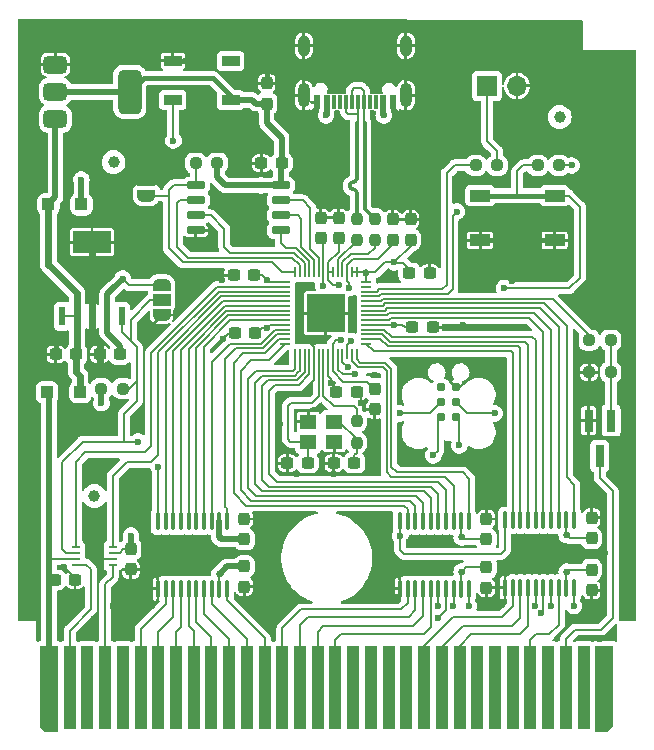
<source format=gtl>
G04 #@! TF.GenerationSoftware,KiCad,Pcbnew,7.0.11*
G04 #@! TF.CreationDate,2024-02-24T15:31:06+03:00*
G04 #@! TF.ProjectId,GameboyCartridgeV1.1,47616d65-626f-4794-9361-727472696467,rev?*
G04 #@! TF.SameCoordinates,Original*
G04 #@! TF.FileFunction,Copper,L1,Top*
G04 #@! TF.FilePolarity,Positive*
%FSLAX46Y46*%
G04 Gerber Fmt 4.6, Leading zero omitted, Abs format (unit mm)*
G04 Created by KiCad (PCBNEW 7.0.11) date 2024-02-24 15:31:06*
%MOMM*%
%LPD*%
G01*
G04 APERTURE LIST*
G04 Aperture macros list*
%AMRoundRect*
0 Rectangle with rounded corners*
0 $1 Rounding radius*
0 $2 $3 $4 $5 $6 $7 $8 $9 X,Y pos of 4 corners*
0 Add a 4 corners polygon primitive as box body*
4,1,4,$2,$3,$4,$5,$6,$7,$8,$9,$2,$3,0*
0 Add four circle primitives for the rounded corners*
1,1,$1+$1,$2,$3*
1,1,$1+$1,$4,$5*
1,1,$1+$1,$6,$7*
1,1,$1+$1,$8,$9*
0 Add four rect primitives between the rounded corners*
20,1,$1+$1,$2,$3,$4,$5,0*
20,1,$1+$1,$4,$5,$6,$7,0*
20,1,$1+$1,$6,$7,$8,$9,0*
20,1,$1+$1,$8,$9,$2,$3,0*%
%AMFreePoly0*
4,1,19,0.550000,-0.750000,0.000000,-0.750000,0.000000,-0.744911,-0.071157,-0.744911,-0.207708,-0.704816,-0.327430,-0.627875,-0.420627,-0.520320,-0.479746,-0.390866,-0.500000,-0.250000,-0.500000,0.250000,-0.479746,0.390866,-0.420627,0.520320,-0.327430,0.627875,-0.207708,0.704816,-0.071157,0.744911,0.000000,0.744911,0.000000,0.750000,0.550000,0.750000,0.550000,-0.750000,0.550000,-0.750000,
$1*%
%AMFreePoly1*
4,1,19,0.000000,0.744911,0.071157,0.744911,0.207708,0.704816,0.327430,0.627875,0.420627,0.520320,0.479746,0.390866,0.500000,0.250000,0.500000,-0.250000,0.479746,-0.390866,0.420627,-0.520320,0.327430,-0.627875,0.207708,-0.704816,0.071157,-0.744911,0.000000,-0.744911,0.000000,-0.750000,-0.550000,-0.750000,-0.550000,0.750000,0.000000,0.750000,0.000000,0.744911,0.000000,0.744911,
$1*%
%AMFreePoly2*
4,1,6,0.750000,-6.800000,-0.350000,-6.800000,-0.750000,-6.400000,-0.750000,0.500000,0.750000,0.500000,0.750000,-6.800000,0.750000,-6.800000,$1*%
%AMFreePoly3*
4,1,5,0.500000,-6.500000,-0.500000,-6.500000,-0.500000,0.500000,0.500000,0.500000,0.500000,-6.500000,0.500000,-6.500000,$1*%
%AMFreePoly4*
4,1,6,0.750000,-6.300000,0.250000,-6.800000,-0.750000,-6.800000,-0.750000,0.500000,0.750000,0.500000,0.750000,-6.300000,0.750000,-6.300000,$1*%
%AMFreePoly5*
4,1,19,0.500000,-0.750000,0.000000,-0.750000,0.000000,-0.744911,-0.071157,-0.744911,-0.207708,-0.704816,-0.327430,-0.627875,-0.420627,-0.520320,-0.479746,-0.390866,-0.500000,-0.250000,-0.500000,0.250000,-0.479746,0.390866,-0.420627,0.520320,-0.327430,0.627875,-0.207708,0.704816,-0.071157,0.744911,0.000000,0.744911,0.000000,0.750000,0.500000,0.750000,0.500000,-0.750000,0.500000,-0.750000,
$1*%
%AMFreePoly6*
4,1,19,0.000000,0.744911,0.071157,0.744911,0.207708,0.704816,0.327430,0.627875,0.420627,0.520320,0.479746,0.390866,0.500000,0.250000,0.500000,-0.250000,0.479746,-0.390866,0.420627,-0.520320,0.327430,-0.627875,0.207708,-0.704816,0.071157,-0.744911,0.000000,-0.744911,0.000000,-0.750000,-0.500000,-0.750000,-0.500000,0.750000,0.000000,0.750000,0.000000,0.744911,0.000000,0.744911,
$1*%
G04 Aperture macros list end*
G04 #@! TA.AperFunction,SMDPad,CuDef*
%ADD10R,0.600000X1.150000*%
G04 #@! TD*
G04 #@! TA.AperFunction,SMDPad,CuDef*
%ADD11R,0.300000X1.150000*%
G04 #@! TD*
G04 #@! TA.AperFunction,ComponentPad*
%ADD12O,1.000000X2.100000*%
G04 #@! TD*
G04 #@! TA.AperFunction,ComponentPad*
%ADD13O,1.000000X1.800000*%
G04 #@! TD*
G04 #@! TA.AperFunction,SMDPad,CuDef*
%ADD14RoundRect,0.237500X-0.300000X-0.237500X0.300000X-0.237500X0.300000X0.237500X-0.300000X0.237500X0*%
G04 #@! TD*
G04 #@! TA.AperFunction,SMDPad,CuDef*
%ADD15FreePoly0,90.000000*%
G04 #@! TD*
G04 #@! TA.AperFunction,SMDPad,CuDef*
%ADD16R,1.500000X1.000000*%
G04 #@! TD*
G04 #@! TA.AperFunction,SMDPad,CuDef*
%ADD17FreePoly1,90.000000*%
G04 #@! TD*
G04 #@! TA.AperFunction,SMDPad,CuDef*
%ADD18RoundRect,0.237500X-0.237500X0.300000X-0.237500X-0.300000X0.237500X-0.300000X0.237500X0.300000X0*%
G04 #@! TD*
G04 #@! TA.AperFunction,SMDPad,CuDef*
%ADD19RoundRect,0.237500X0.237500X-0.250000X0.237500X0.250000X-0.237500X0.250000X-0.237500X-0.250000X0*%
G04 #@! TD*
G04 #@! TA.AperFunction,SMDPad,CuDef*
%ADD20RoundRect,0.237500X-0.237500X0.250000X-0.237500X-0.250000X0.237500X-0.250000X0.237500X0.250000X0*%
G04 #@! TD*
G04 #@! TA.AperFunction,SMDPad,CuDef*
%ADD21RoundRect,0.375000X-0.625000X-0.375000X0.625000X-0.375000X0.625000X0.375000X-0.625000X0.375000X0*%
G04 #@! TD*
G04 #@! TA.AperFunction,SMDPad,CuDef*
%ADD22RoundRect,0.500000X-0.500000X-1.400000X0.500000X-1.400000X0.500000X1.400000X-0.500000X1.400000X0*%
G04 #@! TD*
G04 #@! TA.AperFunction,SMDPad,CuDef*
%ADD23RoundRect,0.237500X0.237500X-0.300000X0.237500X0.300000X-0.237500X0.300000X-0.237500X-0.300000X0*%
G04 #@! TD*
G04 #@! TA.AperFunction,ConnectorPad*
%ADD24FreePoly2,0.000000*%
G04 #@! TD*
G04 #@! TA.AperFunction,ComponentPad*
%ADD25C,0.860000*%
G04 #@! TD*
G04 #@! TA.AperFunction,ConnectorPad*
%ADD26FreePoly3,0.000000*%
G04 #@! TD*
G04 #@! TA.AperFunction,ConnectorPad*
%ADD27FreePoly4,0.000000*%
G04 #@! TD*
G04 #@! TA.AperFunction,SMDPad,CuDef*
%ADD28RoundRect,0.237500X0.300000X0.237500X-0.300000X0.237500X-0.300000X-0.237500X0.300000X-0.237500X0*%
G04 #@! TD*
G04 #@! TA.AperFunction,SMDPad,CuDef*
%ADD29R,1.700000X1.000000*%
G04 #@! TD*
G04 #@! TA.AperFunction,SMDPad,CuDef*
%ADD30RoundRect,0.237500X0.250000X0.237500X-0.250000X0.237500X-0.250000X-0.237500X0.250000X-0.237500X0*%
G04 #@! TD*
G04 #@! TA.AperFunction,SMDPad,CuDef*
%ADD31R,0.609600X1.625600*%
G04 #@! TD*
G04 #@! TA.AperFunction,SMDPad,CuDef*
%ADD32R,3.175000X1.854200*%
G04 #@! TD*
G04 #@! TA.AperFunction,ConnectorPad*
%ADD33C,0.787400*%
G04 #@! TD*
G04 #@! TA.AperFunction,SMDPad,CuDef*
%ADD34C,1.000000*%
G04 #@! TD*
G04 #@! TA.AperFunction,SMDPad,CuDef*
%ADD35RoundRect,0.050000X-0.387500X-0.050000X0.387500X-0.050000X0.387500X0.050000X-0.387500X0.050000X0*%
G04 #@! TD*
G04 #@! TA.AperFunction,SMDPad,CuDef*
%ADD36RoundRect,0.050000X-0.050000X-0.387500X0.050000X-0.387500X0.050000X0.387500X-0.050000X0.387500X0*%
G04 #@! TD*
G04 #@! TA.AperFunction,SMDPad,CuDef*
%ADD37R,3.200000X3.200000*%
G04 #@! TD*
G04 #@! TA.AperFunction,ComponentPad*
%ADD38R,1.700000X1.700000*%
G04 #@! TD*
G04 #@! TA.AperFunction,ComponentPad*
%ADD39O,1.700000X1.700000*%
G04 #@! TD*
G04 #@! TA.AperFunction,SMDPad,CuDef*
%ADD40R,1.400000X1.200000*%
G04 #@! TD*
G04 #@! TA.AperFunction,SMDPad,CuDef*
%ADD41RoundRect,0.237500X-0.250000X-0.237500X0.250000X-0.237500X0.250000X0.237500X-0.250000X0.237500X0*%
G04 #@! TD*
G04 #@! TA.AperFunction,SMDPad,CuDef*
%ADD42R,1.500000X0.900000*%
G04 #@! TD*
G04 #@! TA.AperFunction,SMDPad,CuDef*
%ADD43RoundRect,0.100000X-0.100000X0.637500X-0.100000X-0.637500X0.100000X-0.637500X0.100000X0.637500X0*%
G04 #@! TD*
G04 #@! TA.AperFunction,SMDPad,CuDef*
%ADD44FreePoly5,90.000000*%
G04 #@! TD*
G04 #@! TA.AperFunction,SMDPad,CuDef*
%ADD45FreePoly6,90.000000*%
G04 #@! TD*
G04 #@! TA.AperFunction,SMDPad,CuDef*
%ADD46RoundRect,0.150000X-0.650000X-0.150000X0.650000X-0.150000X0.650000X0.150000X-0.650000X0.150000X0*%
G04 #@! TD*
G04 #@! TA.AperFunction,SMDPad,CuDef*
%ADD47RoundRect,0.250000X-0.300000X-0.300000X0.300000X-0.300000X0.300000X0.300000X-0.300000X0.300000X0*%
G04 #@! TD*
G04 #@! TA.AperFunction,SMDPad,CuDef*
%ADD48R,0.800000X1.900000*%
G04 #@! TD*
G04 #@! TA.AperFunction,SMDPad,CuDef*
%ADD49RoundRect,0.250000X0.300000X0.300000X-0.300000X0.300000X-0.300000X-0.300000X0.300000X-0.300000X0*%
G04 #@! TD*
G04 #@! TA.AperFunction,SMDPad,CuDef*
%ADD50R,0.750000X0.250000*%
G04 #@! TD*
G04 #@! TA.AperFunction,ViaPad*
%ADD51C,0.600000*%
G04 #@! TD*
G04 #@! TA.AperFunction,Conductor*
%ADD52C,0.200000*%
G04 #@! TD*
G04 #@! TA.AperFunction,Conductor*
%ADD53C,0.400000*%
G04 #@! TD*
G04 #@! TA.AperFunction,Conductor*
%ADD54C,0.600000*%
G04 #@! TD*
G04 #@! TA.AperFunction,Conductor*
%ADD55C,0.500000*%
G04 #@! TD*
G04 #@! TA.AperFunction,Conductor*
%ADD56C,0.339000*%
G04 #@! TD*
G04 APERTURE END LIST*
D10*
G04 #@! TO.P,J1,A1,GND*
G04 #@! TO.N,GND*
X117360000Y-62740000D03*
G04 #@! TO.P,J1,A4,VBUS*
G04 #@! TO.N,VBUS*
X116560000Y-62740000D03*
D11*
G04 #@! TO.P,J1,A5,CC1*
G04 #@! TO.N,unconnected-(J1-CC1-PadA5)*
X115410000Y-62740000D03*
G04 #@! TO.P,J1,A6,D+*
G04 #@! TO.N,USB_D+*
X114410000Y-62740000D03*
G04 #@! TO.P,J1,A7,D-*
G04 #@! TO.N,USB_D-*
X113910000Y-62740000D03*
G04 #@! TO.P,J1,A8,SBU1*
G04 #@! TO.N,unconnected-(J1-SBU1-PadA8)*
X112910000Y-62740000D03*
D10*
G04 #@! TO.P,J1,A9,VBUS*
G04 #@! TO.N,VBUS*
X111760000Y-62740000D03*
G04 #@! TO.P,J1,A12,GND*
G04 #@! TO.N,GND*
X110960000Y-62740000D03*
G04 #@! TO.P,J1,B1,GND*
X110960000Y-62740000D03*
G04 #@! TO.P,J1,B4,VBUS*
G04 #@! TO.N,VBUS*
X111760000Y-62740000D03*
D11*
G04 #@! TO.P,J1,B5,CC2*
G04 #@! TO.N,unconnected-(J1-CC2-PadB5)*
X112410000Y-62740000D03*
G04 #@! TO.P,J1,B6,D+*
G04 #@! TO.N,USB_D+*
X113410000Y-62740000D03*
G04 #@! TO.P,J1,B7,D-*
G04 #@! TO.N,USB_D-*
X114910000Y-62740000D03*
G04 #@! TO.P,J1,B8,SBU2*
G04 #@! TO.N,unconnected-(J1-SBU2-PadB8)*
X115910000Y-62740000D03*
D10*
G04 #@! TO.P,J1,B9,VBUS*
G04 #@! TO.N,VBUS*
X116560000Y-62740000D03*
G04 #@! TO.P,J1,B12,GND*
G04 #@! TO.N,GND*
X117360000Y-62740000D03*
D12*
G04 #@! TO.P,J1,S1,SHIELD*
X118480000Y-62165000D03*
D13*
X118480000Y-57985000D03*
D12*
X109840000Y-62165000D03*
D13*
X109840000Y-57985000D03*
G04 #@! TD*
D14*
G04 #@! TO.P,C8,1*
G04 #@! TO.N,GND*
X104014100Y-82270600D03*
G04 #@! TO.P,C8,2*
G04 #@! TO.N,+3V3*
X105739100Y-82270600D03*
G04 #@! TD*
D15*
G04 #@! TO.P,JP2,1,A*
G04 #@! TO.N,GND*
X97790000Y-80802000D03*
D16*
G04 #@! TO.P,JP2,2,C*
G04 #@! TO.N,POWER_GOOD*
X97790000Y-79502000D03*
D17*
G04 #@! TO.P,JP2,3,B*
G04 #@! TO.N,+3V3*
X97790000Y-78202000D03*
G04 #@! TD*
D18*
G04 #@! TO.P,C18,1*
G04 #@! TO.N,GND*
X134200000Y-97937500D03*
G04 #@! TO.P,C18,2*
G04 #@! TO.N,+3V3*
X134200000Y-99662500D03*
G04 #@! TD*
D19*
G04 #@! TO.P,R3,1*
G04 #@! TO.N,Net-(U2-USB_DM)*
X115824000Y-74445500D03*
G04 #@! TO.P,R3,2*
G04 #@! TO.N,USB_D-*
X115824000Y-72620500D03*
G04 #@! TD*
D20*
G04 #@! TO.P,R4,1*
G04 #@! TO.N,Net-(U2-XOUT)*
X114300000Y-89737500D03*
G04 #@! TO.P,R4,2*
G04 #@! TO.N,Net-(C4-Pad2)*
X114300000Y-91562500D03*
G04 #@! TD*
D21*
G04 #@! TO.P,U9,1,GND*
G04 #@! TO.N,GND*
X88798000Y-59574000D03*
G04 #@! TO.P,U9,2,VO*
G04 #@! TO.N,+3V3*
X88798000Y-61874000D03*
D22*
X95098000Y-61874000D03*
D21*
G04 #@! TO.P,U9,3,VI*
G04 #@! TO.N,+5V*
X88798000Y-64174000D03*
G04 #@! TD*
D18*
G04 #@! TO.P,C12,1*
G04 #@! TO.N,GND*
X111252000Y-72543500D03*
G04 #@! TO.P,C12,2*
G04 #@! TO.N,+1V1*
X111252000Y-74268500D03*
G04 #@! TD*
G04 #@! TO.P,C2,1*
G04 #@! TO.N,GND*
X112776000Y-72543500D03*
G04 #@! TO.P,C2,2*
G04 #@! TO.N,+3V3*
X112776000Y-74268500D03*
G04 #@! TD*
D23*
G04 #@! TO.P,C13,1*
G04 #@! TO.N,GND*
X115824000Y-88746500D03*
G04 #@! TO.P,C13,2*
G04 #@! TO.N,+1V1*
X115824000Y-87021500D03*
G04 #@! TD*
D24*
G04 #@! TO.P,U3,1,VCC*
G04 #@! TO.N,VCC*
X88266962Y-109283715D03*
D25*
X88266962Y-109283715D03*
D26*
G04 #@! TO.P,U3,2,CLK~{}*
G04 #@! TO.N,GB_CLK*
X90016962Y-109283715D03*
D25*
X90016962Y-109283715D03*
D26*
G04 #@! TO.P,U3,3,WR*
G04 #@! TO.N,unconnected-(U3-WR-Pad3)*
X91516962Y-109283715D03*
D25*
X91516962Y-109283715D03*
D26*
G04 #@! TO.P,U3,4,RD*
G04 #@! TO.N,GB_RD*
X93016962Y-109283715D03*
D25*
X93016962Y-109283715D03*
D26*
G04 #@! TO.P,U3,5,CS*
G04 #@! TO.N,unconnected-(U3-CS-Pad5)*
X94516962Y-109283715D03*
D25*
X94516962Y-109283715D03*
D26*
G04 #@! TO.P,U3,6,A0*
G04 #@! TO.N,GB_A0*
X96016962Y-109283715D03*
D25*
X96016962Y-109283715D03*
D26*
G04 #@! TO.P,U3,7,A1*
G04 #@! TO.N,GB_A1*
X97516962Y-109283715D03*
D25*
X97516962Y-109283715D03*
D26*
G04 #@! TO.P,U3,8,A2*
G04 #@! TO.N,GB_A2*
X99016962Y-109283715D03*
D25*
X99016962Y-109283715D03*
D26*
G04 #@! TO.P,U3,9,A3*
G04 #@! TO.N,GB_A3*
X100516962Y-109283715D03*
D25*
X100516962Y-109283715D03*
D26*
G04 #@! TO.P,U3,10,A4*
G04 #@! TO.N,GB_A4*
X102016962Y-109283715D03*
D25*
X102016962Y-109283715D03*
D26*
G04 #@! TO.P,U3,11,A5*
G04 #@! TO.N,GB_A5*
X103516962Y-109283715D03*
D25*
X103516962Y-109283715D03*
D26*
G04 #@! TO.P,U3,12,A6*
G04 #@! TO.N,GB_A6*
X105016962Y-109283715D03*
D25*
X105016962Y-109283715D03*
D26*
G04 #@! TO.P,U3,13,A7*
G04 #@! TO.N,GB_A7*
X106516962Y-109283715D03*
D25*
X106516962Y-109283715D03*
D26*
G04 #@! TO.P,U3,14,A8*
G04 #@! TO.N,GB_A8*
X108016962Y-109283715D03*
D25*
X108016962Y-109283715D03*
D26*
G04 #@! TO.P,U3,15,A9*
G04 #@! TO.N,GB_A9*
X109516962Y-109283715D03*
D25*
X109516962Y-109283715D03*
D26*
G04 #@! TO.P,U3,16,A10*
G04 #@! TO.N,GB_A10*
X111016962Y-109283715D03*
D25*
X111016962Y-109283715D03*
D26*
G04 #@! TO.P,U3,17,A11*
G04 #@! TO.N,GB_A11*
X112516962Y-109283715D03*
D25*
X112516962Y-109283715D03*
D26*
G04 #@! TO.P,U3,18,A12*
G04 #@! TO.N,GB_A12*
X114016962Y-109283715D03*
D25*
X114016962Y-109283715D03*
D26*
G04 #@! TO.P,U3,19,A13*
G04 #@! TO.N,GB_A13*
X115516962Y-109283715D03*
D25*
X115516962Y-109283715D03*
D26*
G04 #@! TO.P,U3,20,A14*
G04 #@! TO.N,GB_A14*
X117016962Y-109283715D03*
D25*
X117016962Y-109283715D03*
D26*
G04 #@! TO.P,U3,21,A15*
G04 #@! TO.N,GB_A15*
X118516962Y-109283715D03*
D25*
X118516962Y-109283715D03*
D26*
G04 #@! TO.P,U3,22,D0*
G04 #@! TO.N,GB_D0*
X120016962Y-109283715D03*
D25*
X120016962Y-109283715D03*
D26*
G04 #@! TO.P,U3,23,D1*
G04 #@! TO.N,GB_D1*
X121516962Y-109283715D03*
D25*
X121516962Y-109283715D03*
D26*
G04 #@! TO.P,U3,24,D2*
G04 #@! TO.N,GB_D2*
X123016962Y-109283715D03*
D25*
X123016962Y-109283715D03*
D26*
G04 #@! TO.P,U3,25,D3*
G04 #@! TO.N,GB_D3*
X124516962Y-109283715D03*
D25*
X124516962Y-109283715D03*
D26*
G04 #@! TO.P,U3,26,D4*
G04 #@! TO.N,GB_D4*
X126016962Y-109283715D03*
D25*
X126016962Y-109283715D03*
D26*
G04 #@! TO.P,U3,27,D5*
G04 #@! TO.N,GB_D5*
X127516962Y-109283715D03*
D25*
X127516962Y-109283715D03*
D26*
G04 #@! TO.P,U3,28,D6*
G04 #@! TO.N,GB_D6*
X129016962Y-109283715D03*
D25*
X129016962Y-109283715D03*
D26*
G04 #@! TO.P,U3,29,D7*
G04 #@! TO.N,GB_D7*
X130516962Y-109283715D03*
D25*
X130516962Y-109283715D03*
D26*
G04 #@! TO.P,U3,30,RST*
G04 #@! TO.N,GB_RST*
X132016962Y-109283715D03*
D25*
X132016962Y-109283715D03*
D26*
G04 #@! TO.P,U3,31,SND*
G04 #@! TO.N,unconnected-(U3-SND-Pad31)*
X133516962Y-109283715D03*
D25*
X133516962Y-109283715D03*
D27*
G04 #@! TO.P,U3,32,GND*
G04 #@! TO.N,GND*
X135266962Y-109283715D03*
D25*
X135266962Y-109283715D03*
G04 #@! TD*
D28*
G04 #@! TO.P,C5,1*
G04 #@! TO.N,GND*
X120750500Y-81788000D03*
G04 #@! TO.P,C5,2*
G04 #@! TO.N,+3V3*
X119025500Y-81788000D03*
G04 #@! TD*
D29*
G04 #@! TO.P,SW1,1,1*
G04 #@! TO.N,RST*
X124760000Y-70650000D03*
X131060000Y-70650000D03*
G04 #@! TO.P,SW1,2,2*
G04 #@! TO.N,GND*
X124760000Y-74450000D03*
X131060000Y-74450000D03*
G04 #@! TD*
D30*
G04 #@! TO.P,R9,1*
G04 #@! TO.N,Net-(Q1-G)*
X135812500Y-85600000D03*
G04 #@! TO.P,R9,2*
G04 #@! TO.N,GND*
X133987500Y-85600000D03*
G04 #@! TD*
D31*
G04 #@! TO.P,U4,1,\u002ASHDN*
G04 #@! TO.N,+5V*
X89360000Y-80873800D03*
G04 #@! TO.P,U4,2,VIN*
X90630000Y-80873800D03*
G04 #@! TO.P,U4,3,GND_(TAB)*
G04 #@! TO.N,GND*
X91900000Y-80873800D03*
G04 #@! TO.P,U4,4,VOUT*
G04 #@! TO.N,+3V3*
X93170000Y-80873800D03*
G04 #@! TO.P,U4,5,PWRGD*
G04 #@! TO.N,POWER_GOOD*
X94440000Y-80873800D03*
D32*
G04 #@! TO.P,U4,6,GND_(TAB)_2*
G04 #@! TO.N,GND*
X91900000Y-74600000D03*
G04 #@! TD*
D14*
G04 #@! TO.P,C3,1*
G04 #@! TO.N,GND*
X108437500Y-93300000D03*
G04 #@! TO.P,C3,2*
G04 #@! TO.N,Net-(U2-XIN)*
X110162500Y-93300000D03*
G04 #@! TD*
D18*
G04 #@! TO.P,C21,1*
G04 #@! TO.N,GND*
X104800000Y-98037500D03*
G04 #@! TO.P,C21,2*
G04 #@! TO.N,+3V3*
X104800000Y-99762500D03*
G04 #@! TD*
D33*
G04 #@! TO.P,J3,1,Pin_1*
G04 #@! TO.N,+3V3*
X122735000Y-89420000D03*
G04 #@! TO.P,J3,2,Pin_2*
G04 #@! TO.N,SWDIO*
X121465000Y-89420000D03*
G04 #@! TO.P,J3,3,Pin_3*
G04 #@! TO.N,RST*
X122735000Y-88150000D03*
G04 #@! TO.P,J3,4,Pin_4*
G04 #@! TO.N,SWCLK*
X121465000Y-88150000D03*
G04 #@! TO.P,J3,5,Pin_5*
G04 #@! TO.N,GND*
X122735000Y-86880000D03*
G04 #@! TO.P,J3,6,Pin_6*
G04 #@! TO.N,unconnected-(J3-Pin_6-Pad6)*
X121465000Y-86880000D03*
G04 #@! TD*
D34*
G04 #@! TO.P,FID2,*
G04 #@! TO.N,*
X92100000Y-96100000D03*
G04 #@! TD*
D14*
G04 #@! TO.P,C4,1*
G04 #@! TO.N,GND*
X112387500Y-93300000D03*
G04 #@! TO.P,C4,2*
G04 #@! TO.N,Net-(C4-Pad2)*
X114112500Y-93300000D03*
G04 #@! TD*
D23*
G04 #@! TO.P,C20,1*
G04 #@! TO.N,GND*
X134200000Y-104062500D03*
G04 #@! TO.P,C20,2*
G04 #@! TO.N,VCC*
X134200000Y-102337500D03*
G04 #@! TD*
G04 #@! TO.P,C17,1*
G04 #@! TO.N,GND*
X95200000Y-102312500D03*
G04 #@! TO.P,C17,2*
G04 #@! TO.N,+3V3*
X95200000Y-100587500D03*
G04 #@! TD*
G04 #@! TO.P,C23,1*
G04 #@! TO.N,GND*
X104800000Y-103762500D03*
G04 #@! TO.P,C23,2*
G04 #@! TO.N,VCC*
X104800000Y-102037500D03*
G04 #@! TD*
D35*
G04 #@! TO.P,U2,1,IOVDD*
G04 #@! TO.N,+3V3*
X108262500Y-78000000D03*
G04 #@! TO.P,U2,2,GPIO0*
G04 #@! TO.N,BUS_CLK*
X108262500Y-78400000D03*
G04 #@! TO.P,U2,3,GPIO1*
G04 #@! TO.N,BUS_RD*
X108262500Y-78800000D03*
G04 #@! TO.P,U2,4,GPIO2*
G04 #@! TO.N,ADDR_BUS0*
X108262500Y-79200000D03*
G04 #@! TO.P,U2,5,GPIO3*
G04 #@! TO.N,ADDR_BUS1*
X108262500Y-79600000D03*
G04 #@! TO.P,U2,6,GPIO4*
G04 #@! TO.N,ADDR_BUS2*
X108262500Y-80000000D03*
G04 #@! TO.P,U2,7,GPIO5*
G04 #@! TO.N,ADDR_BUS3*
X108262500Y-80400000D03*
G04 #@! TO.P,U2,8,GPIO6*
G04 #@! TO.N,ADDR_BUS4*
X108262500Y-80800000D03*
G04 #@! TO.P,U2,9,GPIO7*
G04 #@! TO.N,ADDR_BUS5*
X108262500Y-81200000D03*
G04 #@! TO.P,U2,10,IOVDD*
G04 #@! TO.N,+3V3*
X108262500Y-81600000D03*
G04 #@! TO.P,U2,11,GPIO8*
G04 #@! TO.N,ADDR_BUS6*
X108262500Y-82000000D03*
G04 #@! TO.P,U2,12,GPIO9*
G04 #@! TO.N,ADDR_BUS7*
X108262500Y-82400000D03*
G04 #@! TO.P,U2,13,GPIO10*
G04 #@! TO.N,ADDR_BUS8*
X108262500Y-82800000D03*
G04 #@! TO.P,U2,14,GPIO11*
G04 #@! TO.N,ADDR_BUS9*
X108262500Y-83200000D03*
D36*
G04 #@! TO.P,U2,15,GPIO12*
G04 #@! TO.N,ADDR_BUS10*
X109100000Y-84037500D03*
G04 #@! TO.P,U2,16,GPIO13*
G04 #@! TO.N,ADDR_BUS11*
X109500000Y-84037500D03*
G04 #@! TO.P,U2,17,GPIO14*
G04 #@! TO.N,ADDR_BUS12*
X109900000Y-84037500D03*
G04 #@! TO.P,U2,18,GPIO15*
G04 #@! TO.N,ADDR_BUS13*
X110300000Y-84037500D03*
G04 #@! TO.P,U2,19,TESTEN*
G04 #@! TO.N,GND*
X110700000Y-84037500D03*
G04 #@! TO.P,U2,20,XIN*
G04 #@! TO.N,Net-(U2-XIN)*
X111100000Y-84037500D03*
G04 #@! TO.P,U2,21,XOUT*
G04 #@! TO.N,Net-(U2-XOUT)*
X111500000Y-84037500D03*
G04 #@! TO.P,U2,22,IOVDD*
G04 #@! TO.N,+3V3*
X111900000Y-84037500D03*
G04 #@! TO.P,U2,23,DVDD*
G04 #@! TO.N,+1V1*
X112300000Y-84037500D03*
G04 #@! TO.P,U2,24,SWCLK*
G04 #@! TO.N,SWCLK*
X112700000Y-84037500D03*
G04 #@! TO.P,U2,25,SWD*
G04 #@! TO.N,SWDIO*
X113100000Y-84037500D03*
G04 #@! TO.P,U2,26,RUN*
G04 #@! TO.N,RST*
X113500000Y-84037500D03*
G04 #@! TO.P,U2,27,GPIO16*
G04 #@! TO.N,ADDR_BUS14*
X113900000Y-84037500D03*
G04 #@! TO.P,U2,28,GPIO17*
G04 #@! TO.N,ADDR_BUS15*
X114300000Y-84037500D03*
D35*
G04 #@! TO.P,U2,29,GPIO18*
G04 #@! TO.N,DATA_BUS0*
X115137500Y-83200000D03*
G04 #@! TO.P,U2,30,GPIO19*
G04 #@! TO.N,DATA_BUS1*
X115137500Y-82800000D03*
G04 #@! TO.P,U2,31,GPIO20*
G04 #@! TO.N,DATA_BUS2*
X115137500Y-82400000D03*
G04 #@! TO.P,U2,32,GPIO21*
G04 #@! TO.N,DATA_BUS3*
X115137500Y-82000000D03*
G04 #@! TO.P,U2,33,IOVDD*
G04 #@! TO.N,+3V3*
X115137500Y-81600000D03*
G04 #@! TO.P,U2,34,GPIO22*
G04 #@! TO.N,DATA_BUS4*
X115137500Y-81200000D03*
G04 #@! TO.P,U2,35,GPIO23*
G04 #@! TO.N,DATA_BUS5*
X115137500Y-80800000D03*
G04 #@! TO.P,U2,36,GPIO24*
G04 #@! TO.N,DATA_BUS6*
X115137500Y-80400000D03*
G04 #@! TO.P,U2,37,GPIO25*
G04 #@! TO.N,DATA_BUS7*
X115137500Y-80000000D03*
G04 #@! TO.P,U2,38,GPIO26_ADC0*
G04 #@! TO.N,BUS_RST*
X115137500Y-79600000D03*
G04 #@! TO.P,U2,39,GPIO27_ADC1*
G04 #@! TO.N,LED_DIN*
X115137500Y-79200000D03*
G04 #@! TO.P,U2,40,GPIO28_ADC2*
G04 #@! TO.N,DEBUG_UART_TX*
X115137500Y-78800000D03*
G04 #@! TO.P,U2,41,GPIO29_ADC3*
G04 #@! TO.N,unconnected-(U2-GPIO29_ADC3-Pad41)*
X115137500Y-78400000D03*
G04 #@! TO.P,U2,42,IOVDD*
G04 #@! TO.N,+3V3*
X115137500Y-78000000D03*
D36*
G04 #@! TO.P,U2,43,ADC_AVDD*
X114300000Y-77162500D03*
G04 #@! TO.P,U2,44,VREG_IN*
X113900000Y-77162500D03*
G04 #@! TO.P,U2,45,VREG_VOUT*
G04 #@! TO.N,+1V1*
X113500000Y-77162500D03*
G04 #@! TO.P,U2,46,USB_DM*
G04 #@! TO.N,Net-(U2-USB_DM)*
X113100000Y-77162500D03*
G04 #@! TO.P,U2,47,USB_DP*
G04 #@! TO.N,Net-(U2-USB_DP)*
X112700000Y-77162500D03*
G04 #@! TO.P,U2,48,USB_VDD*
G04 #@! TO.N,+3V3*
X112300000Y-77162500D03*
G04 #@! TO.P,U2,49,IOVDD*
X111900000Y-77162500D03*
G04 #@! TO.P,U2,50,DVDD*
G04 #@! TO.N,+1V1*
X111500000Y-77162500D03*
G04 #@! TO.P,U2,51,QSPI_SD3*
G04 #@! TO.N,QSPI_SD3*
X111100000Y-77162500D03*
G04 #@! TO.P,U2,52,QSPI_SCLK*
G04 #@! TO.N,QSPI_SCLK*
X110700000Y-77162500D03*
G04 #@! TO.P,U2,53,QSPI_SD0*
G04 #@! TO.N,QSPI_SD0*
X110300000Y-77162500D03*
G04 #@! TO.P,U2,54,QSPI_SD2*
G04 #@! TO.N,QSPI_SD2*
X109900000Y-77162500D03*
G04 #@! TO.P,U2,55,QSPI_SD1*
G04 #@! TO.N,QSPI_SD1*
X109500000Y-77162500D03*
G04 #@! TO.P,U2,56,QSPI_SS*
G04 #@! TO.N,QSPI_SS*
X109100000Y-77162500D03*
D37*
G04 #@! TO.P,U2,57,GND*
G04 #@! TO.N,GND*
X111700000Y-80600000D03*
G04 #@! TD*
D14*
G04 #@! TO.P,C6,1*
G04 #@! TO.N,GND*
X103887100Y-77393800D03*
G04 #@! TO.P,C6,2*
G04 #@! TO.N,+3V3*
X105612100Y-77393800D03*
G04 #@! TD*
D34*
G04 #@! TO.P,FID1,*
G04 #@! TO.N,*
X93726000Y-67818000D03*
G04 #@! TD*
D38*
G04 #@! TO.P,J2,1,Pin_1*
G04 #@! TO.N,Net-(J2-Pin_1)*
X125345000Y-61375000D03*
D39*
G04 #@! TO.P,J2,2,Pin_2*
G04 #@! TO.N,GND*
X127885000Y-61375000D03*
G04 #@! TD*
D40*
G04 #@! TO.P,Y1,1,1*
G04 #@! TO.N,Net-(C4-Pad2)*
X112400000Y-89800000D03*
G04 #@! TO.P,Y1,2,2*
G04 #@! TO.N,GND*
X110200000Y-89800000D03*
G04 #@! TO.P,Y1,3,3*
G04 #@! TO.N,Net-(U2-XIN)*
X110200000Y-91500000D03*
G04 #@! TO.P,Y1,4,4*
G04 #@! TO.N,GND*
X112400000Y-91500000D03*
G04 #@! TD*
D28*
G04 #@! TO.P,C19,1*
G04 #@! TO.N,GND*
X90462500Y-103200000D03*
G04 #@! TO.P,C19,2*
G04 #@! TO.N,VCC*
X88737500Y-103200000D03*
G04 #@! TD*
G04 #@! TO.P,C9,1*
G04 #@! TO.N,GND*
X114298900Y-87325200D03*
G04 #@! TO.P,C9,2*
G04 #@! TO.N,+3V3*
X112573900Y-87325200D03*
G04 #@! TD*
D30*
G04 #@! TO.P,R8,1*
G04 #@! TO.N,Net-(Q1-G)*
X135812500Y-82900000D03*
G04 #@! TO.P,R8,2*
G04 #@! TO.N,BUS_RST*
X133987500Y-82900000D03*
G04 #@! TD*
D41*
G04 #@! TO.P,R5,1*
G04 #@! TO.N,DEBUG_UART_TX*
X124387500Y-68100000D03*
G04 #@! TO.P,R5,2*
G04 #@! TO.N,Net-(J2-Pin_1)*
X126212500Y-68100000D03*
G04 #@! TD*
D42*
G04 #@! TO.P,D1,1,VDD*
G04 #@! TO.N,+3V3*
X103650000Y-62550000D03*
G04 #@! TO.P,D1,2,DOUT*
G04 #@! TO.N,unconnected-(D1-DOUT-Pad2)*
X103650000Y-59250000D03*
G04 #@! TO.P,D1,3,VSS*
G04 #@! TO.N,GND*
X98750000Y-59250000D03*
G04 #@! TO.P,D1,4,DIN*
G04 #@! TO.N,LED_DIN*
X98750000Y-62550000D03*
G04 #@! TD*
D23*
G04 #@! TO.P,C24,1*
G04 #@! TO.N,GND*
X125300000Y-103862500D03*
G04 #@! TO.P,C24,2*
G04 #@! TO.N,VCC*
X125300000Y-102137500D03*
G04 #@! TD*
D28*
G04 #@! TO.P,C10,1*
G04 #@! TO.N,GND*
X120496500Y-77216000D03*
G04 #@! TO.P,C10,2*
G04 #@! TO.N,+3V3*
X118771500Y-77216000D03*
G04 #@! TD*
D43*
G04 #@! TO.P,U8,1,A1*
G04 #@! TO.N,ADDR_BUS15*
X123825000Y-98237500D03*
G04 #@! TO.P,U8,2,VCCA*
G04 #@! TO.N,+3V3*
X123175000Y-98237500D03*
G04 #@! TO.P,U8,3,A2*
G04 #@! TO.N,ADDR_BUS14*
X122525000Y-98237500D03*
G04 #@! TO.P,U8,4,A3*
G04 #@! TO.N,ADDR_BUS13*
X121875000Y-98237500D03*
G04 #@! TO.P,U8,5,A4*
G04 #@! TO.N,ADDR_BUS12*
X121225000Y-98237500D03*
G04 #@! TO.P,U8,6,A5*
G04 #@! TO.N,ADDR_BUS11*
X120575000Y-98237500D03*
G04 #@! TO.P,U8,7,A6*
G04 #@! TO.N,ADDR_BUS10*
X119925000Y-98237500D03*
G04 #@! TO.P,U8,8,A7*
G04 #@! TO.N,ADDR_BUS9*
X119275000Y-98237500D03*
G04 #@! TO.P,U8,9,A8*
G04 #@! TO.N,ADDR_BUS8*
X118625000Y-98237500D03*
G04 #@! TO.P,U8,10,OE*
G04 #@! TO.N,POWER_GOOD*
X117975000Y-98237500D03*
G04 #@! TO.P,U8,11,GND*
G04 #@! TO.N,GND*
X117975000Y-103962500D03*
G04 #@! TO.P,U8,12,B8*
G04 #@! TO.N,GB_A8*
X118625000Y-103962500D03*
G04 #@! TO.P,U8,13,B7*
G04 #@! TO.N,GB_A9*
X119275000Y-103962500D03*
G04 #@! TO.P,U8,14,B6*
G04 #@! TO.N,GB_A10*
X119925000Y-103962500D03*
G04 #@! TO.P,U8,15,B5*
G04 #@! TO.N,GB_A11*
X120575000Y-103962500D03*
G04 #@! TO.P,U8,16,B4*
G04 #@! TO.N,GB_A12*
X121225000Y-103962500D03*
G04 #@! TO.P,U8,17,B3*
G04 #@! TO.N,GB_A13*
X121875000Y-103962500D03*
G04 #@! TO.P,U8,18,B2*
G04 #@! TO.N,GB_A14*
X122525000Y-103962500D03*
G04 #@! TO.P,U8,19,VCCB*
G04 #@! TO.N,VCC*
X123175000Y-103962500D03*
G04 #@! TO.P,U8,20,B1*
G04 #@! TO.N,GB_A15*
X123825000Y-103962500D03*
G04 #@! TD*
D44*
G04 #@! TO.P,JP1,1,A*
G04 #@! TO.N,QSPI_SS*
X96500000Y-70650000D03*
D45*
G04 #@! TO.P,JP1,2,B*
G04 #@! TO.N,GND*
X96500000Y-69350000D03*
G04 #@! TD*
D30*
G04 #@! TO.P,R7,1*
G04 #@! TO.N,POWER_GOOD*
X94512500Y-87000000D03*
G04 #@! TO.P,R7,2*
G04 #@! TO.N,+3V3*
X92687500Y-87000000D03*
G04 #@! TD*
D18*
G04 #@! TO.P,C14,1*
G04 #@! TO.N,GND*
X106700000Y-61137500D03*
G04 #@! TO.P,C14,2*
G04 #@! TO.N,+3V3*
X106700000Y-62862500D03*
G04 #@! TD*
D19*
G04 #@! TO.P,R2,1*
G04 #@! TO.N,Net-(U2-USB_DP)*
X114300000Y-74445500D03*
G04 #@! TO.P,R2,2*
G04 #@! TO.N,USB_D+*
X114300000Y-72620500D03*
G04 #@! TD*
D14*
G04 #@! TO.P,C1,1*
G04 #@! TO.N,GND*
X106237500Y-67900000D03*
G04 #@! TO.P,C1,2*
G04 #@! TO.N,+3V3*
X107962500Y-67900000D03*
G04 #@! TD*
D34*
G04 #@! TO.P,FID3,*
G04 #@! TO.N,*
X131500000Y-64000000D03*
G04 #@! TD*
D14*
G04 #@! TO.P,C16,1*
G04 #@! TO.N,GND*
X92537500Y-84100000D03*
G04 #@! TO.P,C16,2*
G04 #@! TO.N,+3V3*
X94262500Y-84100000D03*
G04 #@! TD*
D18*
G04 #@! TO.P,C22,1*
G04 #@! TO.N,GND*
X125300000Y-98037500D03*
G04 #@! TO.P,C22,2*
G04 #@! TO.N,+3V3*
X125300000Y-99762500D03*
G04 #@! TD*
D46*
G04 #@! TO.P,U1,1,~{CS}*
G04 #@! TO.N,QSPI_SS*
X100700000Y-69795000D03*
G04 #@! TO.P,U1,2,DO(IO1)*
G04 #@! TO.N,QSPI_SD1*
X100700000Y-71065000D03*
G04 #@! TO.P,U1,3,IO2*
G04 #@! TO.N,QSPI_SD2*
X100700000Y-72335000D03*
G04 #@! TO.P,U1,4,GND*
G04 #@! TO.N,GND*
X100700000Y-73605000D03*
G04 #@! TO.P,U1,5,DI(IO0)*
G04 #@! TO.N,QSPI_SD0*
X107900000Y-73605000D03*
G04 #@! TO.P,U1,6,CLK*
G04 #@! TO.N,QSPI_SCLK*
X107900000Y-72335000D03*
G04 #@! TO.P,U1,7,IO3*
G04 #@! TO.N,QSPI_SD3*
X107900000Y-71065000D03*
G04 #@! TO.P,U1,8,VCC*
G04 #@! TO.N,+3V3*
X107900000Y-69795000D03*
G04 #@! TD*
D41*
G04 #@! TO.P,R6,1*
G04 #@! TO.N,RST*
X129627500Y-68100000D03*
G04 #@! TO.P,R6,2*
G04 #@! TO.N,+3V3*
X131452500Y-68100000D03*
G04 #@! TD*
D43*
G04 #@! TO.P,U7,1,A1*
G04 #@! TO.N,ADDR_BUS7*
X103325000Y-98237500D03*
G04 #@! TO.P,U7,2,VCCA*
G04 #@! TO.N,+3V3*
X102675000Y-98237500D03*
G04 #@! TO.P,U7,3,A2*
G04 #@! TO.N,ADDR_BUS6*
X102025000Y-98237500D03*
G04 #@! TO.P,U7,4,A3*
G04 #@! TO.N,ADDR_BUS5*
X101375000Y-98237500D03*
G04 #@! TO.P,U7,5,A4*
G04 #@! TO.N,ADDR_BUS4*
X100725000Y-98237500D03*
G04 #@! TO.P,U7,6,A5*
G04 #@! TO.N,ADDR_BUS3*
X100075000Y-98237500D03*
G04 #@! TO.P,U7,7,A6*
G04 #@! TO.N,ADDR_BUS2*
X99425000Y-98237500D03*
G04 #@! TO.P,U7,8,A7*
G04 #@! TO.N,ADDR_BUS1*
X98775000Y-98237500D03*
G04 #@! TO.P,U7,9,A8*
G04 #@! TO.N,ADDR_BUS0*
X98125000Y-98237500D03*
G04 #@! TO.P,U7,10,OE*
G04 #@! TO.N,POWER_GOOD*
X97475000Y-98237500D03*
G04 #@! TO.P,U7,11,GND*
G04 #@! TO.N,GND*
X97475000Y-103962500D03*
G04 #@! TO.P,U7,12,B8*
G04 #@! TO.N,GB_A0*
X98125000Y-103962500D03*
G04 #@! TO.P,U7,13,B7*
G04 #@! TO.N,GB_A1*
X98775000Y-103962500D03*
G04 #@! TO.P,U7,14,B6*
G04 #@! TO.N,GB_A2*
X99425000Y-103962500D03*
G04 #@! TO.P,U7,15,B5*
G04 #@! TO.N,GB_A3*
X100075000Y-103962500D03*
G04 #@! TO.P,U7,16,B4*
G04 #@! TO.N,GB_A4*
X100725000Y-103962500D03*
G04 #@! TO.P,U7,17,B3*
G04 #@! TO.N,GB_A5*
X101375000Y-103962500D03*
G04 #@! TO.P,U7,18,B2*
G04 #@! TO.N,GB_A6*
X102025000Y-103962500D03*
G04 #@! TO.P,U7,19,VCCB*
G04 #@! TO.N,VCC*
X102675000Y-103962500D03*
G04 #@! TO.P,U7,20,B1*
G04 #@! TO.N,GB_A7*
X103325000Y-103962500D03*
G04 #@! TD*
G04 #@! TO.P,U6,1,A1*
G04 #@! TO.N,DATA_BUS7*
X132725000Y-98137500D03*
G04 #@! TO.P,U6,2,VCCA*
G04 #@! TO.N,+3V3*
X132075000Y-98137500D03*
G04 #@! TO.P,U6,3,A2*
G04 #@! TO.N,DATA_BUS6*
X131425000Y-98137500D03*
G04 #@! TO.P,U6,4,A3*
G04 #@! TO.N,DATA_BUS5*
X130775000Y-98137500D03*
G04 #@! TO.P,U6,5,A4*
G04 #@! TO.N,DATA_BUS4*
X130125000Y-98137500D03*
G04 #@! TO.P,U6,6,A5*
G04 #@! TO.N,DATA_BUS3*
X129475000Y-98137500D03*
G04 #@! TO.P,U6,7,A6*
G04 #@! TO.N,DATA_BUS2*
X128825000Y-98137500D03*
G04 #@! TO.P,U6,8,A7*
G04 #@! TO.N,DATA_BUS1*
X128175000Y-98137500D03*
G04 #@! TO.P,U6,9,A8*
G04 #@! TO.N,DATA_BUS0*
X127525000Y-98137500D03*
G04 #@! TO.P,U6,10,OE*
G04 #@! TO.N,POWER_GOOD*
X126875000Y-98137500D03*
G04 #@! TO.P,U6,11,GND*
G04 #@! TO.N,GND*
X126875000Y-103862500D03*
G04 #@! TO.P,U6,12,B8*
G04 #@! TO.N,GB_D0*
X127525000Y-103862500D03*
G04 #@! TO.P,U6,13,B7*
G04 #@! TO.N,GB_D1*
X128175000Y-103862500D03*
G04 #@! TO.P,U6,14,B6*
G04 #@! TO.N,GB_D2*
X128825000Y-103862500D03*
G04 #@! TO.P,U6,15,B5*
G04 #@! TO.N,GB_D3*
X129475000Y-103862500D03*
G04 #@! TO.P,U6,16,B4*
G04 #@! TO.N,GB_D4*
X130125000Y-103862500D03*
G04 #@! TO.P,U6,17,B3*
G04 #@! TO.N,GB_D5*
X130775000Y-103862500D03*
G04 #@! TO.P,U6,18,B2*
G04 #@! TO.N,GB_D6*
X131425000Y-103862500D03*
G04 #@! TO.P,U6,19,VCCB*
G04 #@! TO.N,VCC*
X132075000Y-103862500D03*
G04 #@! TO.P,U6,20,B1*
G04 #@! TO.N,GB_D7*
X132725000Y-103862500D03*
G04 #@! TD*
D47*
G04 #@! TO.P,D3,1,K*
G04 #@! TO.N,+5V*
X88200000Y-71400000D03*
G04 #@! TO.P,D3,2,A*
G04 #@! TO.N,VBUS*
X91000000Y-71400000D03*
G04 #@! TD*
D14*
G04 #@! TO.P,C15,1*
G04 #@! TO.N,GND*
X88837500Y-84100000D03*
G04 #@! TO.P,C15,2*
G04 #@! TO.N,+5V*
X90562500Y-84100000D03*
G04 #@! TD*
D48*
G04 #@! TO.P,Q1,1,G*
G04 #@! TO.N,Net-(Q1-G)*
X135850000Y-89700000D03*
G04 #@! TO.P,Q1,2,S*
G04 #@! TO.N,GND*
X133950000Y-89700000D03*
G04 #@! TO.P,Q1,3,D*
G04 #@! TO.N,GB_RST*
X134900000Y-92700000D03*
G04 #@! TD*
D49*
G04 #@! TO.P,D2,1,K*
G04 #@! TO.N,+5V*
X90900000Y-87300000D03*
G04 #@! TO.P,D2,2,A*
G04 #@! TO.N,VCC*
X88100000Y-87300000D03*
G04 #@! TD*
D41*
G04 #@! TO.P,R1,1*
G04 #@! TO.N,QSPI_SS*
X100687500Y-67900000D03*
G04 #@! TO.P,R1,2*
G04 #@! TO.N,+3V3*
X102512500Y-67900000D03*
G04 #@! TD*
D50*
G04 #@! TO.P,U5,1,B2*
G04 #@! TO.N,GB_RD*
X93650000Y-101900000D03*
G04 #@! TO.P,U5,2,GND*
G04 #@! TO.N,GND*
X93650000Y-101400000D03*
G04 #@! TO.P,U5,3,VCCA*
G04 #@! TO.N,+3V3*
X93650000Y-100900000D03*
G04 #@! TO.P,U5,4,A2*
G04 #@! TO.N,BUS_RD*
X93650000Y-100400000D03*
G04 #@! TO.P,U5,5,A1*
G04 #@! TO.N,BUS_CLK*
X90550000Y-100400000D03*
G04 #@! TO.P,U5,6,OE*
G04 #@! TO.N,POWER_GOOD*
X90550000Y-100900000D03*
G04 #@! TO.P,U5,7,VCCB*
G04 #@! TO.N,VCC*
X90550000Y-101400000D03*
G04 #@! TO.P,U5,8,B1*
G04 #@! TO.N,GB_CLK*
X90550000Y-101900000D03*
G04 #@! TD*
D18*
G04 #@! TO.P,C11,1*
G04 #@! TO.N,GND*
X118872000Y-72670500D03*
G04 #@! TO.P,C11,2*
G04 #@! TO.N,+3V3*
X118872000Y-74395500D03*
G04 #@! TD*
G04 #@! TO.P,C7,1*
G04 #@! TO.N,GND*
X117348000Y-72670500D03*
G04 #@! TO.P,C7,2*
G04 #@! TO.N,+1V1*
X117348000Y-74395500D03*
G04 #@! TD*
D51*
G04 #@! TO.N,+3V3*
X112141000Y-86487000D03*
G04 #@! TO.N,GND*
X95758000Y-79248000D03*
X124500000Y-85400000D03*
X124100000Y-65300000D03*
X137700000Y-104200000D03*
X112800000Y-79500000D03*
X85900000Y-76200000D03*
X114706400Y-88239600D03*
X127900000Y-56200000D03*
X105400000Y-105300000D03*
X85900000Y-94200000D03*
X85900000Y-100200000D03*
X135000000Y-67600000D03*
X137700000Y-106200000D03*
X133953022Y-87630570D03*
X106807000Y-100965000D03*
X108585000Y-97917000D03*
X85900000Y-92200000D03*
X118500000Y-71600000D03*
X92710000Y-75057000D03*
X95885000Y-98044000D03*
X121900000Y-56200000D03*
X110200000Y-83000000D03*
X108305600Y-84759800D03*
X116586000Y-101219000D03*
X99314000Y-78740000D03*
X85900000Y-62200000D03*
X90932000Y-74168000D03*
X135000000Y-60900000D03*
X116900000Y-66500000D03*
X85900000Y-102200000D03*
X85900000Y-78200000D03*
X98171000Y-68199000D03*
X85900000Y-66200000D03*
X129540000Y-100965000D03*
X85900000Y-68200000D03*
X130700000Y-76900000D03*
X91900000Y-56200000D03*
X85900000Y-64200000D03*
X134200000Y-96700000D03*
X137700000Y-70200000D03*
X121900000Y-58100000D03*
X134200000Y-105400000D03*
X125900000Y-56200000D03*
X96600000Y-94000000D03*
X137700000Y-86200000D03*
X117602000Y-104648000D03*
X96700000Y-67900000D03*
X105800000Y-98000000D03*
X111800000Y-71300000D03*
X120650000Y-75946000D03*
X129900000Y-58000000D03*
X111700000Y-80700000D03*
X119900000Y-56200000D03*
X101473000Y-59309000D03*
X126600000Y-105300000D03*
X137700000Y-84200000D03*
X98552000Y-100965000D03*
X137700000Y-60200000D03*
X135890000Y-107950000D03*
X92100000Y-106500000D03*
X114935000Y-98044000D03*
X107800000Y-90000000D03*
X137700000Y-72200000D03*
X132000000Y-60900000D03*
X125300000Y-105300000D03*
X137700000Y-76200000D03*
X93400000Y-77400000D03*
X116332000Y-99822000D03*
X127900000Y-100900000D03*
X122809000Y-93218000D03*
X93726000Y-71628000D03*
X135000000Y-79700000D03*
X87376000Y-68326000D03*
X137700000Y-68200000D03*
X135000000Y-69700000D03*
X85900000Y-56200000D03*
X94600000Y-106500000D03*
X85900000Y-70200000D03*
X137700000Y-100200000D03*
X114900000Y-57700000D03*
X137700000Y-98200000D03*
X123900000Y-72400000D03*
X111900000Y-56200000D03*
X91821000Y-75057000D03*
X109900000Y-56200000D03*
X112800000Y-57700000D03*
X91900000Y-76600000D03*
X137700000Y-94200000D03*
X85900000Y-90200000D03*
X89900000Y-56200000D03*
X118700000Y-100000000D03*
X134874000Y-108204000D03*
X112800000Y-68800000D03*
X123300000Y-81600000D03*
X129900000Y-65300000D03*
X135000000Y-77800000D03*
X103000000Y-82800000D03*
X92200000Y-101550000D03*
X115900000Y-56200000D03*
X85900000Y-74200000D03*
X137700000Y-78200000D03*
X85900000Y-104200000D03*
X113900000Y-56200000D03*
X104600000Y-68300000D03*
X95800000Y-90400000D03*
X126800000Y-89700000D03*
X99900000Y-59300000D03*
X111350000Y-88650000D03*
X115849400Y-85852000D03*
X137700000Y-66200000D03*
X105900000Y-56200000D03*
X124800000Y-76900000D03*
X85900000Y-86200000D03*
X107900000Y-56200000D03*
X129532265Y-74450793D03*
X135000000Y-75700000D03*
X137700000Y-88200000D03*
X127900000Y-58000000D03*
X111700000Y-79500000D03*
X117602000Y-77724000D03*
X137700000Y-74200000D03*
X112700000Y-66500000D03*
X101900000Y-56200000D03*
X94742000Y-103886000D03*
X129900000Y-56200000D03*
X106900000Y-57900000D03*
X92200000Y-94200000D03*
X137700000Y-90200000D03*
X112400000Y-94250000D03*
X110363000Y-63754000D03*
X117900000Y-56200000D03*
X112800000Y-81800000D03*
X85900000Y-60200000D03*
X137700000Y-82200000D03*
X121100000Y-100000000D03*
X91000000Y-68200000D03*
X107200000Y-106500000D03*
X85900000Y-82200000D03*
X89500000Y-102100000D03*
X99900000Y-56200000D03*
X117905474Y-63864476D03*
X91900000Y-78700000D03*
X92700000Y-89300000D03*
X136400000Y-58900000D03*
X100300000Y-65900000D03*
X106700000Y-60100000D03*
X85900000Y-96200000D03*
X97900000Y-56200000D03*
X92200000Y-98100000D03*
X85900000Y-80200000D03*
X116900000Y-68800000D03*
X100457000Y-101092000D03*
X95300000Y-105400000D03*
X85900000Y-98200000D03*
X135000000Y-63200000D03*
X103900000Y-56200000D03*
X90932000Y-75057000D03*
X137700000Y-96200000D03*
X137700000Y-62200000D03*
X111700000Y-81800000D03*
X92500000Y-85400000D03*
X93700000Y-105400000D03*
X85900000Y-106200000D03*
X100700000Y-74700000D03*
X109220000Y-94234000D03*
X91821000Y-74168000D03*
X123900000Y-56200000D03*
X110600000Y-81800000D03*
X110600000Y-79500000D03*
X135000000Y-65200000D03*
X102700000Y-100900000D03*
X135000000Y-71700000D03*
X97000000Y-105400000D03*
X85900000Y-58200000D03*
X93900000Y-56200000D03*
X95900000Y-56200000D03*
X135300000Y-100900000D03*
X85900000Y-84200000D03*
X131900000Y-56200000D03*
X137700000Y-80200000D03*
X133550000Y-58900000D03*
X85900000Y-72200000D03*
X137700000Y-92200000D03*
X126275838Y-74456437D03*
X88800000Y-82900000D03*
X110600000Y-80700000D03*
X131300000Y-100900000D03*
X131900000Y-58000000D03*
X133477000Y-94107000D03*
X125349000Y-93853000D03*
X117000000Y-71600000D03*
X112800000Y-80700000D03*
X104500000Y-71700000D03*
X102900000Y-77800000D03*
X92710000Y-74168000D03*
X87900000Y-56200000D03*
X127500000Y-77900000D03*
X125900000Y-58100000D03*
X116078000Y-89916000D03*
X137700000Y-102200000D03*
X137700000Y-64200000D03*
X89789000Y-72898000D03*
X105537000Y-58420000D03*
X85900000Y-88200000D03*
X135000000Y-73700000D03*
X125300000Y-97000000D03*
G04 #@! TO.N,+3V3*
X102700000Y-99600000D03*
X123200000Y-99600000D03*
X106700849Y-81844649D03*
X94488000Y-63246000D03*
X94488000Y-60452000D03*
X117500000Y-76300000D03*
X132100000Y-99400000D03*
X106200000Y-69800000D03*
X132500000Y-68100000D03*
X115100000Y-77200000D03*
X117460000Y-81600000D03*
X95200000Y-99450000D03*
X123000000Y-91800000D03*
X106700000Y-77800000D03*
X95631000Y-62357000D03*
X94488000Y-61468000D03*
X92700000Y-88200000D03*
X95631000Y-61468000D03*
X95631000Y-63246000D03*
X94500000Y-77700000D03*
X112800000Y-78200000D03*
X94488000Y-62357000D03*
X95631000Y-60452000D03*
G04 #@! TO.N,SWDIO*
X120800000Y-92650000D03*
X113543466Y-85156974D03*
G04 #@! TO.N,RST*
X126800000Y-78500000D03*
X113850000Y-82950000D03*
X126000000Y-89100000D03*
G04 #@! TO.N,SWCLK*
X118000000Y-89100000D03*
X114200000Y-85800500D03*
G04 #@! TO.N,VCC*
X123200000Y-102500000D03*
X132100000Y-102500000D03*
X88265112Y-106594801D03*
X88272528Y-105663384D03*
X102700000Y-102700000D03*
G04 #@! TO.N,VBUS*
X111705474Y-63864476D03*
X91000000Y-69300000D03*
X116605474Y-63864476D03*
G04 #@! TO.N,GB_A12*
X121174500Y-105400000D03*
G04 #@! TO.N,GB_A13*
X121200000Y-106400000D03*
G04 #@! TO.N,GB_A14*
X122500000Y-105400000D03*
G04 #@! TO.N,GB_A15*
X123800000Y-105400000D03*
G04 #@! TO.N,GB_D3*
X129424500Y-105400000D03*
G04 #@! TO.N,GB_D4*
X129904610Y-106039295D03*
G04 #@! TO.N,GB_D5*
X130724500Y-105400000D03*
G04 #@! TO.N,GB_D7*
X132700000Y-105400000D03*
G04 #@! TO.N,+1V1*
X111500000Y-78300000D03*
X113000000Y-82900000D03*
X113700000Y-78500000D03*
G04 #@! TO.N,POWER_GOOD*
X118000000Y-99500000D03*
X95800000Y-91500000D03*
X97500000Y-93600000D03*
G04 #@! TO.N,LED_DIN*
X122800000Y-72009000D03*
X98800000Y-66000000D03*
G04 #@! TD*
D52*
G04 #@! TO.N,LED_DIN*
X116183045Y-79200000D02*
X115137500Y-79200000D01*
X116393045Y-78990000D02*
X116183045Y-79200000D01*
X122000000Y-78990000D02*
X116393045Y-78990000D01*
X122428000Y-72381000D02*
X122428000Y-78562000D01*
X122800000Y-72009000D02*
X122428000Y-72381000D01*
X122428000Y-78562000D02*
X122000000Y-78990000D01*
G04 #@! TO.N,GND*
X110700000Y-86277000D02*
X110700000Y-84037500D01*
X110363000Y-86614000D02*
X110700000Y-86277000D01*
G04 #@! TO.N,+3V3*
X112437000Y-86487000D02*
X112382500Y-86432500D01*
X112141000Y-86487000D02*
X112437000Y-86487000D01*
X112141000Y-86191000D02*
X112141000Y-86487000D01*
D53*
G04 #@! TO.N,GND*
X110960000Y-63157000D02*
X110960000Y-62740000D01*
X110363000Y-63754000D02*
X110960000Y-63157000D01*
D52*
X117975000Y-104275000D02*
X117975000Y-103962500D01*
X117602000Y-104648000D02*
X117975000Y-104275000D01*
X95200000Y-103428000D02*
X94742000Y-103886000D01*
X95200000Y-102312500D02*
X95200000Y-103428000D01*
G04 #@! TO.N,POWER_GOOD*
X95190500Y-82990500D02*
X95700000Y-83500000D01*
X97790000Y-79502000D02*
X96840000Y-79502000D01*
X96840000Y-79502000D02*
X95190500Y-81151500D01*
X94440000Y-82240000D02*
X95190500Y-82990500D01*
X95190500Y-81151500D02*
X95190500Y-82990500D01*
X94512500Y-87000000D02*
X95060000Y-87000000D01*
X95700000Y-86360000D02*
X95700000Y-88069000D01*
X95060000Y-87000000D02*
X95700000Y-86360000D01*
X95700000Y-83500000D02*
X95700000Y-86360000D01*
X94615000Y-89154000D02*
X94615000Y-91500000D01*
X95700000Y-88069000D02*
X94615000Y-89154000D01*
X94440000Y-80873800D02*
X94440000Y-82240000D01*
X94500000Y-91500000D02*
X94615000Y-91500000D01*
X94615000Y-91500000D02*
X95800000Y-91500000D01*
G04 #@! TO.N,GND*
X114706400Y-87732700D02*
X114298900Y-87325200D01*
X110550000Y-88650000D02*
X111350000Y-88650000D01*
X123098550Y-86876511D02*
X124500000Y-85475061D01*
X126875000Y-105025000D02*
X126600000Y-105300000D01*
X133950000Y-87633592D02*
X133953022Y-87630570D01*
X106237500Y-67900000D02*
X105000000Y-67900000D01*
X114706400Y-88239600D02*
X114706400Y-87732700D01*
X123098550Y-86880000D02*
X123098550Y-86876511D01*
X122735000Y-86880000D02*
X123098550Y-86880000D01*
X104800000Y-103762500D02*
X104800000Y-104700000D01*
X134200000Y-97937500D02*
X134200000Y-96700000D01*
D53*
X117360000Y-63319002D02*
X117905474Y-63864476D01*
X129531472Y-74450000D02*
X129532265Y-74450793D01*
D52*
X90462500Y-103062500D02*
X89500000Y-102100000D01*
D53*
X98750000Y-59250000D02*
X99850000Y-59250000D01*
D52*
X97790000Y-80802000D02*
X98903000Y-80802000D01*
X125300000Y-103862500D02*
X125300000Y-105300000D01*
X133950000Y-87627548D02*
X133950000Y-85637500D01*
X110700000Y-83500000D02*
X110200000Y-83000000D01*
X112400000Y-93287500D02*
X112387500Y-93300000D01*
D53*
X129532265Y-74450793D02*
X129533058Y-74450000D01*
D52*
X90462500Y-103200000D02*
X90462500Y-103062500D01*
X103500000Y-82300000D02*
X103000000Y-82800000D01*
X126875000Y-103862500D02*
X126875000Y-105025000D01*
X120496500Y-77216000D02*
X120496500Y-76099500D01*
X98903000Y-80802000D02*
X99314000Y-80391000D01*
X124500000Y-85475061D02*
X124500000Y-85400000D01*
D54*
X92537500Y-84100000D02*
X92537500Y-83237500D01*
D52*
X104800000Y-98037500D02*
X105762500Y-98037500D01*
X96500000Y-69350000D02*
X96500000Y-68100000D01*
X92350000Y-101400000D02*
X92200000Y-101550000D01*
X100700000Y-73605000D02*
X100700000Y-74500000D01*
X110200000Y-89000000D02*
X110550000Y-88650000D01*
X120496500Y-76099500D02*
X120650000Y-75946000D01*
X133953022Y-87630570D02*
X133950000Y-87627548D01*
D54*
X91821000Y-74168000D02*
X91948000Y-74168000D01*
D53*
X126282275Y-74450000D02*
X129531472Y-74450000D01*
D52*
X93650000Y-101400000D02*
X92350000Y-101400000D01*
D54*
X91900000Y-82600000D02*
X91900000Y-80873800D01*
D53*
X88837500Y-82937500D02*
X88800000Y-82900000D01*
D54*
X91900000Y-75136000D02*
X91900000Y-76600000D01*
D52*
X112387500Y-93300000D02*
X112387500Y-94237500D01*
D54*
X92537500Y-85362500D02*
X92500000Y-85400000D01*
D52*
X105762500Y-98037500D02*
X105800000Y-98000000D01*
D54*
X91821000Y-75057000D02*
X91900000Y-75136000D01*
D52*
X133950000Y-89700000D02*
X133950000Y-87633592D01*
X134200000Y-104062500D02*
X134200000Y-105400000D01*
X97475000Y-104925000D02*
X97000000Y-105400000D01*
X97475000Y-103962500D02*
X97475000Y-104925000D01*
D54*
X92537500Y-84100000D02*
X92537500Y-85362500D01*
X91900000Y-76600000D02*
X91900000Y-80873800D01*
D52*
X110200000Y-89800000D02*
X110200000Y-89000000D01*
X105000000Y-67900000D02*
X104600000Y-68300000D01*
X112387500Y-94237500D02*
X112400000Y-94250000D01*
X125300000Y-98037500D02*
X125300000Y-97000000D01*
D53*
X106700000Y-61137500D02*
X106700000Y-60100000D01*
D54*
X91900000Y-74978000D02*
X91821000Y-75057000D01*
D53*
X99850000Y-59250000D02*
X99900000Y-59300000D01*
X88837500Y-84100000D02*
X88837500Y-82937500D01*
X126269401Y-74450000D02*
X126275838Y-74456437D01*
X117360000Y-62740000D02*
X117360000Y-63319002D01*
D52*
X100700000Y-74500000D02*
X100700000Y-74700000D01*
D53*
X124760000Y-74450000D02*
X126269401Y-74450000D01*
D54*
X92537500Y-83237500D02*
X91900000Y-82600000D01*
D52*
X99314000Y-80391000D02*
X99314000Y-78740000D01*
X104800000Y-104700000D02*
X105400000Y-105300000D01*
D54*
X91900000Y-74600000D02*
X91821000Y-74168000D01*
D52*
X112400000Y-91500000D02*
X112400000Y-93287500D01*
X110700000Y-84037500D02*
X110700000Y-83500000D01*
D53*
X129533058Y-74450000D02*
X131060000Y-74450000D01*
D52*
X104032500Y-82300000D02*
X103500000Y-82300000D01*
X96500000Y-68100000D02*
X96700000Y-67900000D01*
D53*
X126275838Y-74456437D02*
X126282275Y-74450000D01*
D54*
X91948000Y-74168000D02*
X91900000Y-74978000D01*
D52*
X108458000Y-94234000D02*
X108437500Y-94213500D01*
D55*
G04 #@! TO.N,+3V3*
X106700000Y-64500000D02*
X106700000Y-62862500D01*
X94262500Y-83362500D02*
X93170000Y-82270000D01*
D52*
X106900000Y-78000000D02*
X106700000Y-77800000D01*
X94562500Y-100587500D02*
X95200000Y-100587500D01*
X106255351Y-81844649D02*
X106700849Y-81844649D01*
X112776000Y-75424000D02*
X112776000Y-74268500D01*
D53*
X102108000Y-60706000D02*
X103650000Y-62248000D01*
D55*
X95200000Y-100587500D02*
X95200000Y-99450000D01*
D52*
X111900000Y-76300000D02*
X112776000Y-75424000D01*
D55*
X92687500Y-88187500D02*
X92700000Y-88200000D01*
X107962500Y-67900000D02*
X107962500Y-65762500D01*
D52*
X112300000Y-78200000D02*
X112800000Y-78200000D01*
X111900000Y-84037500D02*
X111900000Y-85950000D01*
D55*
X132075000Y-99375000D02*
X132100000Y-99400000D01*
D53*
X103650000Y-62248000D02*
X103650000Y-62550000D01*
D55*
X107900000Y-69795000D02*
X107900000Y-67962500D01*
X105450000Y-62550000D02*
X105762500Y-62862500D01*
D52*
X113900000Y-77162500D02*
X114300000Y-77162500D01*
X106945498Y-81600000D02*
X108262500Y-81600000D01*
D55*
X103200000Y-69800000D02*
X106200000Y-69800000D01*
D52*
X94250000Y-100900000D02*
X94562500Y-100587500D01*
X115877500Y-77162500D02*
X116740000Y-76300000D01*
X97790000Y-78232000D02*
X95032000Y-78232000D01*
X118872000Y-74928000D02*
X117500000Y-76300000D01*
D55*
X94488000Y-61468000D02*
X94615000Y-61468000D01*
D53*
X95123000Y-61849000D02*
X95631000Y-61849000D01*
D52*
X111900000Y-77162500D02*
X111900000Y-76300000D01*
D55*
X93170000Y-79030000D02*
X93700000Y-78500000D01*
D52*
X118872000Y-74395500D02*
X118872000Y-74928000D01*
D55*
X115062500Y-77162500D02*
X115100000Y-77200000D01*
D52*
X125300000Y-99762500D02*
X123362500Y-99762500D01*
D55*
X93700000Y-78500000D02*
X94500000Y-77700000D01*
X94488000Y-61595000D02*
X94767000Y-61874000D01*
X107900000Y-67962500D02*
X107962500Y-67900000D01*
X94209000Y-61874000D02*
X88798000Y-61874000D01*
D52*
X112300000Y-77162500D02*
X111900000Y-77162500D01*
X115062500Y-77162500D02*
X115877500Y-77162500D01*
X106700000Y-77800000D02*
X106293800Y-77393800D01*
D55*
X107900000Y-69795000D02*
X106205000Y-69795000D01*
X102862500Y-99762500D02*
X102700000Y-99600000D01*
D52*
X118771500Y-77216000D02*
X118771500Y-76861500D01*
X114300000Y-77162500D02*
X115062500Y-77162500D01*
D55*
X103650000Y-62550000D02*
X105450000Y-62550000D01*
D52*
X118176000Y-81600000D02*
X117460000Y-81600000D01*
X111900000Y-85950000D02*
X112141000Y-86191000D01*
X106700849Y-81844649D02*
X106945498Y-81600000D01*
D55*
X123175000Y-99575000D02*
X123200000Y-99600000D01*
X93170000Y-82270000D02*
X93170000Y-80873800D01*
D52*
X118364000Y-81788000D02*
X118176000Y-81600000D01*
D55*
X92687500Y-87000000D02*
X92687500Y-88187500D01*
X94767000Y-61874000D02*
X95098000Y-61874000D01*
D52*
X132075000Y-98137500D02*
X132075000Y-99375000D01*
X95032000Y-78232000D02*
X94500000Y-77700000D01*
D55*
X105762500Y-62862500D02*
X106700000Y-62862500D01*
D52*
X122735000Y-89420000D02*
X123000000Y-89685000D01*
X118364000Y-81788000D02*
X119025500Y-81788000D01*
X131452500Y-68100000D02*
X132500000Y-68100000D01*
X106293800Y-77393800D02*
X105612100Y-77393800D01*
D55*
X94488000Y-61595000D02*
X94488000Y-61595000D01*
X94488000Y-61595000D02*
X94488000Y-61468000D01*
D52*
X111900000Y-77800000D02*
X112300000Y-78200000D01*
D55*
X102675000Y-98237500D02*
X102675000Y-99575000D01*
X94262500Y-84100000D02*
X94262500Y-83362500D01*
D52*
X118771500Y-76861500D02*
X118237000Y-76327000D01*
D53*
X95631000Y-61468000D02*
X95631000Y-61341000D01*
D55*
X94615000Y-61468000D02*
X94209000Y-61874000D01*
D52*
X115137500Y-77237500D02*
X115137500Y-78000000D01*
X116740000Y-76300000D02*
X117500000Y-76300000D01*
X117527000Y-76327000D02*
X117500000Y-76300000D01*
X123000000Y-89685000D02*
X123000000Y-91800000D01*
D53*
X96266000Y-60706000D02*
X102108000Y-60706000D01*
D52*
X93650000Y-100900000D02*
X94250000Y-100900000D01*
D55*
X115100000Y-77200000D02*
X115137500Y-77237500D01*
D52*
X111900000Y-77162500D02*
X111900000Y-77800000D01*
D53*
X95098000Y-61874000D02*
X95123000Y-61849000D01*
D55*
X102512500Y-67900000D02*
X102512500Y-69112500D01*
D52*
X117500000Y-76300000D02*
X117500000Y-76302000D01*
X118237000Y-76327000D02*
X117527000Y-76327000D01*
X108262500Y-78000000D02*
X106900000Y-78000000D01*
D55*
X102675000Y-99575000D02*
X102700000Y-99600000D01*
X106205000Y-69795000D02*
X106200000Y-69800000D01*
X104800000Y-99762500D02*
X102862500Y-99762500D01*
D53*
X95631000Y-61849000D02*
X95631000Y-61468000D01*
D52*
X105800000Y-82300000D02*
X106255351Y-81844649D01*
X134200000Y-99662500D02*
X132362500Y-99662500D01*
X115137500Y-81600000D02*
X117460000Y-81600000D01*
X123362500Y-99762500D02*
X123200000Y-99600000D01*
X112382500Y-86432500D02*
X112382500Y-87100000D01*
D55*
X107962500Y-65762500D02*
X106700000Y-64500000D01*
D53*
X95631000Y-61341000D02*
X96266000Y-60706000D01*
D55*
X102512500Y-69112500D02*
X103200000Y-69800000D01*
D52*
X123175000Y-98237500D02*
X123175000Y-99575000D01*
D55*
X93170000Y-80873800D02*
X93170000Y-79030000D01*
D52*
X132362500Y-99662500D02*
X132100000Y-99400000D01*
G04 #@! TO.N,SWDIO*
X121175000Y-89710000D02*
X121175000Y-92275000D01*
X113100000Y-84037500D02*
X113100000Y-84713508D01*
X121175000Y-92275000D02*
X120800000Y-92650000D01*
X121465000Y-89420000D02*
X121175000Y-89710000D01*
X113100000Y-84713508D02*
X113543466Y-85156974D01*
G04 #@! TO.N,RST*
X122735000Y-88150000D02*
X123685000Y-89100000D01*
X129627500Y-68100000D02*
X128400000Y-68100000D01*
X133200000Y-71600000D02*
X132250000Y-70650000D01*
X132300000Y-78500000D02*
X133200000Y-77600000D01*
X126800000Y-78500000D02*
X132300000Y-78500000D01*
X132250000Y-70650000D02*
X131060000Y-70650000D01*
D53*
X124760000Y-70650000D02*
X127900000Y-70650000D01*
D52*
X113500000Y-84037500D02*
X113500000Y-83300000D01*
X133200000Y-77600000D02*
X133200000Y-71600000D01*
X123685000Y-89100000D02*
X126000000Y-89100000D01*
X113500000Y-83300000D02*
X113850000Y-82950000D01*
X128400000Y-68100000D02*
X127900000Y-68600000D01*
X127900000Y-68600000D02*
X127900000Y-70650000D01*
D53*
X127900000Y-70650000D02*
X131060000Y-70650000D01*
D52*
G04 #@! TO.N,SWCLK*
X113116186Y-85800500D02*
X114200000Y-85800500D01*
X121465000Y-88150000D02*
X120509714Y-89105286D01*
X117844714Y-89105286D02*
X120509714Y-89105286D01*
X112700000Y-84037500D02*
X112700000Y-85384314D01*
X112700000Y-85384314D02*
X113116186Y-85800500D01*
G04 #@! TO.N,Net-(Q1-G)*
X135812500Y-85600000D02*
X135812500Y-82900000D01*
X135850000Y-89700000D02*
X135850000Y-85637500D01*
G04 #@! TO.N,DEBUG_UART_TX*
X116017359Y-78800000D02*
X115137500Y-78800000D01*
X121562000Y-78590000D02*
X116227360Y-78590000D01*
X124387500Y-68100000D02*
X122600000Y-68100000D01*
X121920000Y-68780000D02*
X121920000Y-78232000D01*
X121920000Y-78232000D02*
X121562000Y-78590000D01*
X116227360Y-78590000D02*
X116017359Y-78800000D01*
X122600000Y-68100000D02*
X121920000Y-68780000D01*
G04 #@! TO.N,GB_RST*
X132016962Y-109283715D02*
X132016962Y-108183038D01*
X132016962Y-108183038D02*
X132800000Y-107400000D01*
X136000000Y-106400000D02*
X136000000Y-95700000D01*
X134900000Y-94600000D02*
X134900000Y-92700000D01*
X132800000Y-107400000D02*
X135000000Y-107400000D01*
X136000000Y-95700000D02*
X134900000Y-94600000D01*
X135000000Y-107400000D02*
X136000000Y-106400000D01*
D55*
G04 #@! TO.N,VCC*
X104800000Y-102037500D02*
X103362500Y-102037500D01*
D52*
X102675000Y-103962500D02*
X102675000Y-102725000D01*
X132262500Y-102337500D02*
X132100000Y-102500000D01*
X123175000Y-103962500D02*
X123175000Y-102525000D01*
X123562500Y-102137500D02*
X123200000Y-102500000D01*
X90550000Y-101400000D02*
X88266962Y-101400000D01*
D55*
X88266962Y-106596651D02*
X88265112Y-106594801D01*
D52*
X134200000Y-102337500D02*
X132262500Y-102337500D01*
D55*
X132075000Y-102525000D02*
X132100000Y-102500000D01*
X88266962Y-105657818D02*
X88266962Y-101400000D01*
X88272528Y-105663384D02*
X88266962Y-105657818D01*
X88266962Y-106592951D02*
X88266962Y-105668950D01*
X88266962Y-101400000D02*
X88266962Y-87466962D01*
X88266962Y-109283715D02*
X88266962Y-106596651D01*
D52*
X132075000Y-103862500D02*
X132075000Y-102525000D01*
D55*
X88265112Y-106594801D02*
X88266962Y-106592951D01*
X123175000Y-102525000D02*
X123200000Y-102500000D01*
X88266962Y-87466962D02*
X88100000Y-87300000D01*
X88266962Y-105668950D02*
X88272528Y-105663384D01*
X102675000Y-102725000D02*
X102700000Y-102700000D01*
X103362500Y-102037500D02*
X102700000Y-102700000D01*
D52*
X125300000Y-102137500D02*
X123562500Y-102137500D01*
D54*
G04 #@! TO.N,+5V*
X88200000Y-71400000D02*
X88200000Y-76500000D01*
X88200000Y-76500000D02*
X88250000Y-76550000D01*
X90900000Y-85900000D02*
X90562500Y-85562500D01*
D52*
X89360000Y-80873800D02*
X90630000Y-80873800D01*
D54*
X90630000Y-80873800D02*
X90630000Y-84032500D01*
X90630000Y-80873800D02*
X90630000Y-78930000D01*
X90630000Y-78930000D02*
X88250000Y-76550000D01*
X90562500Y-85562500D02*
X90562500Y-84100000D01*
X90900000Y-87300000D02*
X90900000Y-85900000D01*
X90630000Y-84032500D02*
X90562500Y-84100000D01*
D55*
X88798000Y-64174000D02*
X88798000Y-70802000D01*
X88798000Y-70802000D02*
X88200000Y-71400000D01*
G04 #@! TO.N,VBUS*
X111760000Y-63809950D02*
X111705474Y-63864476D01*
X116560000Y-62740000D02*
X116560000Y-63819002D01*
X116560000Y-63819002D02*
X116605474Y-63864476D01*
X111760000Y-62740000D02*
X111760000Y-63809950D01*
X91000000Y-71400000D02*
X91000000Y-69300000D01*
D52*
G04 #@! TO.N,QSPI_SS*
X98805000Y-69795000D02*
X98400000Y-70200000D01*
X98400000Y-75133600D02*
X98400000Y-70700000D01*
X98350000Y-70650000D02*
X98400000Y-70700000D01*
X107114200Y-76314200D02*
X99580600Y-76314200D01*
X96500000Y-70650000D02*
X98350000Y-70650000D01*
X109100000Y-77162500D02*
X107962500Y-77162500D01*
X100700000Y-69795000D02*
X100700000Y-67912500D01*
X99580600Y-76314200D02*
X98400000Y-75133600D01*
X100700000Y-67912500D02*
X100687500Y-67900000D01*
X107962500Y-77162500D02*
X107114200Y-76314200D01*
X100700000Y-69795000D02*
X98805000Y-69795000D01*
X98400000Y-70200000D02*
X98400000Y-70700000D01*
G04 #@! TO.N,QSPI_SD1*
X109500000Y-76565686D02*
X108848514Y-75914200D01*
X99100000Y-71300000D02*
X99335000Y-71065000D01*
X99100000Y-75000000D02*
X99100000Y-71300000D01*
X100014200Y-75914200D02*
X99100000Y-75000000D01*
X109500000Y-77162500D02*
X109500000Y-76565686D01*
X108848514Y-75914200D02*
X100014200Y-75914200D01*
X99335000Y-71065000D02*
X100700000Y-71065000D01*
G04 #@! TO.N,QSPI_SD2*
X103100000Y-73500000D02*
X101935000Y-72335000D01*
X109014200Y-75514200D02*
X103614200Y-75514200D01*
X109900000Y-77162500D02*
X109900000Y-76400000D01*
X109900000Y-76400000D02*
X109014200Y-75514200D01*
X101935000Y-72335000D02*
X100700000Y-72335000D01*
X103614200Y-75514200D02*
X103100000Y-75000000D01*
X103100000Y-75000000D02*
X103100000Y-73500000D01*
G04 #@! TO.N,QSPI_SD0*
X107900000Y-74700000D02*
X107900000Y-73605000D01*
X109165686Y-75100000D02*
X110300000Y-76234314D01*
X110300000Y-77162500D02*
X110300000Y-76234314D01*
X109165686Y-75100000D02*
X108300000Y-75100000D01*
X108300000Y-75100000D02*
X107900000Y-74700000D01*
G04 #@! TO.N,QSPI_SCLK*
X107900000Y-72335000D02*
X109335000Y-72335000D01*
X110700000Y-77162500D02*
X110700000Y-76068628D01*
X109631372Y-72631372D02*
X109631372Y-75000000D01*
X110700000Y-76068628D02*
X109631372Y-75000000D01*
X109335000Y-72335000D02*
X109631372Y-72631372D01*
G04 #@! TO.N,QSPI_SD3*
X109765000Y-71065000D02*
X107900000Y-71065000D01*
X111100000Y-77162500D02*
X111100000Y-75902942D01*
X110400000Y-71700000D02*
X109765000Y-71065000D01*
X111100000Y-75902942D02*
X110400000Y-75202942D01*
X110400000Y-75202942D02*
X110400000Y-71700000D01*
G04 #@! TO.N,DATA_BUS0*
X115137500Y-83200000D02*
X115757500Y-83820000D01*
X127345000Y-83820000D02*
X127525000Y-84000000D01*
X127525000Y-84000000D02*
X127525000Y-98137500D01*
X115757500Y-83820000D02*
X127345000Y-83820000D01*
G04 #@! TO.N,DATA_BUS1*
X128175000Y-83600000D02*
X128175000Y-98137500D01*
X116320100Y-82800000D02*
X116940100Y-83420000D01*
X115137500Y-82800000D02*
X116320100Y-82800000D01*
X127995000Y-83420000D02*
X128175000Y-83600000D01*
X116940100Y-83420000D02*
X127995000Y-83420000D01*
G04 #@! TO.N,DATA_BUS2*
X117105785Y-83020000D02*
X128545000Y-83020000D01*
X115137500Y-82400000D02*
X116485785Y-82400000D01*
X116485785Y-82400000D02*
X117105785Y-83020000D01*
X128545000Y-83020000D02*
X128825000Y-83300000D01*
X128825000Y-83300000D02*
X128825000Y-98137500D01*
G04 #@! TO.N,DATA_BUS3*
X115137500Y-82000000D02*
X116651471Y-82000000D01*
X117271471Y-82620000D02*
X129195000Y-82620000D01*
X129475000Y-82900000D02*
X129475000Y-98137500D01*
X129195000Y-82620000D02*
X129475000Y-82900000D01*
X116651471Y-82000000D02*
X117271471Y-82620000D01*
G04 #@! TO.N,DATA_BUS4*
X115137500Y-81200000D02*
X117011471Y-81200000D01*
X130125000Y-82225000D02*
X130125000Y-98137500D01*
X117011471Y-81200000D02*
X117221471Y-80990000D01*
X117221471Y-80990000D02*
X128890000Y-80990000D01*
X128890000Y-80990000D02*
X130125000Y-82225000D01*
G04 #@! TO.N,DATA_BUS5*
X117055786Y-80590000D02*
X129290000Y-80590000D01*
X116845785Y-80800000D02*
X117055786Y-80590000D01*
X115137500Y-80800000D02*
X116845785Y-80800000D01*
X129290000Y-80590000D02*
X130775000Y-82075000D01*
X130775000Y-82075000D02*
X130775000Y-98137500D01*
G04 #@! TO.N,DATA_BUS6*
X131425000Y-81825000D02*
X131425000Y-98137500D01*
X116890101Y-80190000D02*
X129790000Y-80190000D01*
X129790000Y-80190000D02*
X131425000Y-81825000D01*
X116680101Y-80400000D02*
X116890101Y-80190000D01*
X115137500Y-80400000D02*
X116680101Y-80400000D01*
G04 #@! TO.N,DATA_BUS7*
X116724415Y-79790000D02*
X130190000Y-79790000D01*
X132725000Y-95125000D02*
X132100000Y-94500000D01*
X116514415Y-80000000D02*
X116724415Y-79790000D01*
X130190000Y-79790000D02*
X132100000Y-81700000D01*
X132100000Y-94500000D02*
X132100000Y-81700000D01*
X115137500Y-80000000D02*
X116514415Y-80000000D01*
X132725000Y-98137500D02*
X132725000Y-95125000D01*
G04 #@! TO.N,GB_A0*
X96016962Y-107383038D02*
X98125000Y-105275000D01*
X98125000Y-105275000D02*
X98125000Y-103962500D01*
X96016962Y-109283715D02*
X96016962Y-107383038D01*
G04 #@! TO.N,GB_A1*
X98775000Y-106325000D02*
X98775000Y-103962500D01*
X97516962Y-107583038D02*
X98775000Y-106325000D01*
X97516962Y-109283715D02*
X97516962Y-107583038D01*
G04 #@! TO.N,GB_A2*
X99425000Y-103962500D02*
X99425000Y-107175000D01*
X99016962Y-107583038D02*
X99016962Y-109283715D01*
X99425000Y-107175000D02*
X99016962Y-107583038D01*
G04 #@! TO.N,GB_A3*
X100516962Y-107516962D02*
X100075000Y-107075000D01*
X100516962Y-109283715D02*
X100516962Y-107516962D01*
X100075000Y-107075000D02*
X100075000Y-103962500D01*
G04 #@! TO.N,GB_A4*
X100725000Y-106725000D02*
X100725000Y-103962500D01*
X102016962Y-109283715D02*
X102016962Y-108016962D01*
X102016962Y-108016962D02*
X100725000Y-106725000D01*
G04 #@! TO.N,GB_A5*
X101375000Y-106075000D02*
X101375000Y-103962500D01*
X103516962Y-108216962D02*
X101375000Y-106075000D01*
X103516962Y-109283715D02*
X103516962Y-108216962D01*
G04 #@! TO.N,GB_A6*
X102025000Y-105225000D02*
X102025000Y-105200000D01*
X102025000Y-105200000D02*
X102025000Y-103962500D01*
X105016962Y-108216962D02*
X102025000Y-105225000D01*
X105016962Y-109283715D02*
X105016962Y-108216962D01*
G04 #@! TO.N,GB_A7*
X103325000Y-103962500D02*
X103325000Y-104925000D01*
X106516962Y-108116962D02*
X106516962Y-109283715D01*
X103325000Y-104925000D02*
X106516962Y-108116962D01*
G04 #@! TO.N,GB_A8*
X118100000Y-105700000D02*
X118625000Y-105175000D01*
X108016962Y-109283715D02*
X108016962Y-107283038D01*
X108016962Y-107283038D02*
X109600000Y-105700000D01*
X118625000Y-105175000D02*
X118625000Y-103962500D01*
X109600000Y-105700000D02*
X118100000Y-105700000D01*
G04 #@! TO.N,GB_A9*
X109516962Y-106983038D02*
X110200000Y-106300000D01*
X118700000Y-106300000D02*
X119275000Y-105725000D01*
X109516962Y-109283715D02*
X109516962Y-106983038D01*
X110200000Y-106300000D02*
X118700000Y-106300000D01*
X119275000Y-105725000D02*
X119275000Y-103962500D01*
G04 #@! TO.N,GB_A10*
X111016962Y-107583038D02*
X111500000Y-107100000D01*
X119925000Y-106275000D02*
X119925000Y-103962500D01*
X111016962Y-109283715D02*
X111016962Y-107583038D01*
X119100000Y-107100000D02*
X119925000Y-106275000D01*
X111500000Y-107100000D02*
X119100000Y-107100000D01*
G04 #@! TO.N,GB_A11*
X120575000Y-107225000D02*
X120575000Y-103962500D01*
X113000000Y-107800000D02*
X120000000Y-107800000D01*
X112516962Y-108283038D02*
X113000000Y-107800000D01*
X112516962Y-109283715D02*
X112516962Y-108283038D01*
X120000000Y-107800000D02*
X120575000Y-107225000D01*
G04 #@! TO.N,GB_A12*
X121225000Y-105349500D02*
X121174500Y-105400000D01*
X121225000Y-103962500D02*
X121225000Y-105349500D01*
G04 #@! TO.N,GB_A13*
X121875000Y-105725000D02*
X121200000Y-106400000D01*
X121875000Y-103962500D02*
X121875000Y-105725000D01*
G04 #@! TO.N,GB_A14*
X122525000Y-105375000D02*
X122500000Y-105400000D01*
X122525000Y-103962500D02*
X122525000Y-105375000D01*
G04 #@! TO.N,GB_A15*
X123825000Y-105375000D02*
X123800000Y-105400000D01*
X123825000Y-103962500D02*
X123825000Y-105375000D01*
G04 #@! TO.N,GB_D0*
X126600000Y-106300000D02*
X122500000Y-106300000D01*
X127525000Y-105375000D02*
X126600000Y-106300000D01*
X127525000Y-103862500D02*
X127525000Y-105375000D01*
X120016962Y-109283715D02*
X120016962Y-108783038D01*
X120016962Y-108783038D02*
X122500000Y-106300000D01*
G04 #@! TO.N,GB_D1*
X121516962Y-109283715D02*
X121516962Y-108883038D01*
X128175000Y-106425000D02*
X128175000Y-103862500D01*
X123300000Y-107100000D02*
X127500000Y-107100000D01*
X121516962Y-108883038D02*
X123300000Y-107100000D01*
X127500000Y-107100000D02*
X128175000Y-106425000D01*
G04 #@! TO.N,GB_D2*
X123016962Y-108783038D02*
X124000000Y-107800000D01*
X123016962Y-109283715D02*
X123016962Y-108783038D01*
X124000000Y-107800000D02*
X128100000Y-107800000D01*
X128825000Y-107075000D02*
X128100000Y-107800000D01*
X128825000Y-103862500D02*
X128825000Y-107075000D01*
G04 #@! TO.N,GB_D3*
X129475000Y-105349500D02*
X129424500Y-105400000D01*
X129475000Y-103862500D02*
X129475000Y-105349500D01*
G04 #@! TO.N,GB_D4*
X129904610Y-106039295D02*
X130125000Y-105818905D01*
X130125000Y-105818905D02*
X130125000Y-103862500D01*
G04 #@! TO.N,GB_D5*
X130775000Y-105349500D02*
X130724500Y-105400000D01*
X130775000Y-103862500D02*
X130775000Y-105349500D01*
G04 #@! TO.N,GB_D6*
X129016962Y-109283715D02*
X129016962Y-108283038D01*
X129500000Y-107800000D02*
X130600000Y-107800000D01*
X129016962Y-108283038D02*
X129500000Y-107800000D01*
X131425000Y-106975000D02*
X131425000Y-103862500D01*
X130600000Y-107800000D02*
X131425000Y-106975000D01*
G04 #@! TO.N,GB_D7*
X132725000Y-103862500D02*
X132725000Y-105375000D01*
X132725000Y-105375000D02*
X132700000Y-105400000D01*
G04 #@! TO.N,ADDR_BUS8*
X104971574Y-96900000D02*
X103900000Y-95828426D01*
X103900000Y-95828426D02*
X103900000Y-84800000D01*
X103900000Y-84800000D02*
X104700000Y-84000000D01*
X106525400Y-84000000D02*
X107725400Y-82800000D01*
X118625000Y-98237500D02*
X118625000Y-97225000D01*
X107725400Y-82800000D02*
X108262500Y-82800000D01*
X118300000Y-96900000D02*
X104971574Y-96900000D01*
X104700000Y-84000000D02*
X106525400Y-84000000D01*
X118625000Y-97225000D02*
X118300000Y-96900000D01*
G04 #@! TO.N,ADDR_BUS9*
X108262500Y-83200000D02*
X106862500Y-84600000D01*
X118800000Y-96500000D02*
X119275000Y-96975000D01*
X104500000Y-85500000D02*
X104500000Y-95600000D01*
X119275000Y-96975000D02*
X119275000Y-98237500D01*
X104500000Y-95600000D02*
X105400000Y-96500000D01*
X105400000Y-96500000D02*
X118800000Y-96500000D01*
X105400000Y-84600000D02*
X104500000Y-85500000D01*
X106862500Y-84600000D02*
X105400000Y-84600000D01*
G04 #@! TO.N,ADDR_BUS10*
X105100000Y-95400000D02*
X105800000Y-96100000D01*
X119925000Y-96725000D02*
X119925000Y-98237500D01*
X105800000Y-85500000D02*
X105100000Y-86200000D01*
X119300000Y-96100000D02*
X119925000Y-96725000D01*
X108900000Y-85500000D02*
X105800000Y-85500000D01*
X109100000Y-84037500D02*
X109100000Y-85300000D01*
X105100000Y-86200000D02*
X105100000Y-95400000D01*
X109100000Y-85300000D02*
X108900000Y-85500000D01*
X105800000Y-96100000D02*
X119300000Y-96100000D01*
G04 #@! TO.N,ADDR_BUS11*
X106300000Y-85900000D02*
X105700000Y-86500000D01*
X106300000Y-95700000D02*
X120000000Y-95700000D01*
X120000000Y-95700000D02*
X120575000Y-96275000D01*
X120575000Y-96275000D02*
X120575000Y-98237500D01*
X109331372Y-85634314D02*
X109065686Y-85900000D01*
X105750000Y-95150000D02*
X106300000Y-95700000D01*
X105700000Y-95100000D02*
X105750000Y-95150000D01*
X109500000Y-85468628D02*
X109334314Y-85634314D01*
X109065686Y-85900000D02*
X106300000Y-85900000D01*
X109500000Y-84037500D02*
X109500000Y-85468628D01*
X109334314Y-85634314D02*
X109331372Y-85634314D01*
X105700000Y-86500000D02*
X105700000Y-95100000D01*
G04 #@! TO.N,ADDR_BUS12*
X106300000Y-86800000D02*
X106800000Y-86300000D01*
X106900000Y-95300000D02*
X106300000Y-94700000D01*
X121225000Y-98237500D02*
X121225000Y-95925000D01*
X120600000Y-95300000D02*
X106900000Y-95300000D01*
X106300000Y-94700000D02*
X106300000Y-86800000D01*
X109234314Y-86300000D02*
X109900000Y-85634314D01*
X106800000Y-86300000D02*
X109234314Y-86300000D01*
X121225000Y-95925000D02*
X120600000Y-95300000D01*
X109900000Y-85634314D02*
X109900000Y-84037500D01*
G04 #@! TO.N,ADDR_BUS13*
X109399999Y-86700000D02*
X107400000Y-86700000D01*
X110300000Y-84037500D02*
X110300000Y-85800000D01*
X110300000Y-85800000D02*
X109399999Y-86700000D01*
X106900000Y-94200000D02*
X107600000Y-94900000D01*
X106900000Y-87200000D02*
X106900000Y-94200000D01*
X107600000Y-94900000D02*
X121200000Y-94900000D01*
X107400000Y-86700000D02*
X106900000Y-87200000D01*
X121875000Y-95575000D02*
X121875000Y-98237500D01*
X121200000Y-94900000D02*
X121875000Y-95575000D01*
G04 #@! TO.N,ADDR_BUS14*
X115057843Y-85200000D02*
X116550000Y-85200000D01*
X114522182Y-85192157D02*
X115050000Y-85192157D01*
X116550000Y-85200000D02*
X116850000Y-85500000D01*
X122525000Y-98237500D02*
X122525000Y-95225000D01*
X122525000Y-95225000D02*
X121800000Y-94500000D01*
X113900000Y-84037500D02*
X113900000Y-84569975D01*
X117250000Y-94500000D02*
X116850000Y-94100000D01*
X115050000Y-85192157D02*
X115057843Y-85200000D01*
X121800000Y-94500000D02*
X117250000Y-94500000D01*
X116850000Y-85500000D02*
X116850000Y-94000000D01*
X113900000Y-84569975D02*
X113900000Y-84665686D01*
X116850000Y-94000000D02*
X116850000Y-94100000D01*
X113900000Y-84665686D02*
X114426471Y-85192157D01*
G04 #@! TO.N,ADDR_BUS7*
X103200000Y-84500000D02*
X104100000Y-83600000D01*
X103200000Y-97000000D02*
X103200000Y-84500000D01*
X103325000Y-98237500D02*
X103325000Y-97125000D01*
X107559714Y-82400000D02*
X108262500Y-82400000D01*
X106359714Y-83600000D02*
X107559714Y-82400000D01*
X103325000Y-97125000D02*
X103200000Y-97000000D01*
X104100000Y-83600000D02*
X106359714Y-83600000D01*
G04 #@! TO.N,ADDR_BUS0*
X98125000Y-83865198D02*
X102790198Y-79200000D01*
X98125000Y-98237500D02*
X98125000Y-83865198D01*
X102790198Y-79200000D02*
X108262500Y-79200000D01*
G04 #@! TO.N,ADDR_BUS1*
X102955884Y-79600000D02*
X98775000Y-83780884D01*
X98775000Y-83780884D02*
X98775000Y-98237500D01*
X108262500Y-79600000D02*
X102955884Y-79600000D01*
G04 #@! TO.N,ADDR_BUS2*
X103121570Y-80000000D02*
X108262500Y-80000000D01*
X99425000Y-98237500D02*
X99425000Y-83696570D01*
X99425000Y-83696570D02*
X103121570Y-80000000D01*
G04 #@! TO.N,ADDR_BUS3*
X100075000Y-83612256D02*
X103287256Y-80400000D01*
X100075000Y-98237500D02*
X100075000Y-83612256D01*
X103287256Y-80400000D02*
X108262500Y-80400000D01*
G04 #@! TO.N,ADDR_BUS4*
X103452942Y-80800000D02*
X108262500Y-80800000D01*
X100725000Y-98237500D02*
X100725000Y-83527942D01*
X100725000Y-83527942D02*
X103452942Y-80800000D01*
G04 #@! TO.N,ADDR_BUS5*
X101375000Y-83443628D02*
X103618628Y-81200000D01*
X101375000Y-98237500D02*
X101375000Y-83443628D01*
X103618628Y-81200000D02*
X108262500Y-81200000D01*
G04 #@! TO.N,ADDR_BUS6*
X103543628Y-83200000D02*
X106194028Y-83200000D01*
X106194028Y-83200000D02*
X107394028Y-82000000D01*
X102025000Y-84718628D02*
X103543628Y-83200000D01*
X102025000Y-98237500D02*
X102025000Y-84718628D01*
X107394028Y-82000000D02*
X108262500Y-82000000D01*
G04 #@! TO.N,+1V1*
X112300000Y-85550000D02*
X113150500Y-86400500D01*
X112300000Y-83200000D02*
X112600000Y-82900000D01*
X117348000Y-74395500D02*
X117348000Y-74752000D01*
X112300000Y-84037500D02*
X112300000Y-85550000D01*
X111500000Y-77162500D02*
X111500000Y-78300000D01*
X111500000Y-77162500D02*
X111500000Y-74516500D01*
X114000000Y-76000000D02*
X113500000Y-76500000D01*
X117348000Y-74752000D02*
X116100000Y-76000000D01*
X113700000Y-78100000D02*
X113700000Y-78500000D01*
X113500000Y-77900000D02*
X113700000Y-78100000D01*
X111500000Y-74516500D02*
X111252000Y-74268500D01*
X113500000Y-77162500D02*
X113500000Y-77900000D01*
X115203000Y-86400500D02*
X115824000Y-87021500D01*
X116100000Y-76000000D02*
X114000000Y-76000000D01*
X113500000Y-76500000D02*
X113500000Y-77162500D01*
X112600000Y-82900000D02*
X113000000Y-82900000D01*
X112300000Y-84037500D02*
X112300000Y-83200000D01*
X113150500Y-86400500D02*
X115203000Y-86400500D01*
G04 #@! TO.N,ADDR_BUS15*
X117750000Y-94100000D02*
X117250000Y-93600000D01*
X114300000Y-84500000D02*
X114592157Y-84792157D01*
X114300000Y-84037500D02*
X114300000Y-84500000D01*
X116707842Y-84792157D02*
X117250000Y-85334315D01*
X123825000Y-98237500D02*
X123825000Y-94625000D01*
X117250000Y-85334315D02*
X117250000Y-93600000D01*
X114592157Y-84792157D02*
X116707842Y-84792157D01*
X123300000Y-94100000D02*
X117750000Y-94100000D01*
X123825000Y-94625000D02*
X123300000Y-94100000D01*
G04 #@! TO.N,BUS_RST*
X116558730Y-79390000D02*
X130890000Y-79390000D01*
X116348729Y-79600000D02*
X116558730Y-79390000D01*
X115137500Y-79600000D02*
X116348729Y-79600000D01*
X133987500Y-82487500D02*
X133987500Y-82900000D01*
X130890000Y-79390000D02*
X133987500Y-82487500D01*
G04 #@! TO.N,BUS_CLK*
X96400000Y-92400000D02*
X91350000Y-92400000D01*
X96900000Y-91900000D02*
X96400000Y-92400000D01*
X96900000Y-83958826D02*
X96900000Y-91900000D01*
X102458826Y-78400000D02*
X96900000Y-83958826D01*
X90550000Y-100400000D02*
X90550000Y-93200000D01*
X108262500Y-78400000D02*
X102458826Y-78400000D01*
X91350000Y-92400000D02*
X90550000Y-93200000D01*
G04 #@! TO.N,BUS_RD*
X97500000Y-92600000D02*
X96900000Y-93200000D01*
X93650000Y-100400000D02*
X93650000Y-94400000D01*
X102624512Y-78800000D02*
X97500000Y-83924512D01*
X96900000Y-93200000D02*
X94850000Y-93200000D01*
X108262500Y-78800000D02*
X102624512Y-78800000D01*
X97500000Y-83924512D02*
X97500000Y-92600000D01*
X94850000Y-93200000D02*
X93650000Y-94400000D01*
G04 #@! TO.N,GB_CLK*
X90016962Y-107483038D02*
X91800000Y-105700000D01*
X91800000Y-105700000D02*
X91800000Y-102300000D01*
X90016962Y-109283715D02*
X90016962Y-107483038D01*
X91400000Y-101900000D02*
X90550000Y-101900000D01*
X91800000Y-102300000D02*
X91400000Y-101900000D01*
G04 #@! TO.N,GB_RD*
X93650000Y-102950000D02*
X93650000Y-101900000D01*
X93016962Y-103583038D02*
X93650000Y-102950000D01*
X93016962Y-109283715D02*
X93016962Y-103583038D01*
G04 #@! TO.N,Net-(U2-XIN)*
X108500000Y-91300000D02*
X108700000Y-91500000D01*
X108500000Y-88450000D02*
X108500000Y-91300000D01*
X108750000Y-88200000D02*
X108500000Y-88450000D01*
X111100000Y-84037500D02*
X111100000Y-87600000D01*
X110500000Y-88200000D02*
X108750000Y-88200000D01*
X110200000Y-93262500D02*
X110162500Y-93300000D01*
X110200000Y-91500000D02*
X110200000Y-93262500D01*
X111100000Y-87600000D02*
X110500000Y-88200000D01*
X108700000Y-91500000D02*
X110200000Y-91500000D01*
G04 #@! TO.N,Net-(C4-Pad2)*
X112800000Y-89800000D02*
X112400000Y-89800000D01*
X114112500Y-92637500D02*
X114112500Y-93300000D01*
X114300000Y-91300000D02*
X112800000Y-89800000D01*
X114300000Y-92450000D02*
X114112500Y-92637500D01*
X114300000Y-91562500D02*
X114300000Y-92450000D01*
X114300000Y-91562500D02*
X114300000Y-91300000D01*
G04 #@! TO.N,Net-(J2-Pin_1)*
X126212500Y-66912500D02*
X126212500Y-68100000D01*
X125345000Y-61375000D02*
X125345000Y-66045000D01*
X125345000Y-66045000D02*
X126212500Y-66912500D01*
G04 #@! TO.N,Net-(U2-USB_DP)*
X114300000Y-74445500D02*
X114300000Y-74465686D01*
X114300000Y-74465686D02*
X112700000Y-76065686D01*
X112700000Y-76065686D02*
X112700000Y-77162500D01*
G04 #@! TO.N,Net-(U2-USB_DM)*
X115824000Y-75076000D02*
X115824000Y-74445500D01*
X113800000Y-75600000D02*
X115300000Y-75600000D01*
X113100000Y-77162500D02*
X113100000Y-76300000D01*
X115300000Y-75600000D02*
X115824000Y-75076000D01*
X113100000Y-76300000D02*
X113800000Y-75600000D01*
G04 #@! TO.N,Net-(U2-XOUT)*
X111500000Y-84037500D02*
X111500000Y-87600000D01*
X114300000Y-88700000D02*
X114300000Y-89737500D01*
X111500000Y-87600000D02*
X112400000Y-88500000D01*
X114100000Y-88500000D02*
X114300000Y-88700000D01*
X112400000Y-88500000D02*
X114100000Y-88500000D01*
G04 #@! TO.N,POWER_GOOD*
X89700000Y-100900000D02*
X89400000Y-100600000D01*
X89400000Y-100600000D02*
X89400000Y-93200000D01*
X118000000Y-99500000D02*
X118000000Y-100700000D01*
X118300000Y-101000000D02*
X118000000Y-100700000D01*
X117975000Y-99475000D02*
X118000000Y-99500000D01*
X117975000Y-98237500D02*
X117975000Y-99475000D01*
X126875000Y-100625000D02*
X126500000Y-101000000D01*
X94512500Y-87000000D02*
X94500000Y-87012500D01*
X89400000Y-93200000D02*
X91100000Y-91500000D01*
X90550000Y-100900000D02*
X89700000Y-100900000D01*
X91100000Y-91500000D02*
X94500000Y-91500000D01*
X97475000Y-98237500D02*
X97475000Y-93625000D01*
X126875000Y-98137500D02*
X126875000Y-100625000D01*
X97475000Y-93625000D02*
X97500000Y-93600000D01*
X126500000Y-101000000D02*
X118300000Y-101000000D01*
G04 #@! TO.N,LED_DIN*
X98750000Y-65950000D02*
X98750000Y-62550000D01*
X98800000Y-66000000D02*
X98750000Y-65950000D01*
G04 #@! TO.N,USB_D-*
X113910000Y-61759950D02*
X113910000Y-62740000D01*
X114105474Y-61564476D02*
X113910000Y-61759950D01*
X114705474Y-61564476D02*
X114105474Y-61564476D01*
D56*
X115824000Y-72620500D02*
X114992000Y-71788500D01*
D52*
X114910000Y-62740000D02*
X114910000Y-61769002D01*
D56*
X114992000Y-71788500D02*
X114992000Y-64530002D01*
D52*
X114910000Y-62740000D02*
X114910000Y-64448002D01*
X114910000Y-64448002D02*
X114992000Y-64530002D01*
X114910000Y-61769002D02*
X114705474Y-61564476D01*
D56*
G04 #@! TO.N,USB_D+*
X114308000Y-64530002D02*
X114308000Y-69215000D01*
D52*
X114410000Y-63764476D02*
X114410000Y-62740000D01*
D56*
X114007651Y-70115000D02*
X114008000Y-70115000D01*
X114308000Y-70415000D02*
X114308000Y-71701891D01*
D52*
X114410000Y-64428002D02*
X114308000Y-64530002D01*
X113410000Y-62740000D02*
X113410000Y-63569002D01*
X113410000Y-63569002D02*
X113605474Y-63764476D01*
D56*
X114008000Y-69515000D02*
X114007651Y-69515000D01*
D52*
X114410000Y-63764476D02*
X114410000Y-64428002D01*
D56*
X114308000Y-71701891D02*
X114308000Y-72279500D01*
D52*
X113605474Y-63764476D02*
X114410000Y-63764476D01*
D56*
X114308000Y-70415000D02*
G75*
G03*
X114008000Y-70115000I-300000J0D01*
G01*
X114007651Y-69514951D02*
G75*
G03*
X113707651Y-69815000I49J-300049D01*
G01*
X114008000Y-69515000D02*
G75*
G03*
X114308000Y-69215000I0J300000D01*
G01*
X113707700Y-69815000D02*
G75*
G03*
X114007651Y-70115000I300000J0D01*
G01*
G04 #@! TD*
G04 #@! TA.AperFunction,Conductor*
G04 #@! TO.N,GND*
G36*
X136290445Y-106914111D02*
G01*
X136333710Y-106957376D01*
X136344500Y-107002321D01*
X136344500Y-108340119D01*
X136325593Y-108398310D01*
X136276093Y-108434274D01*
X136214907Y-108434274D01*
X136200555Y-108428329D01*
X136142110Y-108398550D01*
X136016965Y-108378729D01*
X134516959Y-108378729D01*
X134391814Y-108398550D01*
X134391812Y-108398550D01*
X134312456Y-108438985D01*
X134252024Y-108448556D01*
X134222567Y-108438984D01*
X134186562Y-108420639D01*
X134142269Y-108398070D01*
X134142266Y-108398069D01*
X134100974Y-108391529D01*
X134016965Y-108378223D01*
X134016962Y-108378223D01*
X133016962Y-108378223D01*
X133016959Y-108378223D01*
X132891658Y-108398069D01*
X132891656Y-108398069D01*
X132811907Y-108438704D01*
X132751475Y-108448275D01*
X132722018Y-108438704D01*
X132675886Y-108415199D01*
X132632621Y-108371935D01*
X132623049Y-108311503D01*
X132650824Y-108256988D01*
X132978318Y-107929496D01*
X133032834Y-107901719D01*
X133048321Y-107900500D01*
X134935544Y-107900500D01*
X134956590Y-107902763D01*
X134957830Y-107903032D01*
X134963927Y-107904359D01*
X135014356Y-107900752D01*
X135021419Y-107900500D01*
X135035799Y-107900500D01*
X135050043Y-107898451D01*
X135057043Y-107897698D01*
X135107483Y-107894091D01*
X135114515Y-107891467D01*
X135135022Y-107886233D01*
X135142457Y-107885165D01*
X135188450Y-107864159D01*
X135194952Y-107861466D01*
X135242331Y-107843796D01*
X135248342Y-107839296D01*
X135266549Y-107828492D01*
X135273373Y-107825377D01*
X135311589Y-107792261D01*
X135317053Y-107787858D01*
X135328593Y-107779221D01*
X135338777Y-107769035D01*
X135343921Y-107764245D01*
X135382143Y-107731128D01*
X135386202Y-107724811D01*
X135399477Y-107708335D01*
X136175496Y-106932317D01*
X136230013Y-106904540D01*
X136290445Y-106914111D01*
G37*
G04 #@! TD.AperFunction*
G04 #@! TA.AperFunction,Conductor*
G36*
X90546691Y-103093907D02*
G01*
X90582655Y-103143407D01*
X90587500Y-103174000D01*
X90587500Y-103924999D01*
X90587501Y-103925000D01*
X90809127Y-103925000D01*
X90809126Y-103924999D01*
X90867189Y-103918758D01*
X90998535Y-103869767D01*
X91110758Y-103785758D01*
X91110759Y-103785757D01*
X91121245Y-103771750D01*
X91171253Y-103736496D01*
X91232432Y-103737368D01*
X91281414Y-103774035D01*
X91299500Y-103831077D01*
X91299500Y-105451677D01*
X91280593Y-105509868D01*
X91270504Y-105521681D01*
X89708627Y-107083557D01*
X89692156Y-107096831D01*
X89685834Y-107100894D01*
X89685830Y-107100898D01*
X89652724Y-107139104D01*
X89647912Y-107144273D01*
X89637741Y-107154444D01*
X89629109Y-107165974D01*
X89624681Y-107171468D01*
X89591584Y-107209664D01*
X89588462Y-107216501D01*
X89577674Y-107234684D01*
X89573165Y-107240707D01*
X89573165Y-107240709D01*
X89555497Y-107288077D01*
X89552793Y-107294604D01*
X89531798Y-107340578D01*
X89531796Y-107340585D01*
X89530726Y-107348023D01*
X89525498Y-107368509D01*
X89522870Y-107375555D01*
X89519264Y-107425976D01*
X89518509Y-107432998D01*
X89516462Y-107447238D01*
X89516462Y-107461618D01*
X89516209Y-107468681D01*
X89512603Y-107519111D01*
X89514096Y-107525976D01*
X89514199Y-107526446D01*
X89516462Y-107547494D01*
X89516462Y-108293748D01*
X89497555Y-108351939D01*
X89448055Y-108387903D01*
X89432949Y-108391529D01*
X89391658Y-108398069D01*
X89311907Y-108438704D01*
X89251475Y-108448275D01*
X89222017Y-108438704D01*
X89142266Y-108398069D01*
X89016965Y-108378223D01*
X89016962Y-108378223D01*
X89016462Y-108378223D01*
X89016300Y-108378170D01*
X89013089Y-108377918D01*
X89013149Y-108377146D01*
X88958271Y-108359316D01*
X88922307Y-108309816D01*
X88917462Y-108279223D01*
X88917462Y-106868277D01*
X88923895Y-106833172D01*
X88935823Y-106801719D01*
X88950252Y-106763673D01*
X88968753Y-106611300D01*
X88970757Y-106594802D01*
X88970757Y-106594799D01*
X88961007Y-106514507D01*
X88950252Y-106425929D01*
X88927989Y-106367224D01*
X88923895Y-106356428D01*
X88917462Y-106321324D01*
X88917462Y-105956414D01*
X88923895Y-105921308D01*
X88928594Y-105908918D01*
X88957668Y-105832256D01*
X88978173Y-105663384D01*
X88977347Y-105656585D01*
X88966697Y-105568872D01*
X88957668Y-105494512D01*
X88923895Y-105405458D01*
X88917462Y-105370353D01*
X88917462Y-104174499D01*
X88936369Y-104116308D01*
X88985869Y-104080344D01*
X89016462Y-104075499D01*
X89101929Y-104075499D01*
X89101934Y-104075499D01*
X89138098Y-104072654D01*
X89292894Y-104027681D01*
X89431643Y-103945626D01*
X89545626Y-103831643D01*
X89603799Y-103733275D01*
X89649693Y-103692814D01*
X89710607Y-103687055D01*
X89763272Y-103718200D01*
X89768266Y-103724343D01*
X89814239Y-103785756D01*
X89814241Y-103785758D01*
X89926464Y-103869767D01*
X90057811Y-103918758D01*
X90057809Y-103918758D01*
X90115873Y-103924999D01*
X90115873Y-103925000D01*
X90337499Y-103925000D01*
X90337500Y-103924999D01*
X90337500Y-103174000D01*
X90356407Y-103115809D01*
X90405907Y-103079845D01*
X90436500Y-103075000D01*
X90488500Y-103075000D01*
X90546691Y-103093907D01*
G37*
G04 #@! TD.AperFunction*
G04 #@! TA.AperFunction,Conductor*
G36*
X93121865Y-96585553D02*
G01*
X93148566Y-96640605D01*
X93149500Y-96654169D01*
X93149500Y-99828786D01*
X93130593Y-99886977D01*
X93095446Y-99916995D01*
X93036660Y-99946948D01*
X92946949Y-100036659D01*
X92889354Y-100149695D01*
X92874500Y-100243477D01*
X92874500Y-100556521D01*
X92874501Y-100556523D01*
X92886852Y-100634513D01*
X92886852Y-100665484D01*
X92874500Y-100743477D01*
X92874500Y-101056520D01*
X92874501Y-101056523D01*
X92889352Y-101150299D01*
X92889354Y-101150304D01*
X92946950Y-101263342D01*
X93013606Y-101329998D01*
X93041382Y-101384513D01*
X93031811Y-101444945D01*
X93013607Y-101470000D01*
X92979250Y-101504358D01*
X92946949Y-101536659D01*
X92889354Y-101649695D01*
X92874500Y-101743477D01*
X92874500Y-102056520D01*
X92874501Y-102056523D01*
X92889352Y-102150299D01*
X92889354Y-102150304D01*
X92946950Y-102263342D01*
X93036658Y-102353050D01*
X93036660Y-102353051D01*
X93095445Y-102383004D01*
X93138710Y-102426268D01*
X93149500Y-102471213D01*
X93149500Y-102701678D01*
X93130593Y-102759869D01*
X93120503Y-102771682D01*
X92708629Y-103183555D01*
X92692159Y-103196829D01*
X92685834Y-103200894D01*
X92685830Y-103200898D01*
X92652724Y-103239104D01*
X92647912Y-103244273D01*
X92637741Y-103254444D01*
X92629109Y-103265974D01*
X92624681Y-103271468D01*
X92591584Y-103309664D01*
X92588462Y-103316501D01*
X92577674Y-103334684D01*
X92573165Y-103340707D01*
X92573165Y-103340709D01*
X92555497Y-103388077D01*
X92552793Y-103394604D01*
X92531798Y-103440578D01*
X92531796Y-103440585D01*
X92530726Y-103448023D01*
X92525498Y-103468509D01*
X92522870Y-103475555D01*
X92519264Y-103525976D01*
X92518509Y-103532998D01*
X92516462Y-103547238D01*
X92516462Y-103561618D01*
X92516209Y-103568681D01*
X92512603Y-103619111D01*
X92514006Y-103625562D01*
X92514199Y-103626446D01*
X92516462Y-103647494D01*
X92516462Y-108293748D01*
X92497555Y-108351939D01*
X92448055Y-108387903D01*
X92432949Y-108391529D01*
X92391658Y-108398069D01*
X92311907Y-108438704D01*
X92251475Y-108448275D01*
X92222017Y-108438704D01*
X92142266Y-108398069D01*
X92016965Y-108378223D01*
X92016962Y-108378223D01*
X91016962Y-108378223D01*
X91016959Y-108378223D01*
X90891658Y-108398069D01*
X90891656Y-108398069D01*
X90811907Y-108438704D01*
X90751475Y-108448275D01*
X90722017Y-108438704D01*
X90675885Y-108415199D01*
X90642266Y-108398069D01*
X90614189Y-108393622D01*
X90600975Y-108391529D01*
X90546458Y-108363751D01*
X90518681Y-108309235D01*
X90517462Y-108293748D01*
X90517462Y-107731359D01*
X90536369Y-107673168D01*
X90546452Y-107661361D01*
X92108335Y-106099477D01*
X92124811Y-106086202D01*
X92131128Y-106082143D01*
X92164245Y-106043921D01*
X92169035Y-106038777D01*
X92179221Y-106028593D01*
X92187858Y-106017053D01*
X92192261Y-106011589D01*
X92225377Y-105973373D01*
X92228492Y-105966549D01*
X92239296Y-105948342D01*
X92239921Y-105947506D01*
X92243796Y-105942331D01*
X92261466Y-105894952D01*
X92264159Y-105888450D01*
X92285165Y-105842457D01*
X92286233Y-105835022D01*
X92291467Y-105814515D01*
X92294091Y-105807483D01*
X92297698Y-105757043D01*
X92298453Y-105750030D01*
X92300500Y-105735798D01*
X92300500Y-105721418D01*
X92300752Y-105714355D01*
X92304359Y-105663927D01*
X92302762Y-105656585D01*
X92300500Y-105635542D01*
X92300500Y-102364451D01*
X92302763Y-102343403D01*
X92304358Y-102336073D01*
X92300752Y-102285652D01*
X92300500Y-102278590D01*
X92300500Y-102264205D01*
X92300500Y-102264201D01*
X92298448Y-102249934D01*
X92297696Y-102242944D01*
X92294091Y-102192517D01*
X92291467Y-102185484D01*
X92286233Y-102164975D01*
X92285165Y-102157543D01*
X92264156Y-102111542D01*
X92261464Y-102105043D01*
X92243795Y-102057669D01*
X92239294Y-102051657D01*
X92228495Y-102033456D01*
X92225377Y-102026627D01*
X92201871Y-101999500D01*
X92192276Y-101988426D01*
X92187841Y-101982922D01*
X92179230Y-101971419D01*
X92179227Y-101971416D01*
X92179220Y-101971406D01*
X92169031Y-101961217D01*
X92164229Y-101956058D01*
X92131128Y-101917857D01*
X92131127Y-101917856D01*
X92124810Y-101913796D01*
X92108332Y-101900518D01*
X91799480Y-101591666D01*
X91786199Y-101575183D01*
X91782144Y-101568873D01*
X91778788Y-101565965D01*
X91743934Y-101535764D01*
X91738777Y-101530962D01*
X91728595Y-101520781D01*
X91728593Y-101520779D01*
X91717052Y-101512140D01*
X91711588Y-101507736D01*
X91673373Y-101474623D01*
X91666538Y-101471501D01*
X91648348Y-101460708D01*
X91647293Y-101459918D01*
X91642331Y-101456204D01*
X91642328Y-101456203D01*
X91642327Y-101456202D01*
X91594970Y-101438539D01*
X91588441Y-101435835D01*
X91542457Y-101414835D01*
X91542454Y-101414834D01*
X91535014Y-101413764D01*
X91514520Y-101408533D01*
X91507482Y-101405908D01*
X91507483Y-101405908D01*
X91457062Y-101402302D01*
X91450040Y-101401547D01*
X91435799Y-101399500D01*
X91424499Y-101399500D01*
X91366308Y-101380593D01*
X91330344Y-101331093D01*
X91325499Y-101300500D01*
X91325499Y-101243478D01*
X91313147Y-101165486D01*
X91313147Y-101134512D01*
X91325500Y-101056519D01*
X91325499Y-100743482D01*
X91313147Y-100665486D01*
X91313147Y-100634512D01*
X91318534Y-100600499D01*
X91325500Y-100556519D01*
X91325499Y-100243482D01*
X91321447Y-100217894D01*
X91310647Y-100149700D01*
X91310646Y-100149698D01*
X91310646Y-100149696D01*
X91253050Y-100036658D01*
X91163342Y-99946950D01*
X91163339Y-99946948D01*
X91104554Y-99916995D01*
X91061290Y-99873730D01*
X91050500Y-99828786D01*
X91050500Y-96654169D01*
X91069407Y-96595978D01*
X91118907Y-96560014D01*
X91180093Y-96560014D01*
X91229593Y-96595978D01*
X91236810Y-96607501D01*
X91264090Y-96658538D01*
X91264092Y-96658540D01*
X91264093Y-96658542D01*
X91389112Y-96810878D01*
X91389121Y-96810887D01*
X91538338Y-96933346D01*
X91541462Y-96935910D01*
X91715273Y-97028814D01*
X91903868Y-97086024D01*
X91903870Y-97086024D01*
X91903873Y-97086025D01*
X92099997Y-97105341D01*
X92100000Y-97105341D01*
X92100003Y-97105341D01*
X92296126Y-97086025D01*
X92296127Y-97086024D01*
X92296132Y-97086024D01*
X92484727Y-97028814D01*
X92658538Y-96935910D01*
X92810883Y-96810883D01*
X92935910Y-96658538D01*
X92963190Y-96607501D01*
X93007296Y-96565094D01*
X93067904Y-96556711D01*
X93121865Y-96585553D01*
G37*
G04 #@! TD.AperFunction*
G04 #@! TA.AperFunction,Conductor*
G36*
X96778787Y-93719407D02*
G01*
X96813163Y-93764395D01*
X96814859Y-93768868D01*
X96814860Y-93768872D01*
X96875182Y-93927929D01*
X96875184Y-93927934D01*
X96956975Y-94046428D01*
X96974500Y-94102666D01*
X96974500Y-97266882D01*
X96955593Y-97325073D01*
X96954790Y-97326161D01*
X96944745Y-97339579D01*
X96931201Y-97357672D01*
X96880910Y-97492511D01*
X96880908Y-97492522D01*
X96874500Y-97552129D01*
X96874500Y-98922866D01*
X96874501Y-98922870D01*
X96880908Y-98982480D01*
X96880909Y-98982485D01*
X96931202Y-99117329D01*
X97017450Y-99232541D01*
X97017454Y-99232546D01*
X97017457Y-99232548D01*
X97017458Y-99232549D01*
X97132670Y-99318797D01*
X97267511Y-99369089D01*
X97267512Y-99369089D01*
X97267517Y-99369091D01*
X97327127Y-99375500D01*
X97622872Y-99375499D01*
X97682483Y-99369091D01*
X97765405Y-99338162D01*
X97826532Y-99335543D01*
X97834579Y-99338157D01*
X97917517Y-99369091D01*
X97977127Y-99375500D01*
X98272872Y-99375499D01*
X98332483Y-99369091D01*
X98415405Y-99338162D01*
X98476532Y-99335543D01*
X98484579Y-99338157D01*
X98567517Y-99369091D01*
X98627127Y-99375500D01*
X98922872Y-99375499D01*
X98982483Y-99369091D01*
X99065405Y-99338162D01*
X99126532Y-99335543D01*
X99134579Y-99338157D01*
X99217517Y-99369091D01*
X99277127Y-99375500D01*
X99572872Y-99375499D01*
X99632483Y-99369091D01*
X99715405Y-99338162D01*
X99776532Y-99335543D01*
X99784579Y-99338157D01*
X99867517Y-99369091D01*
X99927127Y-99375500D01*
X100222872Y-99375499D01*
X100282483Y-99369091D01*
X100365405Y-99338162D01*
X100426532Y-99335543D01*
X100434579Y-99338157D01*
X100517517Y-99369091D01*
X100577127Y-99375500D01*
X100872872Y-99375499D01*
X100932483Y-99369091D01*
X101015405Y-99338162D01*
X101076532Y-99335543D01*
X101084579Y-99338157D01*
X101167517Y-99369091D01*
X101227127Y-99375500D01*
X101522872Y-99375499D01*
X101582483Y-99369091D01*
X101665405Y-99338162D01*
X101726532Y-99335543D01*
X101734579Y-99338157D01*
X101817517Y-99369091D01*
X101877127Y-99375500D01*
X101909865Y-99375499D01*
X101968054Y-99394405D01*
X102004020Y-99443904D01*
X102008144Y-99486432D01*
X101994355Y-99599998D01*
X101994355Y-99600001D01*
X102001190Y-99656290D01*
X102014860Y-99768872D01*
X102075182Y-99927930D01*
X102171817Y-100067929D01*
X102299148Y-100180734D01*
X102418810Y-100243538D01*
X102433464Y-100252962D01*
X102435896Y-100254848D01*
X102442961Y-100260883D01*
X102477107Y-100292948D01*
X102497428Y-100304119D01*
X102510413Y-100312649D01*
X102517178Y-100317897D01*
X102528737Y-100326863D01*
X102571718Y-100345462D01*
X102580094Y-100349566D01*
X102592964Y-100356641D01*
X102621132Y-100372127D01*
X102643509Y-100377871D01*
X102643592Y-100377893D01*
X102658290Y-100382925D01*
X102679574Y-100392136D01*
X102725843Y-100399463D01*
X102734957Y-100401352D01*
X102780316Y-100412999D01*
X102780322Y-100412999D01*
X102780323Y-100413000D01*
X102803513Y-100413000D01*
X102818999Y-100414219D01*
X102841905Y-100417847D01*
X102883988Y-100413868D01*
X102888538Y-100413439D01*
X102897854Y-100413000D01*
X103972095Y-100413000D01*
X104030286Y-100431907D01*
X104049242Y-100452739D01*
X104050556Y-100451721D01*
X104054370Y-100456638D01*
X104054372Y-100456640D01*
X104054374Y-100456643D01*
X104168357Y-100570626D01*
X104307106Y-100652681D01*
X104461902Y-100697654D01*
X104498065Y-100700500D01*
X105101934Y-100700499D01*
X105138098Y-100697654D01*
X105292894Y-100652681D01*
X105431643Y-100570626D01*
X105545626Y-100456643D01*
X105627681Y-100317894D01*
X105672654Y-100163098D01*
X105675500Y-100126935D01*
X105675499Y-99398066D01*
X105672654Y-99361902D01*
X105627681Y-99207106D01*
X105545626Y-99068357D01*
X105431643Y-98954374D01*
X105333275Y-98896200D01*
X105292813Y-98850305D01*
X105287055Y-98789391D01*
X105318201Y-98736726D01*
X105324343Y-98731733D01*
X105385756Y-98685760D01*
X105385758Y-98685758D01*
X105469767Y-98573535D01*
X105518758Y-98442189D01*
X105524999Y-98384126D01*
X105525000Y-98384126D01*
X105525000Y-98162501D01*
X105524999Y-98162500D01*
X104774000Y-98162500D01*
X104715809Y-98143593D01*
X104679845Y-98094093D01*
X104675000Y-98063500D01*
X104675000Y-98011500D01*
X104693907Y-97953309D01*
X104743407Y-97917345D01*
X104774000Y-97912500D01*
X105524999Y-97912500D01*
X105525000Y-97912499D01*
X105525000Y-97690873D01*
X105518758Y-97632809D01*
X105518757Y-97632808D01*
X105481940Y-97534097D01*
X105479320Y-97472968D01*
X105513130Y-97421973D01*
X105570458Y-97400591D01*
X105574698Y-97400500D01*
X110906035Y-97400500D01*
X110964226Y-97419407D01*
X111000190Y-97468907D01*
X111000190Y-97530093D01*
X110964226Y-97579593D01*
X110930852Y-97595338D01*
X110759529Y-97639697D01*
X110614616Y-97677217D01*
X110247999Y-97812998D01*
X109896996Y-97985173D01*
X109565226Y-98191967D01*
X109565217Y-98191974D01*
X109256058Y-98431281D01*
X109256054Y-98431285D01*
X109256051Y-98431287D01*
X108972693Y-98700638D01*
X108718035Y-98997280D01*
X108494696Y-99318162D01*
X108494695Y-99318164D01*
X108304967Y-99659986D01*
X108150790Y-100019261D01*
X108150786Y-100019271D01*
X108033750Y-100392291D01*
X107955053Y-100775237D01*
X107955051Y-100775247D01*
X107915500Y-101164193D01*
X107915500Y-101555152D01*
X107955051Y-101944098D01*
X107955053Y-101944108D01*
X108033750Y-102327054D01*
X108150786Y-102700074D01*
X108150789Y-102700082D01*
X108205121Y-102826691D01*
X108304967Y-103059359D01*
X108452727Y-103325570D01*
X108494697Y-103401185D01*
X108718037Y-103722068D01*
X108772713Y-103785758D01*
X108972693Y-104018707D01*
X109136587Y-104174499D01*
X109256058Y-104288065D01*
X109565217Y-104527372D01*
X109565223Y-104527375D01*
X109565226Y-104527378D01*
X109758541Y-104647872D01*
X109896999Y-104734174D01*
X110146624Y-104856620D01*
X110248002Y-104906348D01*
X110248003Y-104906349D01*
X110521557Y-105007663D01*
X110569559Y-105045603D01*
X110586093Y-105104512D01*
X110564842Y-105161889D01*
X110513926Y-105195817D01*
X110487174Y-105199500D01*
X109664456Y-105199500D01*
X109643410Y-105197237D01*
X109636074Y-105195641D01*
X109636073Y-105195641D01*
X109592885Y-105198730D01*
X109585644Y-105199248D01*
X109578581Y-105199500D01*
X109564201Y-105199500D01*
X109549960Y-105201547D01*
X109542938Y-105202302D01*
X109492517Y-105205908D01*
X109485471Y-105208536D01*
X109464985Y-105213764D01*
X109457547Y-105214834D01*
X109457544Y-105214834D01*
X109457543Y-105214835D01*
X109457542Y-105214835D01*
X109457540Y-105214836D01*
X109411566Y-105235831D01*
X109405039Y-105238535D01*
X109357671Y-105256203D01*
X109357669Y-105256203D01*
X109351646Y-105260712D01*
X109333463Y-105271500D01*
X109326626Y-105274622D01*
X109288430Y-105307719D01*
X109282936Y-105312147D01*
X109271406Y-105320779D01*
X109261235Y-105330950D01*
X109256066Y-105335762D01*
X109217860Y-105368868D01*
X109217856Y-105368872D01*
X109213793Y-105375194D01*
X109200519Y-105391665D01*
X107708627Y-106883557D01*
X107692156Y-106896831D01*
X107685834Y-106900894D01*
X107685830Y-106900898D01*
X107652724Y-106939104D01*
X107647912Y-106944273D01*
X107637741Y-106954444D01*
X107629109Y-106965974D01*
X107624681Y-106971468D01*
X107591584Y-107009664D01*
X107588462Y-107016501D01*
X107577674Y-107034684D01*
X107573165Y-107040707D01*
X107573165Y-107040709D01*
X107555497Y-107088077D01*
X107552793Y-107094604D01*
X107531798Y-107140578D01*
X107531796Y-107140585D01*
X107530726Y-107148023D01*
X107525498Y-107168509D01*
X107522870Y-107175555D01*
X107519264Y-107225976D01*
X107518509Y-107232998D01*
X107516462Y-107247238D01*
X107516462Y-107261618D01*
X107516209Y-107268681D01*
X107512603Y-107319111D01*
X107514139Y-107326173D01*
X107514199Y-107326446D01*
X107516462Y-107347494D01*
X107516462Y-108293748D01*
X107497555Y-108351939D01*
X107448055Y-108387903D01*
X107432949Y-108391529D01*
X107391658Y-108398069D01*
X107311907Y-108438704D01*
X107251475Y-108448275D01*
X107222017Y-108438704D01*
X107175885Y-108415199D01*
X107142266Y-108398069D01*
X107114189Y-108393622D01*
X107100975Y-108391529D01*
X107046458Y-108363751D01*
X107018681Y-108309235D01*
X107017462Y-108293748D01*
X107017462Y-108181418D01*
X107019725Y-108160370D01*
X107020121Y-108158549D01*
X107021321Y-108153035D01*
X107017714Y-108102605D01*
X107017462Y-108095542D01*
X107017462Y-108081163D01*
X107015413Y-108066915D01*
X107014660Y-108059919D01*
X107011053Y-108009479D01*
X107008430Y-108002446D01*
X107003195Y-107981937D01*
X107003084Y-107981163D01*
X107002127Y-107974505D01*
X106981127Y-107928522D01*
X106978422Y-107921991D01*
X106960759Y-107874632D01*
X106958390Y-107871468D01*
X106956253Y-107868613D01*
X106945457Y-107850416D01*
X106942339Y-107843589D01*
X106942337Y-107843587D01*
X106942337Y-107843586D01*
X106909243Y-107805394D01*
X106904809Y-107799892D01*
X106896185Y-107788372D01*
X106896183Y-107788369D01*
X106885993Y-107778179D01*
X106881191Y-107773020D01*
X106848090Y-107734819D01*
X106848089Y-107734818D01*
X106841772Y-107730758D01*
X106825294Y-107717480D01*
X103935882Y-104828068D01*
X103908105Y-104773551D01*
X103913129Y-104723465D01*
X103919091Y-104707483D01*
X103925500Y-104647873D01*
X103925499Y-104298344D01*
X103944406Y-104240156D01*
X103993906Y-104204192D01*
X104055091Y-104204192D01*
X104104592Y-104240156D01*
X104117256Y-104263749D01*
X104130229Y-104298530D01*
X104130231Y-104298534D01*
X104214241Y-104410758D01*
X104326464Y-104494767D01*
X104457811Y-104543758D01*
X104457809Y-104543758D01*
X104515873Y-104549999D01*
X104515873Y-104550000D01*
X104674999Y-104550000D01*
X104675000Y-104549999D01*
X104925000Y-104549999D01*
X104925001Y-104550000D01*
X105084127Y-104550000D01*
X105084126Y-104549999D01*
X105142189Y-104543758D01*
X105273535Y-104494767D01*
X105385758Y-104410758D01*
X105469767Y-104298535D01*
X105518758Y-104167189D01*
X105524999Y-104109126D01*
X105525000Y-104109126D01*
X105525000Y-103887501D01*
X105524999Y-103887500D01*
X104925001Y-103887500D01*
X104925000Y-103887501D01*
X104925000Y-104549999D01*
X104675000Y-104549999D01*
X104675000Y-103736500D01*
X104693907Y-103678309D01*
X104743407Y-103642345D01*
X104774000Y-103637500D01*
X105524999Y-103637500D01*
X105525000Y-103637499D01*
X105525000Y-103415873D01*
X105518758Y-103357810D01*
X105469767Y-103226464D01*
X105385758Y-103114241D01*
X105385756Y-103114239D01*
X105324343Y-103068266D01*
X105289089Y-103018257D01*
X105289963Y-102957078D01*
X105326630Y-102908097D01*
X105333261Y-102903807D01*
X105431643Y-102845626D01*
X105545626Y-102731643D01*
X105627681Y-102592894D01*
X105672654Y-102438098D01*
X105675500Y-102401935D01*
X105675499Y-101673066D01*
X105672654Y-101636902D01*
X105627681Y-101482106D01*
X105545626Y-101343357D01*
X105431643Y-101229374D01*
X105292894Y-101147319D01*
X105138098Y-101102346D01*
X105138094Y-101102345D01*
X105116683Y-101100660D01*
X105101935Y-101099500D01*
X105101929Y-101099500D01*
X104498070Y-101099500D01*
X104465627Y-101102052D01*
X104461902Y-101102346D01*
X104307106Y-101147319D01*
X104168358Y-101229373D01*
X104054370Y-101343361D01*
X104050556Y-101348279D01*
X104048184Y-101346439D01*
X104011407Y-101378860D01*
X103972095Y-101387000D01*
X103445245Y-101387000D01*
X103428146Y-101385112D01*
X103424201Y-101384739D01*
X103353855Y-101386951D01*
X103350745Y-101387000D01*
X103321572Y-101387000D01*
X103316018Y-101387701D01*
X103306734Y-101388431D01*
X103265637Y-101389723D01*
X103259930Y-101389903D01*
X103259928Y-101389903D01*
X103259922Y-101389904D01*
X103237653Y-101396373D01*
X103222454Y-101399521D01*
X103199441Y-101402429D01*
X103199440Y-101402429D01*
X103155902Y-101419667D01*
X103147082Y-101422686D01*
X103102106Y-101435754D01*
X103102099Y-101435757D01*
X103082133Y-101447564D01*
X103068189Y-101454395D01*
X103046629Y-101462931D01*
X103046626Y-101462933D01*
X103008745Y-101490454D01*
X103000956Y-101495571D01*
X102960636Y-101519417D01*
X102960631Y-101519421D01*
X102944232Y-101535820D01*
X102932427Y-101545902D01*
X102913666Y-101559533D01*
X102913660Y-101559539D01*
X102883814Y-101595616D01*
X102877539Y-101602513D01*
X102439526Y-102040526D01*
X102415531Y-102058182D01*
X102299146Y-102119266D01*
X102171818Y-102232069D01*
X102171816Y-102232072D01*
X102088311Y-102353050D01*
X102075182Y-102372070D01*
X102015201Y-102530231D01*
X102014860Y-102531129D01*
X101994355Y-102699998D01*
X101994355Y-102700002D01*
X101996002Y-102713568D01*
X101984246Y-102773613D01*
X101939442Y-102815281D01*
X101897728Y-102824500D01*
X101877134Y-102824500D01*
X101877128Y-102824501D01*
X101817516Y-102830909D01*
X101734594Y-102861836D01*
X101673465Y-102864455D01*
X101665404Y-102861836D01*
X101650708Y-102856355D01*
X101582483Y-102830909D01*
X101582477Y-102830908D01*
X101543251Y-102826691D01*
X101522873Y-102824500D01*
X101522870Y-102824500D01*
X101227131Y-102824500D01*
X101227129Y-102824500D01*
X101227128Y-102824501D01*
X101197322Y-102827705D01*
X101167516Y-102830909D01*
X101084594Y-102861836D01*
X101023465Y-102864455D01*
X101015404Y-102861836D01*
X101000708Y-102856355D01*
X100932483Y-102830909D01*
X100932477Y-102830908D01*
X100893251Y-102826691D01*
X100872873Y-102824500D01*
X100872870Y-102824500D01*
X100577131Y-102824500D01*
X100577129Y-102824500D01*
X100577128Y-102824501D01*
X100547322Y-102827705D01*
X100517516Y-102830909D01*
X100434594Y-102861836D01*
X100373465Y-102864455D01*
X100365404Y-102861836D01*
X100350708Y-102856355D01*
X100282483Y-102830909D01*
X100282477Y-102830908D01*
X100243251Y-102826691D01*
X100222873Y-102824500D01*
X100222870Y-102824500D01*
X99927131Y-102824500D01*
X99927129Y-102824500D01*
X99927128Y-102824501D01*
X99897322Y-102827705D01*
X99867516Y-102830909D01*
X99784594Y-102861836D01*
X99723465Y-102864455D01*
X99715404Y-102861836D01*
X99700708Y-102856355D01*
X99632483Y-102830909D01*
X99632477Y-102830908D01*
X99593251Y-102826691D01*
X99572873Y-102824500D01*
X99572870Y-102824500D01*
X99277131Y-102824500D01*
X99277129Y-102824500D01*
X99277128Y-102824501D01*
X99247322Y-102827705D01*
X99217516Y-102830909D01*
X99134594Y-102861836D01*
X99073465Y-102864455D01*
X99065404Y-102861836D01*
X99050708Y-102856355D01*
X98982483Y-102830909D01*
X98982477Y-102830908D01*
X98943251Y-102826691D01*
X98922873Y-102824500D01*
X98922870Y-102824500D01*
X98627131Y-102824500D01*
X98627129Y-102824500D01*
X98627128Y-102824501D01*
X98597322Y-102827705D01*
X98567516Y-102830909D01*
X98484594Y-102861836D01*
X98423465Y-102864455D01*
X98415404Y-102861836D01*
X98400708Y-102856355D01*
X98332483Y-102830909D01*
X98332477Y-102830908D01*
X98293251Y-102826691D01*
X98272873Y-102824500D01*
X98272870Y-102824500D01*
X97977131Y-102824500D01*
X97977129Y-102824500D01*
X97977128Y-102824501D01*
X97969949Y-102825272D01*
X97917519Y-102830908D01*
X97917514Y-102830909D01*
X97782670Y-102881202D01*
X97682279Y-102956355D01*
X97624365Y-102976091D01*
X97608687Y-102975068D01*
X97608223Y-102975000D01*
X97600001Y-102975000D01*
X97600000Y-102975001D01*
X97600000Y-103024610D01*
X97583370Y-103075791D01*
X97584595Y-103076460D01*
X97581201Y-103082674D01*
X97541758Y-103188428D01*
X97503708Y-103236343D01*
X97444761Y-103252741D01*
X97387433Y-103231359D01*
X97353622Y-103180365D01*
X97350000Y-103153832D01*
X97350000Y-102974999D01*
X97341786Y-102975000D01*
X97273749Y-102984912D01*
X97168811Y-103036214D01*
X97086213Y-103118812D01*
X97034912Y-103223751D01*
X97025000Y-103291784D01*
X97025000Y-103837499D01*
X97025001Y-103837500D01*
X97349998Y-103837500D01*
X97355495Y-103832003D01*
X97410012Y-103804225D01*
X97470444Y-103813796D01*
X97513709Y-103857060D01*
X97524500Y-103902006D01*
X97524500Y-104022993D01*
X97505593Y-104081184D01*
X97456093Y-104117148D01*
X97394907Y-104117148D01*
X97355496Y-104092997D01*
X97349999Y-104087500D01*
X97025002Y-104087500D01*
X97025001Y-104087501D01*
X97025001Y-104633216D01*
X97034912Y-104701250D01*
X97086214Y-104806188D01*
X97168812Y-104888786D01*
X97273751Y-104940087D01*
X97341778Y-104949999D01*
X97350000Y-104949998D01*
X97350000Y-104771166D01*
X97368907Y-104712975D01*
X97418407Y-104677011D01*
X97479593Y-104677011D01*
X97529093Y-104712975D01*
X97541757Y-104736568D01*
X97565561Y-104800390D01*
X97581204Y-104842331D01*
X97584599Y-104848549D01*
X97583085Y-104849375D01*
X97599990Y-104898970D01*
X97600000Y-104900390D01*
X97600000Y-104954326D01*
X97623281Y-105000019D01*
X97624500Y-105015506D01*
X97624500Y-105026677D01*
X97605593Y-105084868D01*
X97595504Y-105096681D01*
X95708627Y-106983557D01*
X95692156Y-106996831D01*
X95685834Y-107000894D01*
X95685830Y-107000898D01*
X95652724Y-107039104D01*
X95647912Y-107044273D01*
X95637741Y-107054444D01*
X95629109Y-107065974D01*
X95624681Y-107071468D01*
X95591584Y-107109664D01*
X95588462Y-107116501D01*
X95577674Y-107134684D01*
X95573165Y-107140707D01*
X95573165Y-107140709D01*
X95555497Y-107188077D01*
X95552793Y-107194604D01*
X95531798Y-107240578D01*
X95531796Y-107240585D01*
X95530726Y-107248023D01*
X95525498Y-107268509D01*
X95522870Y-107275555D01*
X95519264Y-107325976D01*
X95518509Y-107332998D01*
X95516462Y-107347238D01*
X95516462Y-107361618D01*
X95516209Y-107368681D01*
X95512603Y-107419111D01*
X95514096Y-107425976D01*
X95514199Y-107426446D01*
X95516462Y-107447494D01*
X95516462Y-108293748D01*
X95497555Y-108351939D01*
X95448055Y-108387903D01*
X95432949Y-108391529D01*
X95391658Y-108398069D01*
X95311907Y-108438704D01*
X95251475Y-108448275D01*
X95222017Y-108438704D01*
X95142266Y-108398069D01*
X95016965Y-108378223D01*
X95016962Y-108378223D01*
X94016962Y-108378223D01*
X94016959Y-108378223D01*
X93891658Y-108398069D01*
X93891656Y-108398069D01*
X93811907Y-108438704D01*
X93751475Y-108448275D01*
X93722017Y-108438704D01*
X93675885Y-108415199D01*
X93642266Y-108398069D01*
X93614189Y-108393622D01*
X93600975Y-108391529D01*
X93546458Y-108363751D01*
X93518681Y-108309235D01*
X93517462Y-108293748D01*
X93517462Y-103831358D01*
X93536369Y-103773167D01*
X93546452Y-103761361D01*
X93958333Y-103349479D01*
X93974806Y-103336205D01*
X93981128Y-103332143D01*
X94014245Y-103293921D01*
X94019035Y-103288777D01*
X94029221Y-103278593D01*
X94037858Y-103267053D01*
X94042261Y-103261589D01*
X94075377Y-103223373D01*
X94078492Y-103216549D01*
X94089296Y-103198342D01*
X94090429Y-103196829D01*
X94093796Y-103192331D01*
X94111466Y-103144952D01*
X94114159Y-103138450D01*
X94135165Y-103092457D01*
X94136233Y-103085022D01*
X94141467Y-103064515D01*
X94144091Y-103057483D01*
X94147698Y-103007043D01*
X94148453Y-103000030D01*
X94150500Y-102985798D01*
X94150500Y-102971418D01*
X94150752Y-102964355D01*
X94151009Y-102960758D01*
X94154359Y-102913927D01*
X94152762Y-102906585D01*
X94150500Y-102885542D01*
X94150500Y-102659126D01*
X94475000Y-102659126D01*
X94481241Y-102717189D01*
X94530232Y-102848535D01*
X94614241Y-102960758D01*
X94726464Y-103044767D01*
X94857811Y-103093758D01*
X94857809Y-103093758D01*
X94915873Y-103099999D01*
X94915873Y-103100000D01*
X95074999Y-103100000D01*
X95075000Y-103099999D01*
X95325000Y-103099999D01*
X95325001Y-103100000D01*
X95484127Y-103100000D01*
X95484126Y-103099999D01*
X95542189Y-103093758D01*
X95673535Y-103044767D01*
X95785758Y-102960758D01*
X95869767Y-102848535D01*
X95918758Y-102717189D01*
X95924999Y-102659126D01*
X95925000Y-102659126D01*
X95925000Y-102437501D01*
X95924999Y-102437500D01*
X95325001Y-102437500D01*
X95325000Y-102437501D01*
X95325000Y-103099999D01*
X95075000Y-103099999D01*
X95075000Y-102437501D01*
X95074999Y-102437500D01*
X94475001Y-102437500D01*
X94475000Y-102437501D01*
X94475000Y-102659126D01*
X94150500Y-102659126D01*
X94150500Y-102471213D01*
X94169407Y-102413022D01*
X94204555Y-102383004D01*
X94250045Y-102359825D01*
X94263342Y-102353050D01*
X94353050Y-102263342D01*
X94364152Y-102241552D01*
X94407415Y-102198291D01*
X94452360Y-102187500D01*
X95924999Y-102187500D01*
X95925000Y-102187499D01*
X95925000Y-101965873D01*
X95918758Y-101907810D01*
X95869767Y-101776464D01*
X95785758Y-101664241D01*
X95785756Y-101664239D01*
X95724343Y-101618266D01*
X95689089Y-101568257D01*
X95689963Y-101507078D01*
X95726630Y-101458097D01*
X95733261Y-101453807D01*
X95831643Y-101395626D01*
X95945626Y-101281643D01*
X96027681Y-101142894D01*
X96072654Y-100988098D01*
X96075500Y-100951935D01*
X96075499Y-100223066D01*
X96072654Y-100186902D01*
X96027681Y-100032106D01*
X95945626Y-99893357D01*
X95920196Y-99867927D01*
X95879496Y-99827226D01*
X95851719Y-99772709D01*
X95850500Y-99757223D01*
X95850500Y-99728354D01*
X95856933Y-99693249D01*
X95860815Y-99683011D01*
X95885140Y-99618872D01*
X95905645Y-99450000D01*
X95903353Y-99431128D01*
X95897926Y-99386431D01*
X95885140Y-99281128D01*
X95824818Y-99122070D01*
X95728183Y-98982071D01*
X95702845Y-98959624D01*
X95615771Y-98882483D01*
X95600852Y-98869266D01*
X95450225Y-98790210D01*
X95450224Y-98790209D01*
X95450223Y-98790209D01*
X95285058Y-98749500D01*
X95285056Y-98749500D01*
X95114944Y-98749500D01*
X95114941Y-98749500D01*
X94949776Y-98790209D01*
X94799146Y-98869267D01*
X94671818Y-98982069D01*
X94671816Y-98982072D01*
X94578454Y-99117329D01*
X94575182Y-99122070D01*
X94515158Y-99280344D01*
X94514860Y-99281129D01*
X94496647Y-99431128D01*
X94494355Y-99450000D01*
X94512568Y-99600000D01*
X94514860Y-99618871D01*
X94543067Y-99693249D01*
X94549500Y-99728354D01*
X94549500Y-99757223D01*
X94530593Y-99815414D01*
X94520504Y-99827226D01*
X94454374Y-99893356D01*
X94428434Y-99937218D01*
X94382538Y-99977680D01*
X94321624Y-99983438D01*
X94273219Y-99956827D01*
X94263342Y-99946950D01*
X94263339Y-99946948D01*
X94204554Y-99916995D01*
X94161290Y-99873730D01*
X94150500Y-99828786D01*
X94150500Y-94648321D01*
X94169407Y-94590130D01*
X94179496Y-94578317D01*
X95028317Y-93729496D01*
X95082834Y-93701719D01*
X95098321Y-93700500D01*
X96720596Y-93700500D01*
X96778787Y-93719407D01*
G37*
G04 #@! TD.AperFunction*
G04 #@! TA.AperFunction,Conductor*
G36*
X133345691Y-55791116D02*
G01*
X133403843Y-55810135D01*
X133439713Y-55859703D01*
X133444500Y-55890116D01*
X133444500Y-58284909D01*
X133442398Y-58295478D01*
X133442398Y-58309671D01*
X133442399Y-58309673D01*
X133444500Y-58314745D01*
X133450483Y-58329190D01*
X133470000Y-58337274D01*
X133484205Y-58337274D01*
X133494766Y-58335173D01*
X137901000Y-58335173D01*
X137959191Y-58354080D01*
X137995155Y-58403580D01*
X138000000Y-58434173D01*
X138000000Y-106575500D01*
X137981093Y-106633691D01*
X137931593Y-106669655D01*
X137901000Y-106674500D01*
X136578642Y-106674500D01*
X136520451Y-106655593D01*
X136484487Y-106606093D01*
X136483652Y-106547608D01*
X136485160Y-106542466D01*
X136485165Y-106542457D01*
X136486233Y-106535022D01*
X136491467Y-106514515D01*
X136494091Y-106507483D01*
X136497698Y-106457043D01*
X136498453Y-106450030D01*
X136500500Y-106435798D01*
X136500500Y-106421418D01*
X136500752Y-106414355D01*
X136504359Y-106363927D01*
X136502762Y-106356585D01*
X136500500Y-106335542D01*
X136500500Y-95764456D01*
X136502763Y-95743408D01*
X136504359Y-95736073D01*
X136500752Y-95685643D01*
X136500500Y-95678580D01*
X136500500Y-95664201D01*
X136498451Y-95649953D01*
X136497698Y-95642957D01*
X136494091Y-95592517D01*
X136491468Y-95585484D01*
X136486233Y-95564975D01*
X136485165Y-95557543D01*
X136464165Y-95511560D01*
X136461460Y-95505029D01*
X136443797Y-95457670D01*
X136442644Y-95456131D01*
X136439291Y-95451651D01*
X136428495Y-95433454D01*
X136425377Y-95426627D01*
X136425375Y-95426625D01*
X136425375Y-95426624D01*
X136392281Y-95388432D01*
X136387847Y-95382930D01*
X136383858Y-95377602D01*
X136379221Y-95371407D01*
X136369031Y-95361217D01*
X136364229Y-95356058D01*
X136331128Y-95317857D01*
X136331127Y-95317856D01*
X136324810Y-95313796D01*
X136308332Y-95300518D01*
X135429496Y-94421682D01*
X135401719Y-94367165D01*
X135400500Y-94351678D01*
X135400500Y-94108951D01*
X135419407Y-94050760D01*
X135454552Y-94020742D01*
X135538342Y-93978050D01*
X135628050Y-93888342D01*
X135685646Y-93775304D01*
X135700500Y-93681519D01*
X135700499Y-91718482D01*
X135700499Y-91718481D01*
X135700499Y-91718478D01*
X135700498Y-91718476D01*
X135685647Y-91624700D01*
X135685646Y-91624698D01*
X135685646Y-91624696D01*
X135628050Y-91511658D01*
X135538342Y-91421950D01*
X135425304Y-91364354D01*
X135425305Y-91364354D01*
X135331521Y-91349500D01*
X134468478Y-91349500D01*
X134468476Y-91349501D01*
X134374700Y-91364352D01*
X134374695Y-91364354D01*
X134261659Y-91421949D01*
X134171949Y-91511659D01*
X134114354Y-91624695D01*
X134099500Y-91718478D01*
X134099500Y-93681521D01*
X134099501Y-93681523D01*
X134114352Y-93775299D01*
X134114354Y-93775304D01*
X134171950Y-93888342D01*
X134261658Y-93978050D01*
X134345446Y-94020742D01*
X134388710Y-94064006D01*
X134399500Y-94108951D01*
X134399500Y-94535542D01*
X134397238Y-94556585D01*
X134395641Y-94563927D01*
X134398744Y-94607313D01*
X134399248Y-94614355D01*
X134399500Y-94621418D01*
X134399500Y-94635799D01*
X134401547Y-94650040D01*
X134402302Y-94657062D01*
X134405908Y-94707483D01*
X134408533Y-94714520D01*
X134413764Y-94735014D01*
X134414834Y-94742454D01*
X134414835Y-94742457D01*
X134435835Y-94788441D01*
X134438539Y-94794970D01*
X134456202Y-94842327D01*
X134456203Y-94842328D01*
X134456204Y-94842331D01*
X134456598Y-94842857D01*
X134460708Y-94848348D01*
X134471501Y-94866538D01*
X134474623Y-94873373D01*
X134507736Y-94911588D01*
X134512140Y-94917052D01*
X134520779Y-94928593D01*
X134520781Y-94928595D01*
X134530962Y-94938777D01*
X134535764Y-94943934D01*
X134548339Y-94958446D01*
X134568873Y-94982144D01*
X134575183Y-94986199D01*
X134591666Y-94999480D01*
X135470504Y-95878318D01*
X135498281Y-95932835D01*
X135499500Y-95948322D01*
X135499500Y-106151678D01*
X135480593Y-106209869D01*
X135470504Y-106221682D01*
X134821682Y-106870504D01*
X134767165Y-106898281D01*
X134751678Y-106899500D01*
X132864456Y-106899500D01*
X132843410Y-106897237D01*
X132836074Y-106895641D01*
X132836073Y-106895641D01*
X132819436Y-106896831D01*
X132785644Y-106899248D01*
X132778581Y-106899500D01*
X132764201Y-106899500D01*
X132749960Y-106901547D01*
X132742938Y-106902302D01*
X132692517Y-106905908D01*
X132685471Y-106908536D01*
X132664985Y-106913764D01*
X132657547Y-106914834D01*
X132657544Y-106914834D01*
X132657543Y-106914835D01*
X132657542Y-106914835D01*
X132657540Y-106914836D01*
X132611566Y-106935831D01*
X132605039Y-106938535D01*
X132557671Y-106956203D01*
X132557669Y-106956203D01*
X132551646Y-106960712D01*
X132533463Y-106971500D01*
X132526626Y-106974622D01*
X132488430Y-107007719D01*
X132482936Y-107012147D01*
X132471406Y-107020779D01*
X132461235Y-107030950D01*
X132456066Y-107035762D01*
X132417860Y-107068868D01*
X132417856Y-107068872D01*
X132413793Y-107075194D01*
X132400519Y-107091665D01*
X131708627Y-107783557D01*
X131692156Y-107796831D01*
X131685834Y-107800894D01*
X131685830Y-107800898D01*
X131652724Y-107839104D01*
X131647912Y-107844273D01*
X131637741Y-107854444D01*
X131629109Y-107865974D01*
X131624681Y-107871468D01*
X131591584Y-107909664D01*
X131588462Y-107916501D01*
X131577674Y-107934684D01*
X131573165Y-107940707D01*
X131573165Y-107940709D01*
X131555497Y-107988077D01*
X131552793Y-107994604D01*
X131531798Y-108040578D01*
X131531796Y-108040585D01*
X131530726Y-108048023D01*
X131525498Y-108068509D01*
X131522870Y-108075555D01*
X131519264Y-108125976D01*
X131518509Y-108132998D01*
X131516462Y-108147238D01*
X131516462Y-108161618D01*
X131516209Y-108168681D01*
X131512603Y-108219111D01*
X131514096Y-108225976D01*
X131514199Y-108226446D01*
X131516462Y-108247494D01*
X131516462Y-108293748D01*
X131497555Y-108351939D01*
X131448055Y-108387903D01*
X131432949Y-108391529D01*
X131391658Y-108398069D01*
X131311907Y-108438704D01*
X131251475Y-108448275D01*
X131222017Y-108438704D01*
X131142266Y-108398069D01*
X131016965Y-108378223D01*
X131016962Y-108378223D01*
X130962408Y-108378223D01*
X130904217Y-108359316D01*
X130868253Y-108309816D01*
X130868253Y-108248630D01*
X130897572Y-108204408D01*
X130903718Y-108199082D01*
X130911580Y-108192269D01*
X130917053Y-108187858D01*
X130928593Y-108179221D01*
X130938777Y-108169035D01*
X130943921Y-108164245D01*
X130982143Y-108131128D01*
X130986202Y-108124811D01*
X130999477Y-108108335D01*
X131733335Y-107374477D01*
X131749811Y-107361202D01*
X131756128Y-107357143D01*
X131789245Y-107318921D01*
X131794035Y-107313777D01*
X131804221Y-107303593D01*
X131812858Y-107292053D01*
X131817261Y-107286589D01*
X131850377Y-107248373D01*
X131853492Y-107241549D01*
X131864296Y-107223342D01*
X131864921Y-107222506D01*
X131868796Y-107217331D01*
X131886466Y-107169952D01*
X131889159Y-107163450D01*
X131910165Y-107117457D01*
X131911233Y-107110022D01*
X131916467Y-107089515D01*
X131919091Y-107082483D01*
X131922698Y-107032043D01*
X131923453Y-107025030D01*
X131924065Y-107020779D01*
X131925500Y-107010799D01*
X131925500Y-106996418D01*
X131925752Y-106989355D01*
X131926167Y-106983557D01*
X131929359Y-106938927D01*
X131927762Y-106931585D01*
X131925500Y-106910542D01*
X131925500Y-105828779D01*
X131944407Y-105770588D01*
X131993907Y-105734624D01*
X132055093Y-105734624D01*
X132104593Y-105770588D01*
X132105945Y-105772498D01*
X132171817Y-105867929D01*
X132299148Y-105980734D01*
X132449775Y-106059790D01*
X132614944Y-106100500D01*
X132614947Y-106100500D01*
X132785053Y-106100500D01*
X132785056Y-106100500D01*
X132950225Y-106059790D01*
X133100852Y-105980734D01*
X133228183Y-105867929D01*
X133324818Y-105727930D01*
X133385140Y-105568872D01*
X133405645Y-105400000D01*
X133405609Y-105399706D01*
X133397845Y-105335762D01*
X133385140Y-105231128D01*
X133324818Y-105072070D01*
X133293485Y-105026677D01*
X133243024Y-104953571D01*
X133225500Y-104897333D01*
X133225500Y-104833117D01*
X133244407Y-104774926D01*
X133245247Y-104773788D01*
X133247210Y-104771166D01*
X133268796Y-104742331D01*
X133319091Y-104607483D01*
X133322297Y-104577658D01*
X133347316Y-104521823D01*
X133400376Y-104491356D01*
X133461211Y-104497896D01*
X133506583Y-104538944D01*
X133513488Y-104553643D01*
X133530232Y-104598535D01*
X133614241Y-104710758D01*
X133726464Y-104794767D01*
X133857811Y-104843758D01*
X133857809Y-104843758D01*
X133915873Y-104849999D01*
X133915873Y-104850000D01*
X134074999Y-104850000D01*
X134075000Y-104849999D01*
X134325000Y-104849999D01*
X134325001Y-104850000D01*
X134484127Y-104850000D01*
X134484126Y-104849999D01*
X134542189Y-104843758D01*
X134673535Y-104794767D01*
X134785758Y-104710758D01*
X134869767Y-104598535D01*
X134918758Y-104467189D01*
X134924999Y-104409126D01*
X134925000Y-104409126D01*
X134925000Y-104187501D01*
X134924999Y-104187500D01*
X134325001Y-104187500D01*
X134325000Y-104187501D01*
X134325000Y-104849999D01*
X134075000Y-104849999D01*
X134075000Y-104036500D01*
X134093907Y-103978309D01*
X134143407Y-103942345D01*
X134174000Y-103937500D01*
X134924999Y-103937500D01*
X134925000Y-103937499D01*
X134925000Y-103715873D01*
X134918758Y-103657810D01*
X134869767Y-103526464D01*
X134785758Y-103414241D01*
X134785756Y-103414239D01*
X134724343Y-103368266D01*
X134689089Y-103318257D01*
X134689963Y-103257078D01*
X134726630Y-103208097D01*
X134733261Y-103203807D01*
X134831643Y-103145626D01*
X134945626Y-103031643D01*
X135027681Y-102892894D01*
X135072654Y-102738098D01*
X135075500Y-102701935D01*
X135075499Y-101973066D01*
X135072654Y-101936902D01*
X135027681Y-101782106D01*
X134945626Y-101643357D01*
X134831643Y-101529374D01*
X134692894Y-101447319D01*
X134538098Y-101402346D01*
X134538094Y-101402345D01*
X134516683Y-101400660D01*
X134501935Y-101399500D01*
X134501929Y-101399500D01*
X133898070Y-101399500D01*
X133865665Y-101402050D01*
X133861902Y-101402346D01*
X133707106Y-101447319D01*
X133568358Y-101529373D01*
X133454373Y-101643358D01*
X133442023Y-101664241D01*
X133377666Y-101773066D01*
X133369149Y-101787467D01*
X133366719Y-101786030D01*
X133333896Y-101823233D01*
X133283533Y-101837000D01*
X132349220Y-101837000D01*
X132325528Y-101834123D01*
X132185058Y-101799500D01*
X132185056Y-101799500D01*
X132014944Y-101799500D01*
X132014941Y-101799500D01*
X131849776Y-101840209D01*
X131699146Y-101919267D01*
X131571818Y-102032069D01*
X131571816Y-102032072D01*
X131490206Y-102150304D01*
X131475182Y-102172070D01*
X131416295Y-102327346D01*
X131414860Y-102331129D01*
X131394355Y-102499998D01*
X131408144Y-102613567D01*
X131396389Y-102673613D01*
X131351584Y-102715281D01*
X131309869Y-102724500D01*
X131277132Y-102724500D01*
X131277129Y-102724500D01*
X131277128Y-102724501D01*
X131247322Y-102727705D01*
X131217516Y-102730909D01*
X131134594Y-102761836D01*
X131073465Y-102764455D01*
X131065404Y-102761836D01*
X131060130Y-102759869D01*
X130982483Y-102730909D01*
X130982477Y-102730908D01*
X130943530Y-102726721D01*
X130922873Y-102724500D01*
X130922870Y-102724500D01*
X130627131Y-102724500D01*
X130627129Y-102724500D01*
X130627128Y-102724501D01*
X130597322Y-102727705D01*
X130567516Y-102730909D01*
X130484594Y-102761836D01*
X130423465Y-102764455D01*
X130415404Y-102761836D01*
X130410130Y-102759869D01*
X130332483Y-102730909D01*
X130332477Y-102730908D01*
X130293530Y-102726721D01*
X130272873Y-102724500D01*
X130272870Y-102724500D01*
X129977131Y-102724500D01*
X129977129Y-102724500D01*
X129977128Y-102724501D01*
X129947322Y-102727705D01*
X129917516Y-102730909D01*
X129834594Y-102761836D01*
X129773465Y-102764455D01*
X129765404Y-102761836D01*
X129760130Y-102759869D01*
X129682483Y-102730909D01*
X129682477Y-102730908D01*
X129643530Y-102726721D01*
X129622873Y-102724500D01*
X129622870Y-102724500D01*
X129327131Y-102724500D01*
X129327129Y-102724500D01*
X129327128Y-102724501D01*
X129297322Y-102727705D01*
X129267516Y-102730909D01*
X129184594Y-102761836D01*
X129123465Y-102764455D01*
X129115404Y-102761836D01*
X129110130Y-102759869D01*
X129032483Y-102730909D01*
X129032477Y-102730908D01*
X128993530Y-102726721D01*
X128972873Y-102724500D01*
X128972870Y-102724500D01*
X128677131Y-102724500D01*
X128677129Y-102724500D01*
X128677128Y-102724501D01*
X128647322Y-102727705D01*
X128617516Y-102730909D01*
X128534594Y-102761836D01*
X128473465Y-102764455D01*
X128465404Y-102761836D01*
X128460130Y-102759869D01*
X128382483Y-102730909D01*
X128382477Y-102730908D01*
X128343530Y-102726721D01*
X128322873Y-102724500D01*
X128322870Y-102724500D01*
X128027131Y-102724500D01*
X128027129Y-102724500D01*
X128027128Y-102724501D01*
X127997322Y-102727705D01*
X127967516Y-102730909D01*
X127884594Y-102761836D01*
X127823465Y-102764455D01*
X127815404Y-102761836D01*
X127810130Y-102759869D01*
X127732483Y-102730909D01*
X127732477Y-102730908D01*
X127693530Y-102726721D01*
X127672873Y-102724500D01*
X127672870Y-102724500D01*
X127377131Y-102724500D01*
X127377129Y-102724500D01*
X127377128Y-102724501D01*
X127369949Y-102725272D01*
X127317519Y-102730908D01*
X127317514Y-102730909D01*
X127182670Y-102781202D01*
X127082279Y-102856355D01*
X127024365Y-102876091D01*
X127008687Y-102875068D01*
X127008223Y-102875000D01*
X127000001Y-102875000D01*
X127000000Y-102875001D01*
X127000000Y-102924610D01*
X126983370Y-102975791D01*
X126984595Y-102976460D01*
X126981201Y-102982674D01*
X126941758Y-103088428D01*
X126903708Y-103136343D01*
X126844761Y-103152741D01*
X126787433Y-103131359D01*
X126753622Y-103080365D01*
X126750000Y-103053832D01*
X126750000Y-102874999D01*
X126741786Y-102875000D01*
X126673749Y-102884912D01*
X126568811Y-102936214D01*
X126486213Y-103018812D01*
X126434912Y-103123751D01*
X126425000Y-103191784D01*
X126425000Y-103737499D01*
X126425001Y-103737500D01*
X126749998Y-103737500D01*
X126755495Y-103732003D01*
X126810012Y-103704225D01*
X126870444Y-103713796D01*
X126913709Y-103757060D01*
X126924500Y-103802006D01*
X126924500Y-103922993D01*
X126905593Y-103981184D01*
X126856093Y-104017148D01*
X126794907Y-104017148D01*
X126755496Y-103992997D01*
X126749999Y-103987500D01*
X126425002Y-103987500D01*
X126425001Y-103987501D01*
X126425001Y-104533216D01*
X126434912Y-104601250D01*
X126486214Y-104706188D01*
X126568812Y-104788786D01*
X126673751Y-104840087D01*
X126741778Y-104849999D01*
X126750000Y-104849998D01*
X126750000Y-104671166D01*
X126768907Y-104612975D01*
X126818407Y-104577011D01*
X126879593Y-104577011D01*
X126929093Y-104612975D01*
X126941757Y-104636568D01*
X126969428Y-104710758D01*
X126981204Y-104742331D01*
X126984599Y-104748549D01*
X126983085Y-104749375D01*
X126999990Y-104798970D01*
X127000000Y-104800390D01*
X127000000Y-104854326D01*
X127023281Y-104900019D01*
X127024500Y-104915506D01*
X127024500Y-105126678D01*
X127005593Y-105184869D01*
X126995504Y-105196682D01*
X126421682Y-105770504D01*
X126367165Y-105798281D01*
X126351678Y-105799500D01*
X124541101Y-105799500D01*
X124482910Y-105780593D01*
X124446946Y-105731093D01*
X124446946Y-105669907D01*
X124448534Y-105665395D01*
X124449297Y-105663384D01*
X124485140Y-105568872D01*
X124505645Y-105400000D01*
X124505609Y-105399706D01*
X124497845Y-105335762D01*
X124485140Y-105231128D01*
X124424818Y-105072070D01*
X124355874Y-104972189D01*
X124338379Y-104913559D01*
X124358097Y-104856622D01*
X124368796Y-104842331D01*
X124368796Y-104842328D01*
X124368798Y-104842327D01*
X124417043Y-104712975D01*
X124419091Y-104707483D01*
X124425500Y-104647873D01*
X124425499Y-104398344D01*
X124444406Y-104340157D01*
X124493906Y-104304193D01*
X124555091Y-104304192D01*
X124604591Y-104340156D01*
X124617256Y-104363749D01*
X124630229Y-104398530D01*
X124630231Y-104398534D01*
X124714241Y-104510758D01*
X124826464Y-104594767D01*
X124957811Y-104643758D01*
X124957809Y-104643758D01*
X125015873Y-104649999D01*
X125015873Y-104650000D01*
X125174999Y-104650000D01*
X125175000Y-104649999D01*
X125425000Y-104649999D01*
X125425001Y-104650000D01*
X125584127Y-104650000D01*
X125584126Y-104649999D01*
X125642189Y-104643758D01*
X125773535Y-104594767D01*
X125885758Y-104510758D01*
X125969767Y-104398535D01*
X126018758Y-104267189D01*
X126024999Y-104209126D01*
X126025000Y-104209126D01*
X126025000Y-103987501D01*
X126024999Y-103987500D01*
X125425001Y-103987500D01*
X125425000Y-103987501D01*
X125425000Y-104649999D01*
X125175000Y-104649999D01*
X125175000Y-103836500D01*
X125193907Y-103778309D01*
X125243407Y-103742345D01*
X125274000Y-103737500D01*
X126024999Y-103737500D01*
X126025000Y-103737499D01*
X126025000Y-103515873D01*
X126018758Y-103457810D01*
X125969767Y-103326464D01*
X125885758Y-103214241D01*
X125885756Y-103214239D01*
X125824343Y-103168266D01*
X125789089Y-103118257D01*
X125789963Y-103057078D01*
X125826630Y-103008097D01*
X125833261Y-103003807D01*
X125931643Y-102945626D01*
X126045626Y-102831643D01*
X126127681Y-102692894D01*
X126172654Y-102538098D01*
X126175500Y-102501935D01*
X126175499Y-101773066D01*
X126172654Y-101736902D01*
X126140759Y-101627120D01*
X126142681Y-101565965D01*
X126180182Y-101517619D01*
X126235828Y-101500500D01*
X126435544Y-101500500D01*
X126456590Y-101502763D01*
X126457830Y-101503032D01*
X126463927Y-101504359D01*
X126514356Y-101500752D01*
X126521419Y-101500500D01*
X126535799Y-101500500D01*
X126550043Y-101498451D01*
X126557043Y-101497698D01*
X126607483Y-101494091D01*
X126614515Y-101491467D01*
X126635022Y-101486233D01*
X126642457Y-101485165D01*
X126688450Y-101464159D01*
X126694952Y-101461466D01*
X126742331Y-101443796D01*
X126748345Y-101439294D01*
X126766549Y-101428492D01*
X126773373Y-101425377D01*
X126811589Y-101392261D01*
X126817053Y-101387858D01*
X126828593Y-101379221D01*
X126838777Y-101369035D01*
X126843921Y-101364245D01*
X126882143Y-101331128D01*
X126886203Y-101324810D01*
X126899477Y-101308335D01*
X127183335Y-101024477D01*
X127199811Y-101011202D01*
X127206128Y-101007143D01*
X127239245Y-100968921D01*
X127244035Y-100963777D01*
X127254221Y-100953593D01*
X127262858Y-100942053D01*
X127267261Y-100936589D01*
X127300377Y-100898373D01*
X127303492Y-100891549D01*
X127314296Y-100873342D01*
X127314921Y-100872506D01*
X127318796Y-100867331D01*
X127336466Y-100819952D01*
X127339159Y-100813450D01*
X127360165Y-100767457D01*
X127361233Y-100760022D01*
X127366467Y-100739515D01*
X127369091Y-100732483D01*
X127372698Y-100682043D01*
X127373453Y-100675030D01*
X127375500Y-100660798D01*
X127375500Y-100646418D01*
X127375752Y-100639355D01*
X127376098Y-100634512D01*
X127379359Y-100588927D01*
X127377762Y-100581585D01*
X127375500Y-100560542D01*
X127375500Y-99374499D01*
X127394407Y-99316308D01*
X127443907Y-99280344D01*
X127474495Y-99275499D01*
X127672872Y-99275499D01*
X127732483Y-99269091D01*
X127815405Y-99238162D01*
X127876532Y-99235543D01*
X127884579Y-99238157D01*
X127967517Y-99269091D01*
X128027127Y-99275500D01*
X128322872Y-99275499D01*
X128382483Y-99269091D01*
X128465405Y-99238162D01*
X128526532Y-99235543D01*
X128534579Y-99238157D01*
X128617517Y-99269091D01*
X128677127Y-99275500D01*
X128972872Y-99275499D01*
X129032483Y-99269091D01*
X129115405Y-99238162D01*
X129176532Y-99235543D01*
X129184579Y-99238157D01*
X129267517Y-99269091D01*
X129327127Y-99275500D01*
X129622872Y-99275499D01*
X129682483Y-99269091D01*
X129765405Y-99238162D01*
X129826532Y-99235543D01*
X129834579Y-99238157D01*
X129917517Y-99269091D01*
X129977127Y-99275500D01*
X130272872Y-99275499D01*
X130332483Y-99269091D01*
X130415405Y-99238162D01*
X130476532Y-99235543D01*
X130484579Y-99238157D01*
X130567517Y-99269091D01*
X130627127Y-99275500D01*
X130922872Y-99275499D01*
X130982483Y-99269091D01*
X131065405Y-99238162D01*
X131126532Y-99235543D01*
X131134579Y-99238157D01*
X131217517Y-99269091D01*
X131277127Y-99275500D01*
X131297722Y-99275499D01*
X131355911Y-99294404D01*
X131391877Y-99343902D01*
X131396002Y-99386431D01*
X131394589Y-99398070D01*
X131394355Y-99400000D01*
X131414860Y-99568872D01*
X131475182Y-99727930D01*
X131571817Y-99867929D01*
X131699148Y-99980734D01*
X131849775Y-100059790D01*
X132014944Y-100100500D01*
X132086768Y-100100500D01*
X132121364Y-100106742D01*
X132167529Y-100123960D01*
X132174060Y-100126665D01*
X132185685Y-100131973D01*
X132220043Y-100147665D01*
X132227478Y-100148733D01*
X132247984Y-100153968D01*
X132249532Y-100154545D01*
X132255017Y-100156591D01*
X132255015Y-100156591D01*
X132262462Y-100157123D01*
X132305457Y-100160198D01*
X132312453Y-100160951D01*
X132326701Y-100163000D01*
X132341081Y-100163000D01*
X132348144Y-100163252D01*
X132398573Y-100166859D01*
X132404970Y-100165467D01*
X132405910Y-100165263D01*
X132426956Y-100163000D01*
X133283533Y-100163000D01*
X133341724Y-100181907D01*
X133367195Y-100213688D01*
X133369149Y-100212533D01*
X133372318Y-100217892D01*
X133372319Y-100217894D01*
X133454374Y-100356643D01*
X133568357Y-100470626D01*
X133707106Y-100552681D01*
X133861902Y-100597654D01*
X133898065Y-100600500D01*
X134501934Y-100600499D01*
X134538098Y-100597654D01*
X134692894Y-100552681D01*
X134831643Y-100470626D01*
X134945626Y-100356643D01*
X135027681Y-100217894D01*
X135072654Y-100063098D01*
X135075500Y-100026935D01*
X135075499Y-99298066D01*
X135072654Y-99261902D01*
X135027681Y-99107106D01*
X134945626Y-98968357D01*
X134831643Y-98854374D01*
X134733275Y-98796200D01*
X134692813Y-98750305D01*
X134687055Y-98689391D01*
X134718201Y-98636726D01*
X134724343Y-98631733D01*
X134785756Y-98585760D01*
X134785758Y-98585758D01*
X134869767Y-98473535D01*
X134918758Y-98342189D01*
X134924999Y-98284126D01*
X134925000Y-98284126D01*
X134925000Y-98062501D01*
X134924999Y-98062500D01*
X134174000Y-98062500D01*
X134115809Y-98043593D01*
X134079845Y-97994093D01*
X134075000Y-97963500D01*
X134075000Y-97812499D01*
X134325000Y-97812499D01*
X134325001Y-97812500D01*
X134924999Y-97812500D01*
X134925000Y-97812499D01*
X134925000Y-97590873D01*
X134918758Y-97532810D01*
X134869767Y-97401464D01*
X134785758Y-97289241D01*
X134673535Y-97205232D01*
X134542188Y-97156241D01*
X134542190Y-97156241D01*
X134484126Y-97150000D01*
X134325001Y-97150000D01*
X134325000Y-97150001D01*
X134325000Y-97812499D01*
X134075000Y-97812499D01*
X134075000Y-97150001D01*
X134074999Y-97150000D01*
X133915873Y-97150000D01*
X133857810Y-97156241D01*
X133726464Y-97205232D01*
X133614241Y-97289241D01*
X133530231Y-97401465D01*
X133530230Y-97401467D01*
X133513486Y-97446358D01*
X133475434Y-97494272D01*
X133416487Y-97510668D01*
X133359160Y-97489285D01*
X133325350Y-97438289D01*
X133322297Y-97422345D01*
X133319091Y-97392517D01*
X133296862Y-97332917D01*
X133268798Y-97257672D01*
X133267727Y-97256241D01*
X133245245Y-97226209D01*
X133225510Y-97168296D01*
X133225500Y-97166882D01*
X133225500Y-95189451D01*
X133227763Y-95168403D01*
X133227865Y-95167935D01*
X133229358Y-95161073D01*
X133225752Y-95110652D01*
X133225500Y-95103590D01*
X133225500Y-95089205D01*
X133225500Y-95089201D01*
X133223448Y-95074934D01*
X133222696Y-95067944D01*
X133219091Y-95017517D01*
X133216467Y-95010484D01*
X133211233Y-94989975D01*
X133210165Y-94982543D01*
X133189156Y-94936542D01*
X133186464Y-94930043D01*
X133168795Y-94882669D01*
X133164294Y-94876657D01*
X133153495Y-94858456D01*
X133150377Y-94851627D01*
X133133642Y-94832314D01*
X133117276Y-94813426D01*
X133112841Y-94807922D01*
X133104230Y-94796419D01*
X133104227Y-94796416D01*
X133104220Y-94796406D01*
X133094031Y-94786217D01*
X133089229Y-94781058D01*
X133056128Y-94742857D01*
X133056127Y-94742856D01*
X133049810Y-94738796D01*
X133033332Y-94725518D01*
X132629496Y-94321682D01*
X132601719Y-94267165D01*
X132600500Y-94251678D01*
X132600500Y-90674624D01*
X133300000Y-90674624D01*
X133314506Y-90747546D01*
X133314507Y-90747548D01*
X133369758Y-90830237D01*
X133369762Y-90830241D01*
X133452451Y-90885492D01*
X133452453Y-90885493D01*
X133525375Y-90899999D01*
X133525377Y-90900000D01*
X133824999Y-90900000D01*
X133825000Y-90899999D01*
X134075000Y-90899999D01*
X134075001Y-90900000D01*
X134374623Y-90900000D01*
X134374624Y-90899999D01*
X134447546Y-90885493D01*
X134447548Y-90885492D01*
X134530237Y-90830241D01*
X134530241Y-90830237D01*
X134585492Y-90747548D01*
X134585493Y-90747546D01*
X134599999Y-90674624D01*
X134600000Y-90674622D01*
X134600000Y-89825001D01*
X134599999Y-89825000D01*
X134075001Y-89825000D01*
X134075000Y-89825001D01*
X134075000Y-90899999D01*
X133825000Y-90899999D01*
X133825000Y-89825001D01*
X133824999Y-89825000D01*
X133300001Y-89825000D01*
X133300000Y-89825001D01*
X133300000Y-90674624D01*
X132600500Y-90674624D01*
X132600500Y-89574999D01*
X133300000Y-89574999D01*
X133300001Y-89575000D01*
X133824999Y-89575000D01*
X133825000Y-89574999D01*
X134075000Y-89574999D01*
X134075001Y-89575000D01*
X134599999Y-89575000D01*
X134600000Y-89574999D01*
X134600000Y-88725377D01*
X134599999Y-88725375D01*
X134585493Y-88652453D01*
X134585492Y-88652451D01*
X134530241Y-88569762D01*
X134530237Y-88569758D01*
X134447548Y-88514507D01*
X134447546Y-88514506D01*
X134374624Y-88500000D01*
X134075001Y-88500000D01*
X134075000Y-88500001D01*
X134075000Y-89574999D01*
X133825000Y-89574999D01*
X133825000Y-88500001D01*
X133824999Y-88500000D01*
X133525375Y-88500000D01*
X133452453Y-88514506D01*
X133452451Y-88514507D01*
X133369762Y-88569758D01*
X133369758Y-88569762D01*
X133314507Y-88652451D01*
X133314506Y-88652453D01*
X133300000Y-88725375D01*
X133300000Y-89574999D01*
X132600500Y-89574999D01*
X132600500Y-85884126D01*
X133250000Y-85884126D01*
X133256241Y-85942189D01*
X133305232Y-86073535D01*
X133389241Y-86185758D01*
X133501464Y-86269767D01*
X133632811Y-86318758D01*
X133632809Y-86318758D01*
X133690873Y-86324999D01*
X133690873Y-86325000D01*
X133862499Y-86325000D01*
X133862500Y-86324999D01*
X134112500Y-86324999D01*
X134112501Y-86325000D01*
X134284127Y-86325000D01*
X134284126Y-86324999D01*
X134342189Y-86318758D01*
X134473535Y-86269767D01*
X134585758Y-86185758D01*
X134669767Y-86073535D01*
X134718758Y-85942189D01*
X134724999Y-85884126D01*
X134725000Y-85884126D01*
X134725000Y-85725001D01*
X134724999Y-85725000D01*
X134112501Y-85725000D01*
X134112500Y-85725001D01*
X134112500Y-86324999D01*
X133862500Y-86324999D01*
X133862500Y-85725001D01*
X133862499Y-85725000D01*
X133250001Y-85725000D01*
X133250000Y-85725001D01*
X133250000Y-85884126D01*
X132600500Y-85884126D01*
X132600500Y-85474999D01*
X133250000Y-85474999D01*
X133250001Y-85475000D01*
X133862499Y-85475000D01*
X133862500Y-85474999D01*
X134112500Y-85474999D01*
X134112501Y-85475000D01*
X134724999Y-85475000D01*
X134725000Y-85474999D01*
X134725000Y-85315873D01*
X134718758Y-85257810D01*
X134669767Y-85126464D01*
X134585758Y-85014241D01*
X134473535Y-84930232D01*
X134342188Y-84881241D01*
X134342190Y-84881241D01*
X134284126Y-84875000D01*
X134112501Y-84875000D01*
X134112500Y-84875001D01*
X134112500Y-85474999D01*
X133862500Y-85474999D01*
X133862500Y-84875001D01*
X133862499Y-84875000D01*
X133690873Y-84875000D01*
X133632810Y-84881241D01*
X133501464Y-84930232D01*
X133389241Y-85014241D01*
X133305232Y-85126464D01*
X133256241Y-85257810D01*
X133250000Y-85315873D01*
X133250000Y-85474999D01*
X132600500Y-85474999D01*
X132600500Y-82047322D01*
X132619407Y-81989131D01*
X132668907Y-81953167D01*
X132730093Y-81953167D01*
X132769504Y-81977318D01*
X133117619Y-82325433D01*
X133145396Y-82379950D01*
X133142684Y-82423057D01*
X133102347Y-82561898D01*
X133102345Y-82561905D01*
X133099500Y-82598070D01*
X133099500Y-83201929D01*
X133101759Y-83230647D01*
X133102346Y-83238098D01*
X133147319Y-83392894D01*
X133229374Y-83531643D01*
X133343357Y-83645626D01*
X133482106Y-83727681D01*
X133636902Y-83772654D01*
X133673065Y-83775500D01*
X134301934Y-83775499D01*
X134338098Y-83772654D01*
X134492894Y-83727681D01*
X134631643Y-83645626D01*
X134745626Y-83531643D01*
X134814787Y-83414695D01*
X134860682Y-83374235D01*
X134921596Y-83368476D01*
X134974261Y-83399622D01*
X134985209Y-83414690D01*
X135054374Y-83531643D01*
X135168357Y-83645626D01*
X135263396Y-83701831D01*
X135303857Y-83747724D01*
X135312000Y-83787043D01*
X135312000Y-84712955D01*
X135293093Y-84771146D01*
X135263395Y-84798168D01*
X135168360Y-84854371D01*
X135054373Y-84968358D01*
X134972319Y-85107105D01*
X134927346Y-85261901D01*
X134927345Y-85261905D01*
X134924500Y-85298070D01*
X134924500Y-85901929D01*
X134925778Y-85918165D01*
X134927346Y-85938098D01*
X134972319Y-86092894D01*
X135054374Y-86231643D01*
X135168357Y-86345626D01*
X135300896Y-86424008D01*
X135341357Y-86469901D01*
X135349500Y-86509220D01*
X135349500Y-88291048D01*
X135330593Y-88349239D01*
X135295446Y-88379257D01*
X135211659Y-88421949D01*
X135121949Y-88511659D01*
X135064354Y-88624695D01*
X135049500Y-88718478D01*
X135049500Y-90681521D01*
X135049501Y-90681523D01*
X135064352Y-90775299D01*
X135064354Y-90775304D01*
X135121950Y-90888342D01*
X135211658Y-90978050D01*
X135324696Y-91035646D01*
X135418481Y-91050500D01*
X136281518Y-91050499D01*
X136281521Y-91050499D01*
X136281522Y-91050498D01*
X136328411Y-91043072D01*
X136375299Y-91035647D01*
X136375299Y-91035646D01*
X136375304Y-91035646D01*
X136488342Y-90978050D01*
X136578050Y-90888342D01*
X136635646Y-90775304D01*
X136650500Y-90681519D01*
X136650499Y-88718482D01*
X136650499Y-88718481D01*
X136650499Y-88718478D01*
X136650498Y-88718476D01*
X136635647Y-88624700D01*
X136635646Y-88624698D01*
X136635646Y-88624696D01*
X136578050Y-88511658D01*
X136488342Y-88421950D01*
X136460493Y-88407760D01*
X136404554Y-88379257D01*
X136361290Y-88335992D01*
X136350500Y-88291048D01*
X136350500Y-86464867D01*
X136369407Y-86406676D01*
X136399103Y-86379654D01*
X136456643Y-86345626D01*
X136570626Y-86231643D01*
X136652681Y-86092894D01*
X136697654Y-85938098D01*
X136700500Y-85901935D01*
X136700499Y-85298066D01*
X136697654Y-85261902D01*
X136652681Y-85107106D01*
X136570626Y-84968357D01*
X136456643Y-84854374D01*
X136456640Y-84854372D01*
X136456639Y-84854371D01*
X136361605Y-84798168D01*
X136321142Y-84752273D01*
X136313000Y-84712955D01*
X136313000Y-83787043D01*
X136331907Y-83728852D01*
X136361602Y-83701832D01*
X136456643Y-83645626D01*
X136570626Y-83531643D01*
X136652681Y-83392894D01*
X136697654Y-83238098D01*
X136700500Y-83201935D01*
X136700499Y-82598066D01*
X136697654Y-82561902D01*
X136652681Y-82407106D01*
X136570626Y-82268357D01*
X136456643Y-82154374D01*
X136317894Y-82072319D01*
X136163098Y-82027346D01*
X136163094Y-82027345D01*
X136141683Y-82025660D01*
X136126935Y-82024500D01*
X136126929Y-82024500D01*
X135498070Y-82024500D01*
X135465627Y-82027052D01*
X135461902Y-82027346D01*
X135307106Y-82072319D01*
X135168358Y-82154373D01*
X135054373Y-82268358D01*
X135029198Y-82310927D01*
X134992741Y-82372575D01*
X134985214Y-82385302D01*
X134939318Y-82425765D01*
X134878404Y-82431523D01*
X134825739Y-82400377D01*
X134814786Y-82385302D01*
X134811621Y-82379950D01*
X134745626Y-82268357D01*
X134631643Y-82154374D01*
X134492894Y-82072319D01*
X134338098Y-82027346D01*
X134338094Y-82027345D01*
X134315122Y-82025537D01*
X134301935Y-82024500D01*
X134301930Y-82024500D01*
X134273322Y-82024500D01*
X134215131Y-82005593D01*
X134203318Y-81995504D01*
X131377318Y-79169504D01*
X131349541Y-79114987D01*
X131359112Y-79054555D01*
X131402377Y-79011290D01*
X131447322Y-79000500D01*
X132235544Y-79000500D01*
X132256590Y-79002763D01*
X132257830Y-79003032D01*
X132263927Y-79004359D01*
X132314356Y-79000752D01*
X132321419Y-79000500D01*
X132335799Y-79000500D01*
X132350043Y-78998451D01*
X132357043Y-78997698D01*
X132407483Y-78994091D01*
X132414515Y-78991467D01*
X132435022Y-78986233D01*
X132442457Y-78985165D01*
X132488450Y-78964159D01*
X132494952Y-78961466D01*
X132542331Y-78943796D01*
X132548342Y-78939296D01*
X132566549Y-78928492D01*
X132573373Y-78925377D01*
X132611589Y-78892261D01*
X132617053Y-78887858D01*
X132628593Y-78879221D01*
X132638777Y-78869035D01*
X132643921Y-78864245D01*
X132682143Y-78831128D01*
X132686202Y-78824811D01*
X132699477Y-78808335D01*
X133508335Y-77999477D01*
X133524811Y-77986202D01*
X133531128Y-77982143D01*
X133564245Y-77943921D01*
X133569035Y-77938777D01*
X133579221Y-77928593D01*
X133587858Y-77917053D01*
X133592261Y-77911589D01*
X133625377Y-77873373D01*
X133628492Y-77866549D01*
X133639296Y-77848342D01*
X133639921Y-77847506D01*
X133643796Y-77842331D01*
X133661466Y-77794952D01*
X133664159Y-77788450D01*
X133685165Y-77742457D01*
X133686233Y-77735022D01*
X133691467Y-77714515D01*
X133694091Y-77707483D01*
X133697698Y-77657043D01*
X133698453Y-77650030D01*
X133698507Y-77649659D01*
X133700500Y-77635799D01*
X133700500Y-77621418D01*
X133700752Y-77614355D01*
X133701328Y-77606296D01*
X133704359Y-77563927D01*
X133702762Y-77556585D01*
X133700500Y-77535542D01*
X133700500Y-71664456D01*
X133702763Y-71643408D01*
X133702866Y-71642935D01*
X133704359Y-71636073D01*
X133700752Y-71585643D01*
X133700500Y-71578580D01*
X133700500Y-71564201D01*
X133698451Y-71549953D01*
X133697698Y-71542957D01*
X133694091Y-71492517D01*
X133691468Y-71485484D01*
X133686233Y-71464975D01*
X133685183Y-71457670D01*
X133685165Y-71457543D01*
X133671046Y-71426627D01*
X133664165Y-71411560D01*
X133661460Y-71405029D01*
X133643797Y-71357670D01*
X133642590Y-71356058D01*
X133639291Y-71351651D01*
X133628495Y-71333454D01*
X133625377Y-71326627D01*
X133625375Y-71326625D01*
X133625375Y-71326624D01*
X133592281Y-71288432D01*
X133587847Y-71282930D01*
X133579223Y-71271410D01*
X133579221Y-71271407D01*
X133569031Y-71261217D01*
X133564229Y-71256058D01*
X133531128Y-71217857D01*
X133531127Y-71217856D01*
X133524810Y-71213796D01*
X133508332Y-71200518D01*
X132649480Y-70341666D01*
X132636199Y-70325183D01*
X132632144Y-70318873D01*
X132626990Y-70314407D01*
X132593934Y-70285764D01*
X132588777Y-70280962D01*
X132578595Y-70270781D01*
X132578593Y-70270779D01*
X132567052Y-70262140D01*
X132561588Y-70257736D01*
X132523373Y-70224623D01*
X132516538Y-70221501D01*
X132498348Y-70210708D01*
X132496320Y-70209190D01*
X132492331Y-70206204D01*
X132492328Y-70206203D01*
X132492327Y-70206202D01*
X132444970Y-70188539D01*
X132438441Y-70185835D01*
X132392457Y-70164835D01*
X132392453Y-70164834D01*
X132388365Y-70164246D01*
X132333459Y-70137245D01*
X132304911Y-70083129D01*
X132304681Y-70081741D01*
X132295647Y-70024699D01*
X132295646Y-70024697D01*
X132295646Y-70024696D01*
X132238050Y-69911658D01*
X132148342Y-69821950D01*
X132035304Y-69764354D01*
X132035305Y-69764354D01*
X131941521Y-69749500D01*
X130178478Y-69749500D01*
X130178476Y-69749501D01*
X130084700Y-69764352D01*
X130084695Y-69764354D01*
X129971659Y-69821949D01*
X129971658Y-69821950D01*
X129881950Y-69911658D01*
X129839257Y-69995446D01*
X129795994Y-70038710D01*
X129751049Y-70049500D01*
X128499500Y-70049500D01*
X128441309Y-70030593D01*
X128405345Y-69981093D01*
X128400500Y-69950500D01*
X128400500Y-68848322D01*
X128419407Y-68790131D01*
X128429496Y-68778318D01*
X128578318Y-68629496D01*
X128632835Y-68601719D01*
X128648322Y-68600500D01*
X128735348Y-68600500D01*
X128793539Y-68619407D01*
X128820560Y-68649103D01*
X128869374Y-68731643D01*
X128983357Y-68845626D01*
X129122106Y-68927681D01*
X129276902Y-68972654D01*
X129313065Y-68975500D01*
X129941934Y-68975499D01*
X129978098Y-68972654D01*
X130132894Y-68927681D01*
X130271643Y-68845626D01*
X130385626Y-68731643D01*
X130454787Y-68614695D01*
X130500682Y-68574235D01*
X130561596Y-68568476D01*
X130614261Y-68599622D01*
X130625209Y-68614690D01*
X130694374Y-68731643D01*
X130808357Y-68845626D01*
X130947106Y-68927681D01*
X131101902Y-68972654D01*
X131138065Y-68975500D01*
X131766934Y-68975499D01*
X131803098Y-68972654D01*
X131957894Y-68927681D01*
X132096643Y-68845626D01*
X132156303Y-68785964D01*
X132210817Y-68758187D01*
X132249998Y-68759845D01*
X132414944Y-68800500D01*
X132414947Y-68800500D01*
X132585053Y-68800500D01*
X132585056Y-68800500D01*
X132750225Y-68759790D01*
X132900852Y-68680734D01*
X133028183Y-68567929D01*
X133124818Y-68427930D01*
X133185140Y-68268872D01*
X133205645Y-68100000D01*
X133185140Y-67931128D01*
X133124818Y-67772070D01*
X133028183Y-67632071D01*
X133027564Y-67631523D01*
X132900853Y-67519267D01*
X132900852Y-67519266D01*
X132750225Y-67440210D01*
X132750224Y-67440209D01*
X132750223Y-67440209D01*
X132585058Y-67399500D01*
X132585056Y-67399500D01*
X132414944Y-67399500D01*
X132414940Y-67399500D01*
X132249999Y-67440154D01*
X132188974Y-67435722D01*
X132156305Y-67414036D01*
X132096643Y-67354374D01*
X131957894Y-67272319D01*
X131803098Y-67227346D01*
X131803094Y-67227345D01*
X131781683Y-67225660D01*
X131766935Y-67224500D01*
X131766929Y-67224500D01*
X131138070Y-67224500D01*
X131105627Y-67227052D01*
X131101902Y-67227346D01*
X130947106Y-67272319D01*
X130808358Y-67354373D01*
X130808357Y-67354374D01*
X130694374Y-67468357D01*
X130639051Y-67561905D01*
X130625214Y-67585302D01*
X130579318Y-67625765D01*
X130518404Y-67631523D01*
X130465739Y-67600377D01*
X130454786Y-67585302D01*
X130385626Y-67468357D01*
X130271643Y-67354374D01*
X130132894Y-67272319D01*
X129978098Y-67227346D01*
X129978094Y-67227345D01*
X129956683Y-67225660D01*
X129941935Y-67224500D01*
X129941929Y-67224500D01*
X129313070Y-67224500D01*
X129280627Y-67227052D01*
X129276902Y-67227346D01*
X129122106Y-67272319D01*
X128983358Y-67354373D01*
X128869373Y-67468358D01*
X128820562Y-67550895D01*
X128774666Y-67591358D01*
X128735348Y-67599500D01*
X128464456Y-67599500D01*
X128443410Y-67597237D01*
X128436074Y-67595641D01*
X128436073Y-67595641D01*
X128402170Y-67598066D01*
X128385644Y-67599248D01*
X128378581Y-67599500D01*
X128364201Y-67599500D01*
X128349960Y-67601547D01*
X128342938Y-67602302D01*
X128292517Y-67605908D01*
X128285471Y-67608536D01*
X128264985Y-67613764D01*
X128257547Y-67614834D01*
X128257544Y-67614834D01*
X128257543Y-67614835D01*
X128257542Y-67614835D01*
X128257540Y-67614836D01*
X128211566Y-67635831D01*
X128205039Y-67638535D01*
X128157671Y-67656203D01*
X128157669Y-67656203D01*
X128151646Y-67660712D01*
X128133463Y-67671500D01*
X128126626Y-67674622D01*
X128088430Y-67707719D01*
X128082936Y-67712147D01*
X128071406Y-67720779D01*
X128061235Y-67730950D01*
X128056066Y-67735762D01*
X128017860Y-67768868D01*
X128017856Y-67768872D01*
X128013793Y-67775194D01*
X128000519Y-67791665D01*
X127591665Y-68200519D01*
X127575194Y-68213793D01*
X127568872Y-68217856D01*
X127568868Y-68217860D01*
X127535762Y-68256066D01*
X127530950Y-68261235D01*
X127520779Y-68271406D01*
X127512147Y-68282936D01*
X127507719Y-68288430D01*
X127474622Y-68326626D01*
X127471500Y-68333463D01*
X127460712Y-68351646D01*
X127456203Y-68357669D01*
X127456203Y-68357671D01*
X127438535Y-68405039D01*
X127435831Y-68411566D01*
X127414836Y-68457540D01*
X127414834Y-68457547D01*
X127413764Y-68464985D01*
X127408536Y-68485471D01*
X127405908Y-68492517D01*
X127402302Y-68542938D01*
X127401547Y-68549960D01*
X127399500Y-68564200D01*
X127399500Y-68578580D01*
X127399248Y-68585643D01*
X127395641Y-68636073D01*
X127397237Y-68643408D01*
X127399500Y-68664456D01*
X127399500Y-69950500D01*
X127380593Y-70008691D01*
X127331093Y-70044655D01*
X127300500Y-70049500D01*
X126068951Y-70049500D01*
X126010760Y-70030593D01*
X125980742Y-69995447D01*
X125938050Y-69911658D01*
X125848342Y-69821950D01*
X125735304Y-69764354D01*
X125735305Y-69764354D01*
X125641521Y-69749500D01*
X123878478Y-69749500D01*
X123878476Y-69749501D01*
X123784700Y-69764352D01*
X123784695Y-69764354D01*
X123671659Y-69821949D01*
X123581949Y-69911659D01*
X123524354Y-70024695D01*
X123509500Y-70118478D01*
X123509500Y-71181521D01*
X123509501Y-71181523D01*
X123524352Y-71275299D01*
X123524354Y-71275304D01*
X123581950Y-71388342D01*
X123671658Y-71478050D01*
X123784696Y-71535646D01*
X123878481Y-71550500D01*
X125641518Y-71550499D01*
X125641521Y-71550499D01*
X125641522Y-71550498D01*
X125701062Y-71541069D01*
X125735299Y-71535647D01*
X125735299Y-71535646D01*
X125735304Y-71535646D01*
X125848342Y-71478050D01*
X125938050Y-71388342D01*
X125980742Y-71304553D01*
X126024006Y-71261290D01*
X126068951Y-71250500D01*
X127860639Y-71250500D01*
X129751049Y-71250500D01*
X129809240Y-71269407D01*
X129839257Y-71304552D01*
X129881950Y-71388342D01*
X129971658Y-71478050D01*
X130084696Y-71535646D01*
X130178481Y-71550500D01*
X131941518Y-71550499D01*
X131941521Y-71550499D01*
X131941522Y-71550498D01*
X132001062Y-71541069D01*
X132035299Y-71535647D01*
X132035299Y-71535646D01*
X132035304Y-71535646D01*
X132148342Y-71478050D01*
X132189286Y-71437105D01*
X132243800Y-71409329D01*
X132304232Y-71418900D01*
X132329292Y-71437106D01*
X132670504Y-71778318D01*
X132698281Y-71832835D01*
X132699500Y-71848322D01*
X132699500Y-77351678D01*
X132680593Y-77409869D01*
X132670504Y-77421682D01*
X132121682Y-77970504D01*
X132067165Y-77998281D01*
X132051678Y-77999500D01*
X127328964Y-77999500D01*
X127270773Y-77980593D01*
X127263315Y-77974603D01*
X127222602Y-77938535D01*
X127200852Y-77919266D01*
X127050225Y-77840210D01*
X127050224Y-77840209D01*
X127050223Y-77840209D01*
X126885058Y-77799500D01*
X126885056Y-77799500D01*
X126714944Y-77799500D01*
X126714941Y-77799500D01*
X126549776Y-77840209D01*
X126399146Y-77919267D01*
X126271818Y-78032069D01*
X126271816Y-78032072D01*
X126194221Y-78144487D01*
X126175182Y-78172070D01*
X126128287Y-78295725D01*
X126114860Y-78331129D01*
X126094355Y-78499998D01*
X126094355Y-78500001D01*
X126114859Y-78668869D01*
X126114859Y-78668871D01*
X126114860Y-78668872D01*
X126147674Y-78755396D01*
X126150630Y-78816508D01*
X126117099Y-78867688D01*
X126059890Y-78889384D01*
X126055107Y-78889500D01*
X122982705Y-78889500D01*
X122924514Y-78870593D01*
X122888550Y-78821093D01*
X122888550Y-78759907D01*
X122892652Y-78749373D01*
X122906182Y-78719748D01*
X122913165Y-78704457D01*
X122914232Y-78697027D01*
X122919470Y-78676510D01*
X122921415Y-78671294D01*
X122922091Y-78669483D01*
X122925696Y-78619057D01*
X122926448Y-78612065D01*
X122928500Y-78597799D01*
X122928500Y-78583408D01*
X122928752Y-78576346D01*
X122929427Y-78566905D01*
X122932358Y-78525927D01*
X122930762Y-78518589D01*
X122928500Y-78497546D01*
X122928500Y-74974624D01*
X123660000Y-74974624D01*
X123674506Y-75047546D01*
X123674507Y-75047548D01*
X123729758Y-75130237D01*
X123729762Y-75130241D01*
X123812451Y-75185492D01*
X123812453Y-75185493D01*
X123885375Y-75199999D01*
X123885377Y-75200000D01*
X124634999Y-75200000D01*
X124635000Y-75199999D01*
X124885000Y-75199999D01*
X124885001Y-75200000D01*
X125634623Y-75200000D01*
X125634624Y-75199999D01*
X125707546Y-75185493D01*
X125707548Y-75185492D01*
X125790237Y-75130241D01*
X125790241Y-75130237D01*
X125845492Y-75047548D01*
X125845493Y-75047546D01*
X125859999Y-74974624D01*
X129960000Y-74974624D01*
X129974506Y-75047546D01*
X129974507Y-75047548D01*
X130029758Y-75130237D01*
X130029762Y-75130241D01*
X130112451Y-75185492D01*
X130112453Y-75185493D01*
X130185375Y-75199999D01*
X130185377Y-75200000D01*
X130934999Y-75200000D01*
X130935000Y-75199999D01*
X131185000Y-75199999D01*
X131185001Y-75200000D01*
X131934623Y-75200000D01*
X131934624Y-75199999D01*
X132007546Y-75185493D01*
X132007548Y-75185492D01*
X132090237Y-75130241D01*
X132090241Y-75130237D01*
X132145492Y-75047548D01*
X132145493Y-75047546D01*
X132159999Y-74974624D01*
X132160000Y-74974622D01*
X132160000Y-74575001D01*
X132159999Y-74575000D01*
X131185001Y-74575000D01*
X131185000Y-74575001D01*
X131185000Y-75199999D01*
X130935000Y-75199999D01*
X130935000Y-74575001D01*
X130934999Y-74575000D01*
X129960001Y-74575000D01*
X129960000Y-74575001D01*
X129960000Y-74974624D01*
X125859999Y-74974624D01*
X125860000Y-74974622D01*
X125860000Y-74575001D01*
X125859999Y-74575000D01*
X124885001Y-74575000D01*
X124885000Y-74575001D01*
X124885000Y-75199999D01*
X124635000Y-75199999D01*
X124635000Y-74575001D01*
X124634999Y-74575000D01*
X123660001Y-74575000D01*
X123660000Y-74575001D01*
X123660000Y-74974624D01*
X122928500Y-74974624D01*
X122928500Y-74324999D01*
X123660000Y-74324999D01*
X123660001Y-74325000D01*
X124634999Y-74325000D01*
X124635000Y-74324999D01*
X124885000Y-74324999D01*
X124885001Y-74325000D01*
X125859999Y-74325000D01*
X125860000Y-74324999D01*
X129960000Y-74324999D01*
X129960001Y-74325000D01*
X130934999Y-74325000D01*
X130935000Y-74324999D01*
X131185000Y-74324999D01*
X131185001Y-74325000D01*
X132159999Y-74325000D01*
X132160000Y-74324999D01*
X132160000Y-73925377D01*
X132159999Y-73925375D01*
X132145493Y-73852453D01*
X132145492Y-73852451D01*
X132090241Y-73769762D01*
X132090237Y-73769758D01*
X132007548Y-73714507D01*
X132007546Y-73714506D01*
X131934624Y-73700000D01*
X131185001Y-73700000D01*
X131185000Y-73700001D01*
X131185000Y-74324999D01*
X130935000Y-74324999D01*
X130935000Y-73700001D01*
X130934999Y-73700000D01*
X130185375Y-73700000D01*
X130112453Y-73714506D01*
X130112451Y-73714507D01*
X130029762Y-73769758D01*
X130029758Y-73769762D01*
X129974507Y-73852451D01*
X129974506Y-73852453D01*
X129960000Y-73925375D01*
X129960000Y-74324999D01*
X125860000Y-74324999D01*
X125860000Y-73925377D01*
X125859999Y-73925375D01*
X125845493Y-73852453D01*
X125845492Y-73852451D01*
X125790241Y-73769762D01*
X125790237Y-73769758D01*
X125707548Y-73714507D01*
X125707546Y-73714506D01*
X125634624Y-73700000D01*
X124885001Y-73700000D01*
X124885000Y-73700001D01*
X124885000Y-74324999D01*
X124635000Y-74324999D01*
X124635000Y-73700001D01*
X124634999Y-73700000D01*
X123885375Y-73700000D01*
X123812453Y-73714506D01*
X123812451Y-73714507D01*
X123729762Y-73769758D01*
X123729758Y-73769762D01*
X123674507Y-73852451D01*
X123674506Y-73852453D01*
X123660000Y-73925375D01*
X123660000Y-74324999D01*
X122928500Y-74324999D01*
X122928500Y-72776353D01*
X122947407Y-72718162D01*
X122996907Y-72682198D01*
X123003775Y-72680238D01*
X123050225Y-72668790D01*
X123200852Y-72589734D01*
X123328183Y-72476929D01*
X123424818Y-72336930D01*
X123485140Y-72177872D01*
X123505645Y-72009000D01*
X123505022Y-72003873D01*
X123501003Y-71970774D01*
X123485140Y-71840128D01*
X123424818Y-71681070D01*
X123328183Y-71541071D01*
X123322059Y-71535646D01*
X123218386Y-71443800D01*
X123200852Y-71428266D01*
X123050225Y-71349210D01*
X123050224Y-71349209D01*
X123050223Y-71349209D01*
X122885058Y-71308500D01*
X122885056Y-71308500D01*
X122714944Y-71308500D01*
X122714941Y-71308500D01*
X122543961Y-71350643D01*
X122543294Y-71347938D01*
X122493422Y-71350315D01*
X122442267Y-71316747D01*
X122420612Y-71259522D01*
X122420500Y-71254811D01*
X122420500Y-69028322D01*
X122439407Y-68970131D01*
X122449496Y-68958318D01*
X122778318Y-68629496D01*
X122832835Y-68601719D01*
X122848322Y-68600500D01*
X123495348Y-68600500D01*
X123553539Y-68619407D01*
X123580560Y-68649103D01*
X123629374Y-68731643D01*
X123743357Y-68845626D01*
X123882106Y-68927681D01*
X124036902Y-68972654D01*
X124073065Y-68975500D01*
X124701934Y-68975499D01*
X124738098Y-68972654D01*
X124892894Y-68927681D01*
X125031643Y-68845626D01*
X125145626Y-68731643D01*
X125214787Y-68614695D01*
X125260682Y-68574235D01*
X125321596Y-68568476D01*
X125374261Y-68599622D01*
X125385209Y-68614690D01*
X125454374Y-68731643D01*
X125568357Y-68845626D01*
X125707106Y-68927681D01*
X125861902Y-68972654D01*
X125898065Y-68975500D01*
X126526934Y-68975499D01*
X126563098Y-68972654D01*
X126717894Y-68927681D01*
X126856643Y-68845626D01*
X126970626Y-68731643D01*
X127052681Y-68592894D01*
X127097654Y-68438098D01*
X127100500Y-68401935D01*
X127100499Y-67798066D01*
X127097654Y-67761902D01*
X127052681Y-67607106D01*
X126970626Y-67468357D01*
X126856643Y-67354374D01*
X126856640Y-67354372D01*
X126856639Y-67354371D01*
X126761605Y-67298168D01*
X126721142Y-67252273D01*
X126713000Y-67212955D01*
X126713000Y-66976956D01*
X126715263Y-66955908D01*
X126716859Y-66948573D01*
X126713252Y-66898143D01*
X126713000Y-66891080D01*
X126713000Y-66876701D01*
X126710951Y-66862453D01*
X126710198Y-66855457D01*
X126706591Y-66805017D01*
X126703968Y-66797984D01*
X126698733Y-66777475D01*
X126697665Y-66770043D01*
X126676665Y-66724060D01*
X126673960Y-66717529D01*
X126656297Y-66670170D01*
X126655144Y-66668631D01*
X126651791Y-66664151D01*
X126640995Y-66645954D01*
X126637877Y-66639127D01*
X126637875Y-66639125D01*
X126637875Y-66639124D01*
X126621679Y-66620433D01*
X126604767Y-66600916D01*
X126600338Y-66595420D01*
X126591720Y-66583907D01*
X126581543Y-66573729D01*
X126576729Y-66568558D01*
X126543628Y-66530357D01*
X126543627Y-66530356D01*
X126537311Y-66526297D01*
X126520830Y-66513017D01*
X125874496Y-65866682D01*
X125846719Y-65812165D01*
X125845500Y-65796678D01*
X125845500Y-64000003D01*
X130494659Y-64000003D01*
X130513974Y-64196126D01*
X130513975Y-64196129D01*
X130571187Y-64384730D01*
X130571188Y-64384732D01*
X130603515Y-64445210D01*
X130664090Y-64558538D01*
X130664092Y-64558540D01*
X130664093Y-64558542D01*
X130789112Y-64710878D01*
X130789121Y-64710887D01*
X130917046Y-64815872D01*
X130941462Y-64835910D01*
X131115273Y-64928814D01*
X131303868Y-64986024D01*
X131303870Y-64986024D01*
X131303873Y-64986025D01*
X131499997Y-65005341D01*
X131500000Y-65005341D01*
X131500003Y-65005341D01*
X131696126Y-64986025D01*
X131696127Y-64986024D01*
X131696132Y-64986024D01*
X131884727Y-64928814D01*
X132058538Y-64835910D01*
X132210883Y-64710883D01*
X132335910Y-64558538D01*
X132428814Y-64384727D01*
X132486024Y-64196132D01*
X132486643Y-64189853D01*
X132505341Y-64000003D01*
X132505341Y-63999996D01*
X132486025Y-63803873D01*
X132486024Y-63803870D01*
X132486024Y-63803868D01*
X132428814Y-63615273D01*
X132335910Y-63441462D01*
X132333383Y-63438383D01*
X132210887Y-63289121D01*
X132210878Y-63289112D01*
X132058542Y-63164093D01*
X132058540Y-63164092D01*
X132058538Y-63164090D01*
X131985975Y-63125304D01*
X131884732Y-63071188D01*
X131884730Y-63071187D01*
X131696129Y-63013975D01*
X131696126Y-63013974D01*
X131500003Y-62994659D01*
X131499997Y-62994659D01*
X131303873Y-63013974D01*
X131303870Y-63013975D01*
X131115269Y-63071187D01*
X131115267Y-63071188D01*
X130941467Y-63164087D01*
X130941457Y-63164093D01*
X130789121Y-63289112D01*
X130789112Y-63289121D01*
X130664093Y-63441457D01*
X130664087Y-63441467D01*
X130571188Y-63615267D01*
X130571187Y-63615269D01*
X130513975Y-63803870D01*
X130513974Y-63803873D01*
X130494659Y-63999996D01*
X130494659Y-64000003D01*
X125845500Y-64000003D01*
X125845500Y-62724499D01*
X125864407Y-62666308D01*
X125913907Y-62630344D01*
X125944500Y-62625499D01*
X126226521Y-62625499D01*
X126226522Y-62625498D01*
X126273411Y-62618072D01*
X126320299Y-62610647D01*
X126320299Y-62610646D01*
X126320304Y-62610646D01*
X126433342Y-62553050D01*
X126523050Y-62463342D01*
X126580646Y-62350304D01*
X126595500Y-62256519D01*
X126595499Y-61522157D01*
X126614406Y-61463968D01*
X126663906Y-61428004D01*
X126725092Y-61428004D01*
X126774592Y-61463968D01*
X126793077Y-61513023D01*
X126799097Y-61577990D01*
X126854887Y-61774070D01*
X126945750Y-61956548D01*
X126945755Y-61956557D01*
X127068608Y-62119240D01*
X127219266Y-62256582D01*
X127392581Y-62363895D01*
X127392586Y-62363898D01*
X127582683Y-62437541D01*
X127759999Y-62470687D01*
X127760000Y-62470687D01*
X127760000Y-61862169D01*
X127849237Y-61875000D01*
X127920763Y-61875000D01*
X128010000Y-61862169D01*
X128010000Y-62470687D01*
X128187316Y-62437541D01*
X128377413Y-62363898D01*
X128377418Y-62363895D01*
X128550733Y-62256582D01*
X128701391Y-62119240D01*
X128824244Y-61956557D01*
X128824249Y-61956548D01*
X128915112Y-61774070D01*
X128970902Y-61577989D01*
X128978129Y-61500000D01*
X128369405Y-61500000D01*
X128385000Y-61446889D01*
X128385000Y-61303111D01*
X128369405Y-61250000D01*
X128978129Y-61250000D01*
X128970902Y-61172010D01*
X128915112Y-60975929D01*
X128824249Y-60793451D01*
X128824244Y-60793442D01*
X128701391Y-60630759D01*
X128550733Y-60493417D01*
X128377418Y-60386104D01*
X128377413Y-60386101D01*
X128187316Y-60312458D01*
X128010000Y-60279311D01*
X128010000Y-60887830D01*
X127920763Y-60875000D01*
X127849237Y-60875000D01*
X127760000Y-60887830D01*
X127760000Y-60279312D01*
X127759999Y-60279311D01*
X127582683Y-60312458D01*
X127392586Y-60386101D01*
X127392581Y-60386104D01*
X127219266Y-60493417D01*
X127068608Y-60630759D01*
X126945755Y-60793442D01*
X126945750Y-60793451D01*
X126854887Y-60975929D01*
X126799097Y-61172010D01*
X126793077Y-61236977D01*
X126768880Y-61293175D01*
X126716273Y-61324418D01*
X126655348Y-61318772D01*
X126609378Y-61278394D01*
X126595499Y-61227842D01*
X126595499Y-60493478D01*
X126595498Y-60493476D01*
X126580647Y-60399700D01*
X126580646Y-60399698D01*
X126580646Y-60399696D01*
X126523050Y-60286658D01*
X126433342Y-60196950D01*
X126320304Y-60139354D01*
X126320305Y-60139354D01*
X126226521Y-60124500D01*
X124463478Y-60124500D01*
X124463476Y-60124501D01*
X124369700Y-60139352D01*
X124369695Y-60139354D01*
X124256659Y-60196949D01*
X124166949Y-60286659D01*
X124109354Y-60399695D01*
X124094500Y-60493478D01*
X124094500Y-62256521D01*
X124094501Y-62256523D01*
X124109352Y-62350299D01*
X124109354Y-62350304D01*
X124166950Y-62463342D01*
X124256658Y-62553050D01*
X124369696Y-62610646D01*
X124463481Y-62625500D01*
X124745500Y-62625499D01*
X124803690Y-62644406D01*
X124839654Y-62693906D01*
X124844500Y-62724499D01*
X124844500Y-65980542D01*
X124842238Y-66001585D01*
X124840641Y-66008927D01*
X124844113Y-66057467D01*
X124844248Y-66059355D01*
X124844500Y-66066418D01*
X124844500Y-66080799D01*
X124846547Y-66095040D01*
X124847302Y-66102062D01*
X124850908Y-66152483D01*
X124853533Y-66159520D01*
X124858764Y-66180014D01*
X124859834Y-66187454D01*
X124859835Y-66187457D01*
X124880835Y-66233441D01*
X124883539Y-66239970D01*
X124901202Y-66287327D01*
X124901203Y-66287328D01*
X124901204Y-66287331D01*
X124904918Y-66292293D01*
X124905708Y-66293348D01*
X124916501Y-66311538D01*
X124919623Y-66318373D01*
X124952736Y-66356588D01*
X124957140Y-66362052D01*
X124965779Y-66373593D01*
X124965781Y-66373595D01*
X124975962Y-66383777D01*
X124980764Y-66388934D01*
X125013872Y-66427143D01*
X125013873Y-66427144D01*
X125020183Y-66431199D01*
X125036666Y-66444480D01*
X125369661Y-66777475D01*
X125683004Y-67090817D01*
X125710781Y-67145334D01*
X125712000Y-67160821D01*
X125712000Y-67212955D01*
X125693093Y-67271146D01*
X125663395Y-67298168D01*
X125568360Y-67354371D01*
X125568357Y-67354374D01*
X125454374Y-67468357D01*
X125399051Y-67561905D01*
X125385214Y-67585302D01*
X125339318Y-67625765D01*
X125278404Y-67631523D01*
X125225739Y-67600377D01*
X125214786Y-67585302D01*
X125145626Y-67468357D01*
X125031643Y-67354374D01*
X124892894Y-67272319D01*
X124738098Y-67227346D01*
X124738094Y-67227345D01*
X124716683Y-67225660D01*
X124701935Y-67224500D01*
X124701929Y-67224500D01*
X124073070Y-67224500D01*
X124040627Y-67227052D01*
X124036902Y-67227346D01*
X123882106Y-67272319D01*
X123743358Y-67354373D01*
X123629373Y-67468358D01*
X123580562Y-67550895D01*
X123534666Y-67591358D01*
X123495348Y-67599500D01*
X122664456Y-67599500D01*
X122643410Y-67597237D01*
X122636074Y-67595641D01*
X122636073Y-67595641D01*
X122602170Y-67598066D01*
X122585644Y-67599248D01*
X122578581Y-67599500D01*
X122564201Y-67599500D01*
X122549960Y-67601547D01*
X122542938Y-67602302D01*
X122492517Y-67605908D01*
X122485471Y-67608536D01*
X122464985Y-67613764D01*
X122457547Y-67614834D01*
X122457544Y-67614834D01*
X122457543Y-67614835D01*
X122457542Y-67614835D01*
X122457540Y-67614836D01*
X122411566Y-67635831D01*
X122405039Y-67638535D01*
X122357671Y-67656203D01*
X122357669Y-67656203D01*
X122351646Y-67660712D01*
X122333463Y-67671500D01*
X122326626Y-67674622D01*
X122288430Y-67707719D01*
X122282936Y-67712147D01*
X122271406Y-67720779D01*
X122261235Y-67730950D01*
X122256066Y-67735762D01*
X122217860Y-67768868D01*
X122217856Y-67768872D01*
X122213793Y-67775194D01*
X122200519Y-67791665D01*
X121611665Y-68380519D01*
X121595194Y-68393793D01*
X121588872Y-68397856D01*
X121588868Y-68397860D01*
X121555762Y-68436066D01*
X121550950Y-68441235D01*
X121540779Y-68451406D01*
X121532147Y-68462936D01*
X121527719Y-68468430D01*
X121494622Y-68506626D01*
X121491500Y-68513463D01*
X121480712Y-68531646D01*
X121476203Y-68537669D01*
X121476203Y-68537671D01*
X121458535Y-68585039D01*
X121455831Y-68591566D01*
X121434836Y-68637540D01*
X121434834Y-68637547D01*
X121433764Y-68644985D01*
X121428536Y-68665471D01*
X121425908Y-68672517D01*
X121422302Y-68722938D01*
X121421547Y-68729960D01*
X121419500Y-68744200D01*
X121419500Y-68758580D01*
X121419248Y-68765643D01*
X121415641Y-68816073D01*
X121417237Y-68823408D01*
X121419500Y-68844456D01*
X121419500Y-76705116D01*
X121400593Y-76763307D01*
X121351093Y-76799271D01*
X121289907Y-76799271D01*
X121240407Y-76763307D01*
X121232464Y-76748510D01*
X121232160Y-76748677D01*
X121228768Y-76742465D01*
X121144758Y-76630241D01*
X121032535Y-76546232D01*
X120901188Y-76497241D01*
X120901190Y-76497241D01*
X120843126Y-76491000D01*
X120621501Y-76491000D01*
X120621500Y-76491001D01*
X120621500Y-77242000D01*
X120602593Y-77300191D01*
X120553093Y-77336155D01*
X120522500Y-77341000D01*
X120470500Y-77341000D01*
X120412309Y-77322093D01*
X120376345Y-77272593D01*
X120371500Y-77242000D01*
X120371500Y-76491001D01*
X120371499Y-76491000D01*
X120149873Y-76491000D01*
X120091810Y-76497241D01*
X119960464Y-76546232D01*
X119848241Y-76630241D01*
X119848237Y-76630245D01*
X119802265Y-76691657D01*
X119752257Y-76726910D01*
X119691077Y-76726036D01*
X119642096Y-76689369D01*
X119637807Y-76682738D01*
X119579626Y-76584357D01*
X119465643Y-76470374D01*
X119326894Y-76388319D01*
X119172098Y-76343346D01*
X119172094Y-76343345D01*
X119149122Y-76341537D01*
X119135935Y-76340500D01*
X119135930Y-76340500D01*
X118999322Y-76340500D01*
X118941131Y-76321593D01*
X118929318Y-76311504D01*
X118636480Y-76018666D01*
X118623198Y-76002182D01*
X118620332Y-75997722D01*
X118604780Y-75938546D01*
X118626981Y-75881531D01*
X118633604Y-75874208D01*
X119148522Y-75359290D01*
X119203037Y-75331515D01*
X119209695Y-75330727D01*
X119210091Y-75330654D01*
X119210098Y-75330654D01*
X119364894Y-75285681D01*
X119503643Y-75203626D01*
X119617626Y-75089643D01*
X119699681Y-74950894D01*
X119744654Y-74796098D01*
X119747500Y-74759935D01*
X119747499Y-74031066D01*
X119744654Y-73994902D01*
X119699681Y-73840106D01*
X119617626Y-73701357D01*
X119503643Y-73587374D01*
X119405275Y-73529200D01*
X119364813Y-73483305D01*
X119359055Y-73422391D01*
X119390201Y-73369726D01*
X119396343Y-73364733D01*
X119457756Y-73318760D01*
X119457758Y-73318758D01*
X119541767Y-73206535D01*
X119590758Y-73075189D01*
X119596999Y-73017126D01*
X119597000Y-73017126D01*
X119597000Y-72795501D01*
X119596999Y-72795500D01*
X117322000Y-72795500D01*
X117263809Y-72776593D01*
X117227845Y-72727093D01*
X117223000Y-72696500D01*
X117223000Y-72545499D01*
X117473000Y-72545499D01*
X117473001Y-72545500D01*
X118746999Y-72545500D01*
X118747000Y-72545499D01*
X118997000Y-72545499D01*
X118997001Y-72545500D01*
X119596999Y-72545500D01*
X119597000Y-72545499D01*
X119597000Y-72323873D01*
X119590758Y-72265810D01*
X119541767Y-72134464D01*
X119457758Y-72022241D01*
X119345535Y-71938232D01*
X119214188Y-71889241D01*
X119214190Y-71889241D01*
X119156126Y-71883000D01*
X118997001Y-71883000D01*
X118997000Y-71883001D01*
X118997000Y-72545499D01*
X118747000Y-72545499D01*
X118747000Y-71883001D01*
X118746999Y-71883000D01*
X118587873Y-71883000D01*
X118529810Y-71889241D01*
X118398464Y-71938232D01*
X118286241Y-72022241D01*
X118202231Y-72134465D01*
X118198840Y-72140677D01*
X118197350Y-72139863D01*
X118164705Y-72180970D01*
X118105757Y-72197366D01*
X118048430Y-72175982D01*
X118022319Y-72140043D01*
X118021160Y-72140677D01*
X118017768Y-72134465D01*
X117933758Y-72022241D01*
X117821535Y-71938232D01*
X117690188Y-71889241D01*
X117690190Y-71889241D01*
X117632126Y-71883000D01*
X117473001Y-71883000D01*
X117473000Y-71883001D01*
X117473000Y-72545499D01*
X117223000Y-72545499D01*
X117223000Y-71883001D01*
X117222999Y-71883000D01*
X117063873Y-71883000D01*
X117005810Y-71889241D01*
X116874464Y-71938232D01*
X116762241Y-72022241D01*
X116762238Y-72022244D01*
X116758720Y-72026944D01*
X116708709Y-72062194D01*
X116647530Y-72061316D01*
X116598551Y-72024646D01*
X116594257Y-72018005D01*
X116569628Y-71976360D01*
X116569627Y-71976359D01*
X116569626Y-71976357D01*
X116455643Y-71862374D01*
X116316894Y-71780319D01*
X116162098Y-71735346D01*
X116162094Y-71735345D01*
X116139122Y-71733537D01*
X116125935Y-71732500D01*
X116125930Y-71732500D01*
X115783110Y-71732500D01*
X115724919Y-71713593D01*
X115713106Y-71703504D01*
X115590996Y-71581394D01*
X115563219Y-71526877D01*
X115562000Y-71511390D01*
X115562000Y-64492640D01*
X115562000Y-64492639D01*
X115547329Y-64381202D01*
X115489894Y-64242543D01*
X115454277Y-64196126D01*
X115430958Y-64165735D01*
X115410534Y-64108059D01*
X115410500Y-64105468D01*
X115410500Y-63541500D01*
X115429407Y-63483309D01*
X115478907Y-63447345D01*
X115509500Y-63442500D01*
X115572553Y-63442500D01*
X115572558Y-63442500D01*
X115609748Y-63435102D01*
X115609754Y-63435097D01*
X115618757Y-63431370D01*
X115619879Y-63434080D01*
X115663868Y-63421666D01*
X115700352Y-63433520D01*
X115701243Y-63431370D01*
X115710247Y-63435098D01*
X115710252Y-63435102D01*
X115747442Y-63442500D01*
X115810500Y-63442500D01*
X115868691Y-63461407D01*
X115904655Y-63510907D01*
X115909500Y-63541500D01*
X115909500Y-63736256D01*
X115907612Y-63753354D01*
X115907239Y-63757300D01*
X115908154Y-63786407D01*
X115907481Y-63801448D01*
X115899829Y-63864473D01*
X115899829Y-63864478D01*
X115905874Y-63914261D01*
X115920334Y-64033348D01*
X115980656Y-64192406D01*
X116077291Y-64332405D01*
X116204622Y-64445210D01*
X116355249Y-64524266D01*
X116520418Y-64564976D01*
X116520421Y-64564976D01*
X116690527Y-64564976D01*
X116690530Y-64564976D01*
X116855699Y-64524266D01*
X117006326Y-64445210D01*
X117133657Y-64332405D01*
X117230292Y-64192406D01*
X117290614Y-64033348D01*
X117310500Y-63869573D01*
X117311119Y-63864477D01*
X117311119Y-63864474D01*
X117302556Y-63793953D01*
X117290614Y-63695604D01*
X117252485Y-63595065D01*
X117241433Y-63565922D01*
X117235000Y-63530817D01*
X117235000Y-62860672D01*
X117211719Y-62814980D01*
X117210500Y-62799493D01*
X117210500Y-62699077D01*
X117210500Y-62699075D01*
X117209897Y-62694304D01*
X117221357Y-62634205D01*
X117235000Y-62616032D01*
X117235000Y-62281765D01*
X117253907Y-62223574D01*
X117296110Y-62190303D01*
X117342250Y-62171192D01*
X117342253Y-62171189D01*
X117348114Y-62168762D01*
X117409111Y-62163961D01*
X117461280Y-62195931D01*
X117484695Y-62252459D01*
X117485000Y-62260226D01*
X117485000Y-63564999D01*
X117485001Y-63565000D01*
X117684623Y-63565000D01*
X117684624Y-63564999D01*
X117757546Y-63550493D01*
X117757548Y-63550492D01*
X117840237Y-63495241D01*
X117840241Y-63495237D01*
X117895492Y-63412548D01*
X117895493Y-63412546D01*
X117898692Y-63396468D01*
X117928588Y-63343084D01*
X117984153Y-63317468D01*
X118044163Y-63329405D01*
X118045290Y-63330045D01*
X118180917Y-63408349D01*
X118348875Y-63458632D01*
X118348882Y-63458634D01*
X118355000Y-63458989D01*
X118355000Y-62991341D01*
X118451840Y-63018895D01*
X118563521Y-63008546D01*
X118605000Y-62987891D01*
X118605000Y-63454529D01*
X118696562Y-63438385D01*
X118696568Y-63438383D01*
X118857547Y-63368943D01*
X118857556Y-63368938D01*
X118998184Y-63264244D01*
X118998186Y-63264242D01*
X119110880Y-63129940D01*
X119189567Y-62973262D01*
X119189567Y-62973261D01*
X119230000Y-62802659D01*
X119230000Y-62290001D01*
X119229999Y-62290000D01*
X118780000Y-62290000D01*
X118780000Y-62040000D01*
X119229999Y-62040000D01*
X119230000Y-62039999D01*
X119230000Y-61571319D01*
X119214751Y-61440858D01*
X119214749Y-61440853D01*
X119154787Y-61276110D01*
X119154782Y-61276100D01*
X119058449Y-61129632D01*
X119058444Y-61129627D01*
X118930919Y-61009313D01*
X118930919Y-61009312D01*
X118779082Y-60921650D01*
X118611122Y-60871366D01*
X118611115Y-60871365D01*
X118605000Y-60871008D01*
X118605000Y-61338658D01*
X118508160Y-61311105D01*
X118396479Y-61321454D01*
X118355000Y-61342108D01*
X118355000Y-60875470D01*
X118263434Y-60891615D01*
X118263430Y-60891616D01*
X118102452Y-60961056D01*
X118102443Y-60961061D01*
X117961815Y-61065755D01*
X117961813Y-61065757D01*
X117849119Y-61200059D01*
X117770432Y-61356737D01*
X117770430Y-61356744D01*
X117760663Y-61397954D01*
X117728846Y-61450216D01*
X117672386Y-61473795D01*
X117612850Y-61459684D01*
X117572978Y-61413274D01*
X117572868Y-61413009D01*
X117558288Y-61377810D01*
X117556192Y-61372750D01*
X117463304Y-61251696D01*
X117342250Y-61158808D01*
X117201280Y-61100416D01*
X117201278Y-61100415D01*
X117201276Y-61100415D01*
X117087981Y-61085500D01*
X117087980Y-61085500D01*
X117012020Y-61085500D01*
X117012018Y-61085500D01*
X116898723Y-61100415D01*
X116898717Y-61100417D01*
X116757751Y-61158807D01*
X116636697Y-61251695D01*
X116636695Y-61251697D01*
X116543807Y-61372751D01*
X116485417Y-61513717D01*
X116485415Y-61513723D01*
X116465500Y-61664999D01*
X116465500Y-61665000D01*
X116485415Y-61816276D01*
X116485417Y-61816285D01*
X116520348Y-61900615D01*
X116525149Y-61961612D01*
X116493179Y-62013780D01*
X116436651Y-62037195D01*
X116428884Y-62037500D01*
X116247442Y-62037500D01*
X116210252Y-62044898D01*
X116210250Y-62044898D01*
X116210250Y-62044899D01*
X116201243Y-62048630D01*
X116200120Y-62045921D01*
X116156112Y-62058333D01*
X116119645Y-62046483D01*
X116118757Y-62048630D01*
X116109749Y-62044899D01*
X116109748Y-62044898D01*
X116072558Y-62037500D01*
X115747442Y-62037500D01*
X115710252Y-62044898D01*
X115710250Y-62044898D01*
X115710250Y-62044899D01*
X115701243Y-62048630D01*
X115700120Y-62045921D01*
X115656112Y-62058333D01*
X115619645Y-62046483D01*
X115618757Y-62048630D01*
X115609749Y-62044899D01*
X115609748Y-62044898D01*
X115572558Y-62037500D01*
X115572554Y-62037500D01*
X115509500Y-62037500D01*
X115451309Y-62018593D01*
X115415345Y-61969093D01*
X115410500Y-61938500D01*
X115410500Y-61833453D01*
X115412763Y-61812405D01*
X115414358Y-61805075D01*
X115410752Y-61754654D01*
X115410500Y-61747592D01*
X115410500Y-61733207D01*
X115410500Y-61733203D01*
X115408448Y-61718936D01*
X115407696Y-61711946D01*
X115404091Y-61661519D01*
X115401467Y-61654486D01*
X115396233Y-61633977D01*
X115395165Y-61626545D01*
X115374156Y-61580544D01*
X115371464Y-61574045D01*
X115353795Y-61526671D01*
X115349294Y-61520659D01*
X115338495Y-61502458D01*
X115335377Y-61495629D01*
X115326007Y-61484816D01*
X115302276Y-61457428D01*
X115297841Y-61451924D01*
X115289230Y-61440421D01*
X115289227Y-61440418D01*
X115289220Y-61440408D01*
X115279031Y-61430219D01*
X115274229Y-61425060D01*
X115241128Y-61386859D01*
X115241127Y-61386858D01*
X115234810Y-61382798D01*
X115218332Y-61369520D01*
X115104954Y-61256142D01*
X115091673Y-61239659D01*
X115087618Y-61233349D01*
X115087612Y-61233344D01*
X115049406Y-61200238D01*
X115044251Y-61195438D01*
X115034069Y-61185257D01*
X115034067Y-61185255D01*
X115022526Y-61176616D01*
X115017062Y-61172212D01*
X114978847Y-61139099D01*
X114972012Y-61135977D01*
X114953822Y-61125184D01*
X114952767Y-61124394D01*
X114947805Y-61120680D01*
X114947802Y-61120679D01*
X114947801Y-61120678D01*
X114900444Y-61103015D01*
X114893915Y-61100311D01*
X114847931Y-61079311D01*
X114847928Y-61079310D01*
X114840488Y-61078240D01*
X114819994Y-61073009D01*
X114812956Y-61070384D01*
X114812957Y-61070384D01*
X114762536Y-61066778D01*
X114755514Y-61066023D01*
X114741273Y-61063976D01*
X114726893Y-61063976D01*
X114719830Y-61063724D01*
X114715929Y-61063445D01*
X114669401Y-61060117D01*
X114669400Y-61060117D01*
X114669399Y-61060117D01*
X114662064Y-61061713D01*
X114641018Y-61063976D01*
X114169930Y-61063976D01*
X114148884Y-61061713D01*
X114141548Y-61060117D01*
X114141547Y-61060117D01*
X114119234Y-61061713D01*
X114091118Y-61063724D01*
X114084055Y-61063976D01*
X114069675Y-61063976D01*
X114055434Y-61066023D01*
X114048412Y-61066778D01*
X113997991Y-61070384D01*
X113990945Y-61073012D01*
X113970459Y-61078240D01*
X113963021Y-61079310D01*
X113963018Y-61079310D01*
X113963017Y-61079311D01*
X113963016Y-61079311D01*
X113963014Y-61079312D01*
X113917040Y-61100307D01*
X113910513Y-61103011D01*
X113863145Y-61120679D01*
X113863143Y-61120679D01*
X113857120Y-61125188D01*
X113838937Y-61135976D01*
X113832100Y-61139098D01*
X113793904Y-61172195D01*
X113788410Y-61176623D01*
X113776880Y-61185255D01*
X113766709Y-61195426D01*
X113761540Y-61200238D01*
X113723334Y-61233344D01*
X113723330Y-61233348D01*
X113719267Y-61239670D01*
X113705993Y-61256141D01*
X113601665Y-61360469D01*
X113585194Y-61373743D01*
X113578872Y-61377806D01*
X113578868Y-61377810D01*
X113545762Y-61416016D01*
X113540950Y-61421185D01*
X113530779Y-61431356D01*
X113522147Y-61442886D01*
X113517719Y-61448380D01*
X113484622Y-61486576D01*
X113481500Y-61493413D01*
X113470712Y-61511596D01*
X113466203Y-61517619D01*
X113466203Y-61517621D01*
X113448535Y-61564989D01*
X113445831Y-61571516D01*
X113424836Y-61617490D01*
X113424834Y-61617497D01*
X113423764Y-61624935D01*
X113418536Y-61645421D01*
X113415908Y-61652467D01*
X113412302Y-61702888D01*
X113411547Y-61709910D01*
X113409500Y-61724150D01*
X113409500Y-61738530D01*
X113409248Y-61745593D01*
X113405641Y-61796023D01*
X113407237Y-61803358D01*
X113409500Y-61824406D01*
X113409500Y-61938500D01*
X113390593Y-61996691D01*
X113341093Y-62032655D01*
X113310500Y-62037500D01*
X113247442Y-62037500D01*
X113210252Y-62044898D01*
X113210250Y-62044898D01*
X113210250Y-62044899D01*
X113201243Y-62048630D01*
X113200120Y-62045921D01*
X113156112Y-62058333D01*
X113119645Y-62046483D01*
X113118757Y-62048630D01*
X113109749Y-62044899D01*
X113109748Y-62044898D01*
X113072558Y-62037500D01*
X112747442Y-62037500D01*
X112710252Y-62044898D01*
X112710250Y-62044898D01*
X112710250Y-62044899D01*
X112701243Y-62048630D01*
X112700120Y-62045921D01*
X112656112Y-62058333D01*
X112619645Y-62046483D01*
X112618757Y-62048630D01*
X112609749Y-62044899D01*
X112609748Y-62044898D01*
X112572558Y-62037500D01*
X112247442Y-62037500D01*
X112210252Y-62044898D01*
X112210250Y-62044898D01*
X112210250Y-62044899D01*
X112201243Y-62048630D01*
X112200120Y-62045921D01*
X112156112Y-62058333D01*
X112119645Y-62046483D01*
X112118757Y-62048630D01*
X112109749Y-62044899D01*
X112109748Y-62044898D01*
X112072558Y-62037500D01*
X112072554Y-62037500D01*
X111891116Y-62037500D01*
X111832925Y-62018593D01*
X111796961Y-61969093D01*
X111796961Y-61907907D01*
X111799652Y-61900615D01*
X111834582Y-61816285D01*
X111834582Y-61816284D01*
X111834584Y-61816280D01*
X111854500Y-61665000D01*
X111853116Y-61654491D01*
X111842960Y-61577341D01*
X111834584Y-61513720D01*
X111776192Y-61372750D01*
X111683304Y-61251696D01*
X111562250Y-61158808D01*
X111421280Y-61100416D01*
X111421278Y-61100415D01*
X111421276Y-61100415D01*
X111307981Y-61085500D01*
X111307980Y-61085500D01*
X111232020Y-61085500D01*
X111232018Y-61085500D01*
X111118723Y-61100415D01*
X111118717Y-61100417D01*
X110977751Y-61158807D01*
X110856697Y-61251695D01*
X110856695Y-61251697D01*
X110763807Y-61372751D01*
X110747404Y-61412352D01*
X110707667Y-61458877D01*
X110648172Y-61473161D01*
X110591644Y-61449746D01*
X110562911Y-61408327D01*
X110514787Y-61276110D01*
X110514782Y-61276100D01*
X110418449Y-61129632D01*
X110418444Y-61129627D01*
X110290919Y-61009313D01*
X110290919Y-61009312D01*
X110139082Y-60921650D01*
X109971122Y-60871366D01*
X109971115Y-60871365D01*
X109965000Y-60871008D01*
X109965000Y-61338658D01*
X109868160Y-61311105D01*
X109756479Y-61321454D01*
X109715000Y-61342108D01*
X109715000Y-60875470D01*
X109623434Y-60891615D01*
X109623430Y-60891616D01*
X109462452Y-60961056D01*
X109462443Y-60961061D01*
X109321815Y-61065755D01*
X109321813Y-61065757D01*
X109209119Y-61200059D01*
X109130432Y-61356737D01*
X109130432Y-61356738D01*
X109090000Y-61527340D01*
X109090000Y-62039999D01*
X109090001Y-62040000D01*
X109540000Y-62040000D01*
X109540000Y-62290000D01*
X109090001Y-62290000D01*
X109090000Y-62290001D01*
X109090000Y-62758680D01*
X109105248Y-62889141D01*
X109105250Y-62889146D01*
X109165212Y-63053889D01*
X109165217Y-63053899D01*
X109261550Y-63200367D01*
X109261555Y-63200372D01*
X109389080Y-63320686D01*
X109389080Y-63320687D01*
X109540917Y-63408349D01*
X109708875Y-63458632D01*
X109708882Y-63458634D01*
X109715000Y-63458989D01*
X109715000Y-62991341D01*
X109811840Y-63018895D01*
X109923521Y-63008546D01*
X109965000Y-62987891D01*
X109965000Y-63454529D01*
X110056562Y-63438385D01*
X110056568Y-63438383D01*
X110217547Y-63368943D01*
X110217551Y-63368941D01*
X110264600Y-63333914D01*
X110322567Y-63314331D01*
X110380974Y-63332559D01*
X110417512Y-63381637D01*
X110420817Y-63394007D01*
X110424504Y-63412542D01*
X110424507Y-63412548D01*
X110479758Y-63495237D01*
X110479762Y-63495241D01*
X110562451Y-63550492D01*
X110562453Y-63550493D01*
X110635375Y-63564999D01*
X110635377Y-63565000D01*
X110834999Y-63565000D01*
X110835000Y-63564999D01*
X110835000Y-62865001D01*
X110834999Y-62865000D01*
X110466000Y-62865000D01*
X110407809Y-62846093D01*
X110371845Y-62796593D01*
X110367000Y-62766000D01*
X110367000Y-62714000D01*
X110385907Y-62655809D01*
X110435407Y-62619845D01*
X110466000Y-62615000D01*
X110834999Y-62615000D01*
X110835000Y-62614999D01*
X110835000Y-62260226D01*
X110853907Y-62202035D01*
X110903407Y-62166071D01*
X110964593Y-62166071D01*
X110971886Y-62168762D01*
X110977746Y-62171189D01*
X110977750Y-62171192D01*
X111023888Y-62190303D01*
X111070411Y-62230037D01*
X111085000Y-62281765D01*
X111085000Y-63506948D01*
X111078567Y-63542053D01*
X111020334Y-63695604D01*
X110999829Y-63864474D01*
X110999829Y-63864477D01*
X111000448Y-63869573D01*
X111020334Y-64033348D01*
X111080656Y-64192406D01*
X111177291Y-64332405D01*
X111304622Y-64445210D01*
X111455249Y-64524266D01*
X111620418Y-64564976D01*
X111620421Y-64564976D01*
X111790527Y-64564976D01*
X111790530Y-64564976D01*
X111955699Y-64524266D01*
X112106326Y-64445210D01*
X112233657Y-64332405D01*
X112330292Y-64192406D01*
X112390614Y-64033348D01*
X112404524Y-63918783D01*
X112406913Y-63906096D01*
X112409095Y-63897597D01*
X112410500Y-63892127D01*
X112410500Y-63875562D01*
X112411119Y-63865329D01*
X112411119Y-63865023D01*
X112411199Y-63864004D01*
X112411222Y-63863627D01*
X112411241Y-63863465D01*
X112412338Y-63849536D01*
X112414554Y-63835543D01*
X112415346Y-63830545D01*
X112410939Y-63783922D01*
X112410500Y-63774606D01*
X112410500Y-63541500D01*
X112429407Y-63483309D01*
X112478907Y-63447345D01*
X112509500Y-63442500D01*
X112572553Y-63442500D01*
X112572558Y-63442500D01*
X112609748Y-63435102D01*
X112609754Y-63435097D01*
X112618757Y-63431370D01*
X112619879Y-63434080D01*
X112663868Y-63421666D01*
X112700352Y-63433520D01*
X112701243Y-63431370D01*
X112710247Y-63435098D01*
X112710252Y-63435102D01*
X112747442Y-63442500D01*
X112807001Y-63442500D01*
X112865192Y-63461407D01*
X112901156Y-63510907D01*
X112905749Y-63534437D01*
X112909248Y-63583357D01*
X112909500Y-63590420D01*
X112909500Y-63604801D01*
X112911547Y-63619042D01*
X112912302Y-63626064D01*
X112915908Y-63676485D01*
X112918533Y-63683522D01*
X112923764Y-63704016D01*
X112924834Y-63711456D01*
X112924835Y-63711459D01*
X112945835Y-63757443D01*
X112948539Y-63763972D01*
X112966202Y-63811329D01*
X112966203Y-63811330D01*
X112966204Y-63811333D01*
X112969918Y-63816295D01*
X112970708Y-63817350D01*
X112981501Y-63835540D01*
X112984623Y-63842375D01*
X113017736Y-63880590D01*
X113022140Y-63886054D01*
X113030779Y-63897595D01*
X113030781Y-63897597D01*
X113040962Y-63907779D01*
X113045764Y-63912936D01*
X113078872Y-63951145D01*
X113078873Y-63951146D01*
X113085183Y-63955201D01*
X113101666Y-63968482D01*
X113205992Y-64072808D01*
X113219270Y-64089286D01*
X113223330Y-64095603D01*
X113223331Y-64095604D01*
X113261532Y-64128705D01*
X113266691Y-64133507D01*
X113276881Y-64143697D01*
X113276884Y-64143699D01*
X113288404Y-64152323D01*
X113293906Y-64156757D01*
X113332098Y-64189851D01*
X113332099Y-64189851D01*
X113332101Y-64189853D01*
X113338928Y-64192971D01*
X113357125Y-64203767D01*
X113361605Y-64207120D01*
X113363144Y-64208273D01*
X113410503Y-64225936D01*
X113417034Y-64228641D01*
X113463017Y-64249641D01*
X113470452Y-64250709D01*
X113490958Y-64255944D01*
X113492506Y-64256521D01*
X113497991Y-64258567D01*
X113497989Y-64258567D01*
X113505436Y-64259099D01*
X113548431Y-64262174D01*
X113555427Y-64262927D01*
X113569675Y-64264976D01*
X113584055Y-64264976D01*
X113591118Y-64265228D01*
X113641547Y-64268835D01*
X113641553Y-64268833D01*
X113647598Y-64268402D01*
X113706990Y-64283106D01*
X113746396Y-64329912D01*
X113752819Y-64380070D01*
X113738000Y-64492635D01*
X113738000Y-68918827D01*
X113719093Y-68977018D01*
X113676898Y-69010286D01*
X113595492Y-69044018D01*
X113453012Y-69139240D01*
X113331850Y-69260421D01*
X113236651Y-69402916D01*
X113171081Y-69561236D01*
X113171078Y-69561243D01*
X113137650Y-69729311D01*
X113137650Y-69729319D01*
X113137651Y-69815000D01*
X113137651Y-69889793D01*
X113137699Y-69890586D01*
X113137699Y-69900675D01*
X113137700Y-69900685D01*
X113171123Y-70068737D01*
X113171124Y-70068739D01*
X113171125Y-70068744D01*
X113232916Y-70217936D01*
X113236695Y-70227060D01*
X113331885Y-70369544D01*
X113453045Y-70490723D01*
X113453046Y-70490724D01*
X113576957Y-70573536D01*
X113595514Y-70585938D01*
X113676898Y-70619660D01*
X113723417Y-70659400D01*
X113738000Y-70711118D01*
X113738000Y-71764718D01*
X113719093Y-71822909D01*
X113689397Y-71849931D01*
X113668355Y-71862375D01*
X113559734Y-71970996D01*
X113505218Y-71998773D01*
X113444786Y-71989201D01*
X113410478Y-71960321D01*
X113361762Y-71895245D01*
X113361758Y-71895241D01*
X113249535Y-71811232D01*
X113118188Y-71762241D01*
X113118190Y-71762241D01*
X113060126Y-71756000D01*
X112901001Y-71756000D01*
X112901000Y-71756001D01*
X112901000Y-72569500D01*
X112882093Y-72627691D01*
X112832593Y-72663655D01*
X112802000Y-72668500D01*
X111226000Y-72668500D01*
X111167809Y-72649593D01*
X111131845Y-72600093D01*
X111127000Y-72569500D01*
X111127000Y-72418499D01*
X111377000Y-72418499D01*
X111377001Y-72418500D01*
X112650999Y-72418500D01*
X112651000Y-72418499D01*
X112651000Y-71756001D01*
X112650999Y-71756000D01*
X112491873Y-71756000D01*
X112433810Y-71762241D01*
X112302464Y-71811232D01*
X112190241Y-71895241D01*
X112106231Y-72007465D01*
X112102840Y-72013677D01*
X112101350Y-72012863D01*
X112068705Y-72053970D01*
X112009757Y-72070366D01*
X111952430Y-72048982D01*
X111926319Y-72013043D01*
X111925160Y-72013677D01*
X111921768Y-72007465D01*
X111837758Y-71895241D01*
X111725535Y-71811232D01*
X111594188Y-71762241D01*
X111594190Y-71762241D01*
X111536126Y-71756000D01*
X111377001Y-71756000D01*
X111377000Y-71756001D01*
X111377000Y-72418499D01*
X111127000Y-72418499D01*
X111127000Y-71756001D01*
X111126999Y-71756000D01*
X110999238Y-71756000D01*
X110941047Y-71737093D01*
X110905083Y-71687593D01*
X110901193Y-71667677D01*
X110901004Y-71667705D01*
X110899006Y-71653812D01*
X110898451Y-71649953D01*
X110897698Y-71642957D01*
X110894091Y-71592517D01*
X110891468Y-71585484D01*
X110886233Y-71564975D01*
X110886122Y-71564201D01*
X110885165Y-71557543D01*
X110864165Y-71511560D01*
X110861460Y-71505029D01*
X110843797Y-71457670D01*
X110842644Y-71456131D01*
X110839291Y-71451651D01*
X110828495Y-71433454D01*
X110825377Y-71426627D01*
X110825375Y-71426625D01*
X110825375Y-71426624D01*
X110792281Y-71388432D01*
X110787847Y-71382930D01*
X110779223Y-71371410D01*
X110779221Y-71371407D01*
X110769031Y-71361217D01*
X110764229Y-71356058D01*
X110731128Y-71317857D01*
X110731127Y-71317856D01*
X110724810Y-71313796D01*
X110708332Y-71300518D01*
X110164480Y-70756666D01*
X110151199Y-70740183D01*
X110147144Y-70733873D01*
X110147143Y-70733872D01*
X110108934Y-70700764D01*
X110103777Y-70695962D01*
X110093595Y-70685781D01*
X110093593Y-70685779D01*
X110082052Y-70677140D01*
X110076588Y-70672736D01*
X110038373Y-70639623D01*
X110031538Y-70636501D01*
X110013348Y-70625708D01*
X110012293Y-70624918D01*
X110007331Y-70621204D01*
X110007328Y-70621203D01*
X110007327Y-70621202D01*
X109959970Y-70603539D01*
X109953441Y-70600835D01*
X109907457Y-70579835D01*
X109907454Y-70579834D01*
X109900014Y-70578764D01*
X109879520Y-70573533D01*
X109872482Y-70570908D01*
X109872483Y-70570908D01*
X109822062Y-70567302D01*
X109815040Y-70566547D01*
X109800799Y-70564500D01*
X109786419Y-70564500D01*
X109779356Y-70564248D01*
X109775455Y-70563969D01*
X109728927Y-70560641D01*
X109728926Y-70560641D01*
X109728925Y-70560641D01*
X109721590Y-70562237D01*
X109700544Y-70564500D01*
X109024264Y-70564500D01*
X108966073Y-70545593D01*
X108945382Y-70525321D01*
X108942927Y-70522084D01*
X108942924Y-70522081D01*
X108942922Y-70522078D01*
X108925521Y-70508882D01*
X108890580Y-70458659D01*
X108891832Y-70397487D01*
X108925521Y-70351117D01*
X108942922Y-70337922D01*
X109034361Y-70217342D01*
X109089877Y-70076564D01*
X109100500Y-69988102D01*
X109100500Y-69601898D01*
X109089877Y-69513436D01*
X109056364Y-69428453D01*
X109034362Y-69372660D01*
X109034361Y-69372659D01*
X109034361Y-69372658D01*
X108942922Y-69252078D01*
X108822342Y-69160639D01*
X108822341Y-69160638D01*
X108822339Y-69160637D01*
X108681565Y-69105123D01*
X108637696Y-69099855D01*
X108582175Y-69074144D01*
X108552369Y-69020709D01*
X108550500Y-69001561D01*
X108550500Y-68764867D01*
X108569407Y-68706676D01*
X108599103Y-68679654D01*
X108656643Y-68645626D01*
X108770626Y-68531643D01*
X108852681Y-68392894D01*
X108897654Y-68238098D01*
X108900500Y-68201935D01*
X108900499Y-67598066D01*
X108897654Y-67561902D01*
X108852681Y-67407106D01*
X108770626Y-67268357D01*
X108656643Y-67154374D01*
X108656640Y-67154372D01*
X108656639Y-67154371D01*
X108651723Y-67150558D01*
X108653553Y-67148198D01*
X108621110Y-67111339D01*
X108613000Y-67072095D01*
X108613000Y-65845243D01*
X108614883Y-65828184D01*
X108615260Y-65824202D01*
X108613049Y-65753842D01*
X108613000Y-65750732D01*
X108613000Y-65721582D01*
X108613000Y-65721575D01*
X108612299Y-65716032D01*
X108611568Y-65706732D01*
X108610098Y-65659933D01*
X108610097Y-65659928D01*
X108603628Y-65637661D01*
X108600477Y-65622451D01*
X108597571Y-65599442D01*
X108597570Y-65599439D01*
X108580332Y-65555900D01*
X108577311Y-65547076D01*
X108572952Y-65532072D01*
X108564245Y-65502102D01*
X108558741Y-65492795D01*
X108552437Y-65482135D01*
X108545602Y-65468184D01*
X108537068Y-65446629D01*
X108509534Y-65408733D01*
X108504423Y-65400951D01*
X108480581Y-65360635D01*
X108476761Y-65356815D01*
X108464177Y-65344230D01*
X108454089Y-65332418D01*
X108440464Y-65313664D01*
X108435840Y-65309839D01*
X108404382Y-65283814D01*
X108397484Y-65277538D01*
X107379496Y-64259550D01*
X107351719Y-64205033D01*
X107350500Y-64189546D01*
X107350500Y-63692776D01*
X107369407Y-63634585D01*
X107379490Y-63622778D01*
X107445626Y-63556643D01*
X107527681Y-63417894D01*
X107572654Y-63263098D01*
X107575500Y-63226935D01*
X107575499Y-62498066D01*
X107572654Y-62461902D01*
X107527681Y-62307106D01*
X107445626Y-62168357D01*
X107331643Y-62054374D01*
X107233275Y-61996200D01*
X107192813Y-61950305D01*
X107187055Y-61889391D01*
X107218201Y-61836726D01*
X107224343Y-61831733D01*
X107285756Y-61785760D01*
X107285758Y-61785758D01*
X107369767Y-61673535D01*
X107418758Y-61542189D01*
X107424999Y-61484126D01*
X107425000Y-61484126D01*
X107425000Y-61262501D01*
X107424999Y-61262500D01*
X105975001Y-61262500D01*
X105975000Y-61262501D01*
X105975000Y-61484126D01*
X105981241Y-61542189D01*
X106030232Y-61673535D01*
X106114241Y-61785758D01*
X106114243Y-61785760D01*
X106175656Y-61831733D01*
X106210910Y-61881742D01*
X106210036Y-61942921D01*
X106173369Y-61991902D01*
X106166723Y-61996200D01*
X106068359Y-62054372D01*
X106068356Y-62054374D01*
X106041339Y-62081390D01*
X105986822Y-62109166D01*
X105926390Y-62099592D01*
X105901336Y-62081389D01*
X105881036Y-62061090D01*
X105876622Y-62057666D01*
X105869533Y-62051611D01*
X105835392Y-62019551D01*
X105815071Y-62008380D01*
X105802087Y-61999851D01*
X105783764Y-61985638D01*
X105740783Y-61967038D01*
X105732418Y-61962940D01*
X105691374Y-61940375D01*
X105691366Y-61940372D01*
X105668897Y-61934603D01*
X105654206Y-61929573D01*
X105632926Y-61920365D01*
X105632924Y-61920364D01*
X105586677Y-61913039D01*
X105577546Y-61911148D01*
X105532182Y-61899501D01*
X105532179Y-61899500D01*
X105532177Y-61899500D01*
X105532174Y-61899500D01*
X105508987Y-61899500D01*
X105493500Y-61898281D01*
X105493005Y-61898202D01*
X105470595Y-61894653D01*
X105470594Y-61894653D01*
X105423966Y-61899061D01*
X105414649Y-61899500D01*
X104805987Y-61899500D01*
X104747796Y-61880593D01*
X104733964Y-61866762D01*
X104733559Y-61867168D01*
X104728051Y-61861660D01*
X104728050Y-61861658D01*
X104638342Y-61771950D01*
X104525304Y-61714354D01*
X104525305Y-61714354D01*
X104431522Y-61699500D01*
X104431519Y-61699500D01*
X103991743Y-61699500D01*
X103933552Y-61680593D01*
X103921739Y-61670504D01*
X103263734Y-61012499D01*
X105975000Y-61012499D01*
X105975001Y-61012500D01*
X106574999Y-61012500D01*
X106575000Y-61012499D01*
X106825000Y-61012499D01*
X106825001Y-61012500D01*
X107424999Y-61012500D01*
X107425000Y-61012499D01*
X107425000Y-60790873D01*
X107418758Y-60732810D01*
X107369767Y-60601464D01*
X107285758Y-60489241D01*
X107173535Y-60405232D01*
X107042188Y-60356241D01*
X107042190Y-60356241D01*
X106984126Y-60350000D01*
X106825001Y-60350000D01*
X106825000Y-60350001D01*
X106825000Y-61012499D01*
X106575000Y-61012499D01*
X106575000Y-60350001D01*
X106574999Y-60350000D01*
X106415873Y-60350000D01*
X106357810Y-60356241D01*
X106226464Y-60405232D01*
X106114241Y-60489241D01*
X106030232Y-60601464D01*
X105981241Y-60732810D01*
X105975000Y-60790873D01*
X105975000Y-61012499D01*
X103263734Y-61012499D01*
X102565035Y-60313800D01*
X102556497Y-60304063D01*
X102536285Y-60277722D01*
X102536282Y-60277718D01*
X102536277Y-60277714D01*
X102536276Y-60277713D01*
X102431023Y-60196950D01*
X102410841Y-60181464D01*
X102410840Y-60181463D01*
X102410838Y-60181462D01*
X102264766Y-60120957D01*
X102264758Y-60120955D01*
X102147361Y-60105500D01*
X102108000Y-60100318D01*
X102107999Y-60100318D01*
X102075072Y-60104653D01*
X102062150Y-60105500D01*
X99669474Y-60105500D01*
X99611283Y-60086593D01*
X99575319Y-60037093D01*
X99575319Y-59975907D01*
X99611283Y-59926407D01*
X99614472Y-59924185D01*
X99680237Y-59880241D01*
X99680241Y-59880237D01*
X99735492Y-59797548D01*
X99735493Y-59797546D01*
X99748627Y-59731521D01*
X102499500Y-59731521D01*
X102499501Y-59731523D01*
X102514352Y-59825299D01*
X102514354Y-59825304D01*
X102571950Y-59938342D01*
X102661658Y-60028050D01*
X102774696Y-60085646D01*
X102868481Y-60100500D01*
X104431518Y-60100499D01*
X104431521Y-60100499D01*
X104431522Y-60100498D01*
X104478411Y-60093072D01*
X104525299Y-60085647D01*
X104525299Y-60085646D01*
X104525304Y-60085646D01*
X104638342Y-60028050D01*
X104728050Y-59938342D01*
X104785646Y-59825304D01*
X104800500Y-59731519D01*
X104800499Y-58768482D01*
X104800499Y-58768481D01*
X104800499Y-58768478D01*
X104800498Y-58768476D01*
X104785647Y-58674700D01*
X104785646Y-58674698D01*
X104785646Y-58674696D01*
X104728050Y-58561658D01*
X104638342Y-58471950D01*
X104553420Y-58428680D01*
X109090000Y-58428680D01*
X109105248Y-58559141D01*
X109105250Y-58559146D01*
X109165212Y-58723889D01*
X109165217Y-58723899D01*
X109261550Y-58870367D01*
X109261555Y-58870372D01*
X109389080Y-58990686D01*
X109389080Y-58990687D01*
X109540917Y-59078349D01*
X109708875Y-59128632D01*
X109708882Y-59128634D01*
X109715000Y-59128989D01*
X109715000Y-58661341D01*
X109811840Y-58688895D01*
X109923521Y-58678546D01*
X109965000Y-58657891D01*
X109965000Y-59124529D01*
X110056562Y-59108385D01*
X110056568Y-59108383D01*
X110217547Y-59038943D01*
X110217556Y-59038938D01*
X110358184Y-58934244D01*
X110358186Y-58934242D01*
X110470880Y-58799940D01*
X110549567Y-58643262D01*
X110549567Y-58643261D01*
X110590000Y-58472659D01*
X110590000Y-58428680D01*
X117730000Y-58428680D01*
X117745248Y-58559141D01*
X117745250Y-58559146D01*
X117805212Y-58723889D01*
X117805217Y-58723899D01*
X117901550Y-58870367D01*
X117901555Y-58870372D01*
X118029080Y-58990686D01*
X118029080Y-58990687D01*
X118180917Y-59078349D01*
X118348875Y-59128632D01*
X118348882Y-59128634D01*
X118355000Y-59128989D01*
X118355000Y-58661341D01*
X118451840Y-58688895D01*
X118563521Y-58678546D01*
X118605000Y-58657891D01*
X118605000Y-59124529D01*
X118696562Y-59108385D01*
X118696568Y-59108383D01*
X118857547Y-59038943D01*
X118857556Y-59038938D01*
X118998184Y-58934244D01*
X118998186Y-58934242D01*
X119110880Y-58799940D01*
X119189567Y-58643262D01*
X119189567Y-58643261D01*
X119230000Y-58472659D01*
X119230000Y-58110001D01*
X119229999Y-58110000D01*
X118780000Y-58110000D01*
X118780000Y-57860000D01*
X119229999Y-57860000D01*
X119230000Y-57859999D01*
X119230000Y-57541319D01*
X119214751Y-57410858D01*
X119214749Y-57410853D01*
X119154787Y-57246110D01*
X119154782Y-57246100D01*
X119058449Y-57099632D01*
X119058444Y-57099627D01*
X118930919Y-56979313D01*
X118930919Y-56979312D01*
X118779082Y-56891650D01*
X118611122Y-56841366D01*
X118611115Y-56841365D01*
X118605000Y-56841008D01*
X118605000Y-57308658D01*
X118508160Y-57281105D01*
X118396479Y-57291454D01*
X118355000Y-57312108D01*
X118355000Y-56845470D01*
X118263434Y-56861615D01*
X118263430Y-56861616D01*
X118102452Y-56931056D01*
X118102443Y-56931061D01*
X117961815Y-57035755D01*
X117961813Y-57035757D01*
X117849119Y-57170059D01*
X117770432Y-57326737D01*
X117770432Y-57326738D01*
X117730000Y-57497340D01*
X117730000Y-57859999D01*
X117730001Y-57860000D01*
X118180000Y-57860000D01*
X118180000Y-58110000D01*
X117730001Y-58110000D01*
X117730000Y-58110001D01*
X117730000Y-58428680D01*
X110590000Y-58428680D01*
X110590000Y-58110001D01*
X110589999Y-58110000D01*
X110140000Y-58110000D01*
X110140000Y-57860000D01*
X110589999Y-57860000D01*
X110590000Y-57859999D01*
X110590000Y-57541319D01*
X1105
... [131508 chars truncated]
</source>
